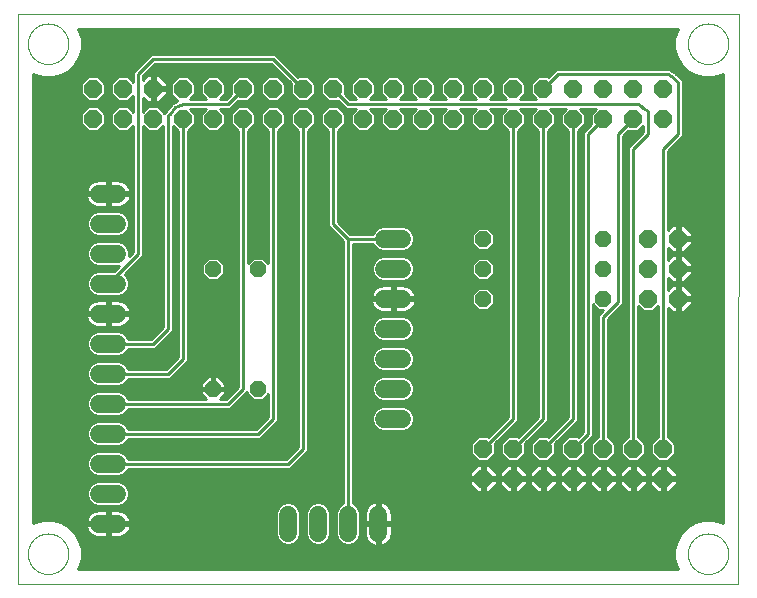
<source format=gbl>
G75*
%MOIN*%
%OFA0B0*%
%FSLAX25Y25*%
%IPPOS*%
%LPD*%
%AMOC8*
5,1,8,0,0,1.08239X$1,22.5*
%
%ADD10C,0.00000*%
%ADD11OC8,0.06000*%
%ADD12C,0.06000*%
%ADD13OC8,0.05200*%
%ADD14C,0.01000*%
D10*
X0001000Y0001000D02*
X0001000Y0190961D01*
X0241472Y0190961D01*
X0241000Y0001000D01*
X0001000Y0001000D01*
X0004250Y0011000D02*
X0004252Y0011166D01*
X0004258Y0011331D01*
X0004268Y0011497D01*
X0004283Y0011662D01*
X0004301Y0011826D01*
X0004323Y0011990D01*
X0004349Y0012154D01*
X0004380Y0012317D01*
X0004414Y0012479D01*
X0004452Y0012640D01*
X0004495Y0012800D01*
X0004541Y0012959D01*
X0004591Y0013117D01*
X0004645Y0013274D01*
X0004702Y0013429D01*
X0004764Y0013583D01*
X0004829Y0013735D01*
X0004898Y0013886D01*
X0004971Y0014035D01*
X0005047Y0014182D01*
X0005127Y0014327D01*
X0005210Y0014470D01*
X0005297Y0014611D01*
X0005388Y0014750D01*
X0005481Y0014887D01*
X0005578Y0015021D01*
X0005679Y0015153D01*
X0005782Y0015282D01*
X0005889Y0015409D01*
X0005999Y0015533D01*
X0006111Y0015654D01*
X0006227Y0015773D01*
X0006346Y0015889D01*
X0006467Y0016001D01*
X0006591Y0016111D01*
X0006718Y0016218D01*
X0006847Y0016321D01*
X0006979Y0016422D01*
X0007113Y0016519D01*
X0007250Y0016612D01*
X0007389Y0016703D01*
X0007530Y0016790D01*
X0007673Y0016873D01*
X0007818Y0016953D01*
X0007965Y0017029D01*
X0008114Y0017102D01*
X0008265Y0017171D01*
X0008417Y0017236D01*
X0008571Y0017298D01*
X0008726Y0017355D01*
X0008883Y0017409D01*
X0009041Y0017459D01*
X0009200Y0017505D01*
X0009360Y0017548D01*
X0009521Y0017586D01*
X0009683Y0017620D01*
X0009846Y0017651D01*
X0010010Y0017677D01*
X0010174Y0017699D01*
X0010338Y0017717D01*
X0010503Y0017732D01*
X0010669Y0017742D01*
X0010834Y0017748D01*
X0011000Y0017750D01*
X0011166Y0017748D01*
X0011331Y0017742D01*
X0011497Y0017732D01*
X0011662Y0017717D01*
X0011826Y0017699D01*
X0011990Y0017677D01*
X0012154Y0017651D01*
X0012317Y0017620D01*
X0012479Y0017586D01*
X0012640Y0017548D01*
X0012800Y0017505D01*
X0012959Y0017459D01*
X0013117Y0017409D01*
X0013274Y0017355D01*
X0013429Y0017298D01*
X0013583Y0017236D01*
X0013735Y0017171D01*
X0013886Y0017102D01*
X0014035Y0017029D01*
X0014182Y0016953D01*
X0014327Y0016873D01*
X0014470Y0016790D01*
X0014611Y0016703D01*
X0014750Y0016612D01*
X0014887Y0016519D01*
X0015021Y0016422D01*
X0015153Y0016321D01*
X0015282Y0016218D01*
X0015409Y0016111D01*
X0015533Y0016001D01*
X0015654Y0015889D01*
X0015773Y0015773D01*
X0015889Y0015654D01*
X0016001Y0015533D01*
X0016111Y0015409D01*
X0016218Y0015282D01*
X0016321Y0015153D01*
X0016422Y0015021D01*
X0016519Y0014887D01*
X0016612Y0014750D01*
X0016703Y0014611D01*
X0016790Y0014470D01*
X0016873Y0014327D01*
X0016953Y0014182D01*
X0017029Y0014035D01*
X0017102Y0013886D01*
X0017171Y0013735D01*
X0017236Y0013583D01*
X0017298Y0013429D01*
X0017355Y0013274D01*
X0017409Y0013117D01*
X0017459Y0012959D01*
X0017505Y0012800D01*
X0017548Y0012640D01*
X0017586Y0012479D01*
X0017620Y0012317D01*
X0017651Y0012154D01*
X0017677Y0011990D01*
X0017699Y0011826D01*
X0017717Y0011662D01*
X0017732Y0011497D01*
X0017742Y0011331D01*
X0017748Y0011166D01*
X0017750Y0011000D01*
X0017748Y0010834D01*
X0017742Y0010669D01*
X0017732Y0010503D01*
X0017717Y0010338D01*
X0017699Y0010174D01*
X0017677Y0010010D01*
X0017651Y0009846D01*
X0017620Y0009683D01*
X0017586Y0009521D01*
X0017548Y0009360D01*
X0017505Y0009200D01*
X0017459Y0009041D01*
X0017409Y0008883D01*
X0017355Y0008726D01*
X0017298Y0008571D01*
X0017236Y0008417D01*
X0017171Y0008265D01*
X0017102Y0008114D01*
X0017029Y0007965D01*
X0016953Y0007818D01*
X0016873Y0007673D01*
X0016790Y0007530D01*
X0016703Y0007389D01*
X0016612Y0007250D01*
X0016519Y0007113D01*
X0016422Y0006979D01*
X0016321Y0006847D01*
X0016218Y0006718D01*
X0016111Y0006591D01*
X0016001Y0006467D01*
X0015889Y0006346D01*
X0015773Y0006227D01*
X0015654Y0006111D01*
X0015533Y0005999D01*
X0015409Y0005889D01*
X0015282Y0005782D01*
X0015153Y0005679D01*
X0015021Y0005578D01*
X0014887Y0005481D01*
X0014750Y0005388D01*
X0014611Y0005297D01*
X0014470Y0005210D01*
X0014327Y0005127D01*
X0014182Y0005047D01*
X0014035Y0004971D01*
X0013886Y0004898D01*
X0013735Y0004829D01*
X0013583Y0004764D01*
X0013429Y0004702D01*
X0013274Y0004645D01*
X0013117Y0004591D01*
X0012959Y0004541D01*
X0012800Y0004495D01*
X0012640Y0004452D01*
X0012479Y0004414D01*
X0012317Y0004380D01*
X0012154Y0004349D01*
X0011990Y0004323D01*
X0011826Y0004301D01*
X0011662Y0004283D01*
X0011497Y0004268D01*
X0011331Y0004258D01*
X0011166Y0004252D01*
X0011000Y0004250D01*
X0010834Y0004252D01*
X0010669Y0004258D01*
X0010503Y0004268D01*
X0010338Y0004283D01*
X0010174Y0004301D01*
X0010010Y0004323D01*
X0009846Y0004349D01*
X0009683Y0004380D01*
X0009521Y0004414D01*
X0009360Y0004452D01*
X0009200Y0004495D01*
X0009041Y0004541D01*
X0008883Y0004591D01*
X0008726Y0004645D01*
X0008571Y0004702D01*
X0008417Y0004764D01*
X0008265Y0004829D01*
X0008114Y0004898D01*
X0007965Y0004971D01*
X0007818Y0005047D01*
X0007673Y0005127D01*
X0007530Y0005210D01*
X0007389Y0005297D01*
X0007250Y0005388D01*
X0007113Y0005481D01*
X0006979Y0005578D01*
X0006847Y0005679D01*
X0006718Y0005782D01*
X0006591Y0005889D01*
X0006467Y0005999D01*
X0006346Y0006111D01*
X0006227Y0006227D01*
X0006111Y0006346D01*
X0005999Y0006467D01*
X0005889Y0006591D01*
X0005782Y0006718D01*
X0005679Y0006847D01*
X0005578Y0006979D01*
X0005481Y0007113D01*
X0005388Y0007250D01*
X0005297Y0007389D01*
X0005210Y0007530D01*
X0005127Y0007673D01*
X0005047Y0007818D01*
X0004971Y0007965D01*
X0004898Y0008114D01*
X0004829Y0008265D01*
X0004764Y0008417D01*
X0004702Y0008571D01*
X0004645Y0008726D01*
X0004591Y0008883D01*
X0004541Y0009041D01*
X0004495Y0009200D01*
X0004452Y0009360D01*
X0004414Y0009521D01*
X0004380Y0009683D01*
X0004349Y0009846D01*
X0004323Y0010010D01*
X0004301Y0010174D01*
X0004283Y0010338D01*
X0004268Y0010503D01*
X0004258Y0010669D01*
X0004252Y0010834D01*
X0004250Y0011000D01*
X0004250Y0181000D02*
X0004252Y0181166D01*
X0004258Y0181331D01*
X0004268Y0181497D01*
X0004283Y0181662D01*
X0004301Y0181826D01*
X0004323Y0181990D01*
X0004349Y0182154D01*
X0004380Y0182317D01*
X0004414Y0182479D01*
X0004452Y0182640D01*
X0004495Y0182800D01*
X0004541Y0182959D01*
X0004591Y0183117D01*
X0004645Y0183274D01*
X0004702Y0183429D01*
X0004764Y0183583D01*
X0004829Y0183735D01*
X0004898Y0183886D01*
X0004971Y0184035D01*
X0005047Y0184182D01*
X0005127Y0184327D01*
X0005210Y0184470D01*
X0005297Y0184611D01*
X0005388Y0184750D01*
X0005481Y0184887D01*
X0005578Y0185021D01*
X0005679Y0185153D01*
X0005782Y0185282D01*
X0005889Y0185409D01*
X0005999Y0185533D01*
X0006111Y0185654D01*
X0006227Y0185773D01*
X0006346Y0185889D01*
X0006467Y0186001D01*
X0006591Y0186111D01*
X0006718Y0186218D01*
X0006847Y0186321D01*
X0006979Y0186422D01*
X0007113Y0186519D01*
X0007250Y0186612D01*
X0007389Y0186703D01*
X0007530Y0186790D01*
X0007673Y0186873D01*
X0007818Y0186953D01*
X0007965Y0187029D01*
X0008114Y0187102D01*
X0008265Y0187171D01*
X0008417Y0187236D01*
X0008571Y0187298D01*
X0008726Y0187355D01*
X0008883Y0187409D01*
X0009041Y0187459D01*
X0009200Y0187505D01*
X0009360Y0187548D01*
X0009521Y0187586D01*
X0009683Y0187620D01*
X0009846Y0187651D01*
X0010010Y0187677D01*
X0010174Y0187699D01*
X0010338Y0187717D01*
X0010503Y0187732D01*
X0010669Y0187742D01*
X0010834Y0187748D01*
X0011000Y0187750D01*
X0011166Y0187748D01*
X0011331Y0187742D01*
X0011497Y0187732D01*
X0011662Y0187717D01*
X0011826Y0187699D01*
X0011990Y0187677D01*
X0012154Y0187651D01*
X0012317Y0187620D01*
X0012479Y0187586D01*
X0012640Y0187548D01*
X0012800Y0187505D01*
X0012959Y0187459D01*
X0013117Y0187409D01*
X0013274Y0187355D01*
X0013429Y0187298D01*
X0013583Y0187236D01*
X0013735Y0187171D01*
X0013886Y0187102D01*
X0014035Y0187029D01*
X0014182Y0186953D01*
X0014327Y0186873D01*
X0014470Y0186790D01*
X0014611Y0186703D01*
X0014750Y0186612D01*
X0014887Y0186519D01*
X0015021Y0186422D01*
X0015153Y0186321D01*
X0015282Y0186218D01*
X0015409Y0186111D01*
X0015533Y0186001D01*
X0015654Y0185889D01*
X0015773Y0185773D01*
X0015889Y0185654D01*
X0016001Y0185533D01*
X0016111Y0185409D01*
X0016218Y0185282D01*
X0016321Y0185153D01*
X0016422Y0185021D01*
X0016519Y0184887D01*
X0016612Y0184750D01*
X0016703Y0184611D01*
X0016790Y0184470D01*
X0016873Y0184327D01*
X0016953Y0184182D01*
X0017029Y0184035D01*
X0017102Y0183886D01*
X0017171Y0183735D01*
X0017236Y0183583D01*
X0017298Y0183429D01*
X0017355Y0183274D01*
X0017409Y0183117D01*
X0017459Y0182959D01*
X0017505Y0182800D01*
X0017548Y0182640D01*
X0017586Y0182479D01*
X0017620Y0182317D01*
X0017651Y0182154D01*
X0017677Y0181990D01*
X0017699Y0181826D01*
X0017717Y0181662D01*
X0017732Y0181497D01*
X0017742Y0181331D01*
X0017748Y0181166D01*
X0017750Y0181000D01*
X0017748Y0180834D01*
X0017742Y0180669D01*
X0017732Y0180503D01*
X0017717Y0180338D01*
X0017699Y0180174D01*
X0017677Y0180010D01*
X0017651Y0179846D01*
X0017620Y0179683D01*
X0017586Y0179521D01*
X0017548Y0179360D01*
X0017505Y0179200D01*
X0017459Y0179041D01*
X0017409Y0178883D01*
X0017355Y0178726D01*
X0017298Y0178571D01*
X0017236Y0178417D01*
X0017171Y0178265D01*
X0017102Y0178114D01*
X0017029Y0177965D01*
X0016953Y0177818D01*
X0016873Y0177673D01*
X0016790Y0177530D01*
X0016703Y0177389D01*
X0016612Y0177250D01*
X0016519Y0177113D01*
X0016422Y0176979D01*
X0016321Y0176847D01*
X0016218Y0176718D01*
X0016111Y0176591D01*
X0016001Y0176467D01*
X0015889Y0176346D01*
X0015773Y0176227D01*
X0015654Y0176111D01*
X0015533Y0175999D01*
X0015409Y0175889D01*
X0015282Y0175782D01*
X0015153Y0175679D01*
X0015021Y0175578D01*
X0014887Y0175481D01*
X0014750Y0175388D01*
X0014611Y0175297D01*
X0014470Y0175210D01*
X0014327Y0175127D01*
X0014182Y0175047D01*
X0014035Y0174971D01*
X0013886Y0174898D01*
X0013735Y0174829D01*
X0013583Y0174764D01*
X0013429Y0174702D01*
X0013274Y0174645D01*
X0013117Y0174591D01*
X0012959Y0174541D01*
X0012800Y0174495D01*
X0012640Y0174452D01*
X0012479Y0174414D01*
X0012317Y0174380D01*
X0012154Y0174349D01*
X0011990Y0174323D01*
X0011826Y0174301D01*
X0011662Y0174283D01*
X0011497Y0174268D01*
X0011331Y0174258D01*
X0011166Y0174252D01*
X0011000Y0174250D01*
X0010834Y0174252D01*
X0010669Y0174258D01*
X0010503Y0174268D01*
X0010338Y0174283D01*
X0010174Y0174301D01*
X0010010Y0174323D01*
X0009846Y0174349D01*
X0009683Y0174380D01*
X0009521Y0174414D01*
X0009360Y0174452D01*
X0009200Y0174495D01*
X0009041Y0174541D01*
X0008883Y0174591D01*
X0008726Y0174645D01*
X0008571Y0174702D01*
X0008417Y0174764D01*
X0008265Y0174829D01*
X0008114Y0174898D01*
X0007965Y0174971D01*
X0007818Y0175047D01*
X0007673Y0175127D01*
X0007530Y0175210D01*
X0007389Y0175297D01*
X0007250Y0175388D01*
X0007113Y0175481D01*
X0006979Y0175578D01*
X0006847Y0175679D01*
X0006718Y0175782D01*
X0006591Y0175889D01*
X0006467Y0175999D01*
X0006346Y0176111D01*
X0006227Y0176227D01*
X0006111Y0176346D01*
X0005999Y0176467D01*
X0005889Y0176591D01*
X0005782Y0176718D01*
X0005679Y0176847D01*
X0005578Y0176979D01*
X0005481Y0177113D01*
X0005388Y0177250D01*
X0005297Y0177389D01*
X0005210Y0177530D01*
X0005127Y0177673D01*
X0005047Y0177818D01*
X0004971Y0177965D01*
X0004898Y0178114D01*
X0004829Y0178265D01*
X0004764Y0178417D01*
X0004702Y0178571D01*
X0004645Y0178726D01*
X0004591Y0178883D01*
X0004541Y0179041D01*
X0004495Y0179200D01*
X0004452Y0179360D01*
X0004414Y0179521D01*
X0004380Y0179683D01*
X0004349Y0179846D01*
X0004323Y0180010D01*
X0004301Y0180174D01*
X0004283Y0180338D01*
X0004268Y0180503D01*
X0004258Y0180669D01*
X0004252Y0180834D01*
X0004250Y0181000D01*
X0224250Y0181000D02*
X0224252Y0181166D01*
X0224258Y0181331D01*
X0224268Y0181497D01*
X0224283Y0181662D01*
X0224301Y0181826D01*
X0224323Y0181990D01*
X0224349Y0182154D01*
X0224380Y0182317D01*
X0224414Y0182479D01*
X0224452Y0182640D01*
X0224495Y0182800D01*
X0224541Y0182959D01*
X0224591Y0183117D01*
X0224645Y0183274D01*
X0224702Y0183429D01*
X0224764Y0183583D01*
X0224829Y0183735D01*
X0224898Y0183886D01*
X0224971Y0184035D01*
X0225047Y0184182D01*
X0225127Y0184327D01*
X0225210Y0184470D01*
X0225297Y0184611D01*
X0225388Y0184750D01*
X0225481Y0184887D01*
X0225578Y0185021D01*
X0225679Y0185153D01*
X0225782Y0185282D01*
X0225889Y0185409D01*
X0225999Y0185533D01*
X0226111Y0185654D01*
X0226227Y0185773D01*
X0226346Y0185889D01*
X0226467Y0186001D01*
X0226591Y0186111D01*
X0226718Y0186218D01*
X0226847Y0186321D01*
X0226979Y0186422D01*
X0227113Y0186519D01*
X0227250Y0186612D01*
X0227389Y0186703D01*
X0227530Y0186790D01*
X0227673Y0186873D01*
X0227818Y0186953D01*
X0227965Y0187029D01*
X0228114Y0187102D01*
X0228265Y0187171D01*
X0228417Y0187236D01*
X0228571Y0187298D01*
X0228726Y0187355D01*
X0228883Y0187409D01*
X0229041Y0187459D01*
X0229200Y0187505D01*
X0229360Y0187548D01*
X0229521Y0187586D01*
X0229683Y0187620D01*
X0229846Y0187651D01*
X0230010Y0187677D01*
X0230174Y0187699D01*
X0230338Y0187717D01*
X0230503Y0187732D01*
X0230669Y0187742D01*
X0230834Y0187748D01*
X0231000Y0187750D01*
X0231166Y0187748D01*
X0231331Y0187742D01*
X0231497Y0187732D01*
X0231662Y0187717D01*
X0231826Y0187699D01*
X0231990Y0187677D01*
X0232154Y0187651D01*
X0232317Y0187620D01*
X0232479Y0187586D01*
X0232640Y0187548D01*
X0232800Y0187505D01*
X0232959Y0187459D01*
X0233117Y0187409D01*
X0233274Y0187355D01*
X0233429Y0187298D01*
X0233583Y0187236D01*
X0233735Y0187171D01*
X0233886Y0187102D01*
X0234035Y0187029D01*
X0234182Y0186953D01*
X0234327Y0186873D01*
X0234470Y0186790D01*
X0234611Y0186703D01*
X0234750Y0186612D01*
X0234887Y0186519D01*
X0235021Y0186422D01*
X0235153Y0186321D01*
X0235282Y0186218D01*
X0235409Y0186111D01*
X0235533Y0186001D01*
X0235654Y0185889D01*
X0235773Y0185773D01*
X0235889Y0185654D01*
X0236001Y0185533D01*
X0236111Y0185409D01*
X0236218Y0185282D01*
X0236321Y0185153D01*
X0236422Y0185021D01*
X0236519Y0184887D01*
X0236612Y0184750D01*
X0236703Y0184611D01*
X0236790Y0184470D01*
X0236873Y0184327D01*
X0236953Y0184182D01*
X0237029Y0184035D01*
X0237102Y0183886D01*
X0237171Y0183735D01*
X0237236Y0183583D01*
X0237298Y0183429D01*
X0237355Y0183274D01*
X0237409Y0183117D01*
X0237459Y0182959D01*
X0237505Y0182800D01*
X0237548Y0182640D01*
X0237586Y0182479D01*
X0237620Y0182317D01*
X0237651Y0182154D01*
X0237677Y0181990D01*
X0237699Y0181826D01*
X0237717Y0181662D01*
X0237732Y0181497D01*
X0237742Y0181331D01*
X0237748Y0181166D01*
X0237750Y0181000D01*
X0237748Y0180834D01*
X0237742Y0180669D01*
X0237732Y0180503D01*
X0237717Y0180338D01*
X0237699Y0180174D01*
X0237677Y0180010D01*
X0237651Y0179846D01*
X0237620Y0179683D01*
X0237586Y0179521D01*
X0237548Y0179360D01*
X0237505Y0179200D01*
X0237459Y0179041D01*
X0237409Y0178883D01*
X0237355Y0178726D01*
X0237298Y0178571D01*
X0237236Y0178417D01*
X0237171Y0178265D01*
X0237102Y0178114D01*
X0237029Y0177965D01*
X0236953Y0177818D01*
X0236873Y0177673D01*
X0236790Y0177530D01*
X0236703Y0177389D01*
X0236612Y0177250D01*
X0236519Y0177113D01*
X0236422Y0176979D01*
X0236321Y0176847D01*
X0236218Y0176718D01*
X0236111Y0176591D01*
X0236001Y0176467D01*
X0235889Y0176346D01*
X0235773Y0176227D01*
X0235654Y0176111D01*
X0235533Y0175999D01*
X0235409Y0175889D01*
X0235282Y0175782D01*
X0235153Y0175679D01*
X0235021Y0175578D01*
X0234887Y0175481D01*
X0234750Y0175388D01*
X0234611Y0175297D01*
X0234470Y0175210D01*
X0234327Y0175127D01*
X0234182Y0175047D01*
X0234035Y0174971D01*
X0233886Y0174898D01*
X0233735Y0174829D01*
X0233583Y0174764D01*
X0233429Y0174702D01*
X0233274Y0174645D01*
X0233117Y0174591D01*
X0232959Y0174541D01*
X0232800Y0174495D01*
X0232640Y0174452D01*
X0232479Y0174414D01*
X0232317Y0174380D01*
X0232154Y0174349D01*
X0231990Y0174323D01*
X0231826Y0174301D01*
X0231662Y0174283D01*
X0231497Y0174268D01*
X0231331Y0174258D01*
X0231166Y0174252D01*
X0231000Y0174250D01*
X0230834Y0174252D01*
X0230669Y0174258D01*
X0230503Y0174268D01*
X0230338Y0174283D01*
X0230174Y0174301D01*
X0230010Y0174323D01*
X0229846Y0174349D01*
X0229683Y0174380D01*
X0229521Y0174414D01*
X0229360Y0174452D01*
X0229200Y0174495D01*
X0229041Y0174541D01*
X0228883Y0174591D01*
X0228726Y0174645D01*
X0228571Y0174702D01*
X0228417Y0174764D01*
X0228265Y0174829D01*
X0228114Y0174898D01*
X0227965Y0174971D01*
X0227818Y0175047D01*
X0227673Y0175127D01*
X0227530Y0175210D01*
X0227389Y0175297D01*
X0227250Y0175388D01*
X0227113Y0175481D01*
X0226979Y0175578D01*
X0226847Y0175679D01*
X0226718Y0175782D01*
X0226591Y0175889D01*
X0226467Y0175999D01*
X0226346Y0176111D01*
X0226227Y0176227D01*
X0226111Y0176346D01*
X0225999Y0176467D01*
X0225889Y0176591D01*
X0225782Y0176718D01*
X0225679Y0176847D01*
X0225578Y0176979D01*
X0225481Y0177113D01*
X0225388Y0177250D01*
X0225297Y0177389D01*
X0225210Y0177530D01*
X0225127Y0177673D01*
X0225047Y0177818D01*
X0224971Y0177965D01*
X0224898Y0178114D01*
X0224829Y0178265D01*
X0224764Y0178417D01*
X0224702Y0178571D01*
X0224645Y0178726D01*
X0224591Y0178883D01*
X0224541Y0179041D01*
X0224495Y0179200D01*
X0224452Y0179360D01*
X0224414Y0179521D01*
X0224380Y0179683D01*
X0224349Y0179846D01*
X0224323Y0180010D01*
X0224301Y0180174D01*
X0224283Y0180338D01*
X0224268Y0180503D01*
X0224258Y0180669D01*
X0224252Y0180834D01*
X0224250Y0181000D01*
X0224250Y0011000D02*
X0224252Y0011166D01*
X0224258Y0011331D01*
X0224268Y0011497D01*
X0224283Y0011662D01*
X0224301Y0011826D01*
X0224323Y0011990D01*
X0224349Y0012154D01*
X0224380Y0012317D01*
X0224414Y0012479D01*
X0224452Y0012640D01*
X0224495Y0012800D01*
X0224541Y0012959D01*
X0224591Y0013117D01*
X0224645Y0013274D01*
X0224702Y0013429D01*
X0224764Y0013583D01*
X0224829Y0013735D01*
X0224898Y0013886D01*
X0224971Y0014035D01*
X0225047Y0014182D01*
X0225127Y0014327D01*
X0225210Y0014470D01*
X0225297Y0014611D01*
X0225388Y0014750D01*
X0225481Y0014887D01*
X0225578Y0015021D01*
X0225679Y0015153D01*
X0225782Y0015282D01*
X0225889Y0015409D01*
X0225999Y0015533D01*
X0226111Y0015654D01*
X0226227Y0015773D01*
X0226346Y0015889D01*
X0226467Y0016001D01*
X0226591Y0016111D01*
X0226718Y0016218D01*
X0226847Y0016321D01*
X0226979Y0016422D01*
X0227113Y0016519D01*
X0227250Y0016612D01*
X0227389Y0016703D01*
X0227530Y0016790D01*
X0227673Y0016873D01*
X0227818Y0016953D01*
X0227965Y0017029D01*
X0228114Y0017102D01*
X0228265Y0017171D01*
X0228417Y0017236D01*
X0228571Y0017298D01*
X0228726Y0017355D01*
X0228883Y0017409D01*
X0229041Y0017459D01*
X0229200Y0017505D01*
X0229360Y0017548D01*
X0229521Y0017586D01*
X0229683Y0017620D01*
X0229846Y0017651D01*
X0230010Y0017677D01*
X0230174Y0017699D01*
X0230338Y0017717D01*
X0230503Y0017732D01*
X0230669Y0017742D01*
X0230834Y0017748D01*
X0231000Y0017750D01*
X0231166Y0017748D01*
X0231331Y0017742D01*
X0231497Y0017732D01*
X0231662Y0017717D01*
X0231826Y0017699D01*
X0231990Y0017677D01*
X0232154Y0017651D01*
X0232317Y0017620D01*
X0232479Y0017586D01*
X0232640Y0017548D01*
X0232800Y0017505D01*
X0232959Y0017459D01*
X0233117Y0017409D01*
X0233274Y0017355D01*
X0233429Y0017298D01*
X0233583Y0017236D01*
X0233735Y0017171D01*
X0233886Y0017102D01*
X0234035Y0017029D01*
X0234182Y0016953D01*
X0234327Y0016873D01*
X0234470Y0016790D01*
X0234611Y0016703D01*
X0234750Y0016612D01*
X0234887Y0016519D01*
X0235021Y0016422D01*
X0235153Y0016321D01*
X0235282Y0016218D01*
X0235409Y0016111D01*
X0235533Y0016001D01*
X0235654Y0015889D01*
X0235773Y0015773D01*
X0235889Y0015654D01*
X0236001Y0015533D01*
X0236111Y0015409D01*
X0236218Y0015282D01*
X0236321Y0015153D01*
X0236422Y0015021D01*
X0236519Y0014887D01*
X0236612Y0014750D01*
X0236703Y0014611D01*
X0236790Y0014470D01*
X0236873Y0014327D01*
X0236953Y0014182D01*
X0237029Y0014035D01*
X0237102Y0013886D01*
X0237171Y0013735D01*
X0237236Y0013583D01*
X0237298Y0013429D01*
X0237355Y0013274D01*
X0237409Y0013117D01*
X0237459Y0012959D01*
X0237505Y0012800D01*
X0237548Y0012640D01*
X0237586Y0012479D01*
X0237620Y0012317D01*
X0237651Y0012154D01*
X0237677Y0011990D01*
X0237699Y0011826D01*
X0237717Y0011662D01*
X0237732Y0011497D01*
X0237742Y0011331D01*
X0237748Y0011166D01*
X0237750Y0011000D01*
X0237748Y0010834D01*
X0237742Y0010669D01*
X0237732Y0010503D01*
X0237717Y0010338D01*
X0237699Y0010174D01*
X0237677Y0010010D01*
X0237651Y0009846D01*
X0237620Y0009683D01*
X0237586Y0009521D01*
X0237548Y0009360D01*
X0237505Y0009200D01*
X0237459Y0009041D01*
X0237409Y0008883D01*
X0237355Y0008726D01*
X0237298Y0008571D01*
X0237236Y0008417D01*
X0237171Y0008265D01*
X0237102Y0008114D01*
X0237029Y0007965D01*
X0236953Y0007818D01*
X0236873Y0007673D01*
X0236790Y0007530D01*
X0236703Y0007389D01*
X0236612Y0007250D01*
X0236519Y0007113D01*
X0236422Y0006979D01*
X0236321Y0006847D01*
X0236218Y0006718D01*
X0236111Y0006591D01*
X0236001Y0006467D01*
X0235889Y0006346D01*
X0235773Y0006227D01*
X0235654Y0006111D01*
X0235533Y0005999D01*
X0235409Y0005889D01*
X0235282Y0005782D01*
X0235153Y0005679D01*
X0235021Y0005578D01*
X0234887Y0005481D01*
X0234750Y0005388D01*
X0234611Y0005297D01*
X0234470Y0005210D01*
X0234327Y0005127D01*
X0234182Y0005047D01*
X0234035Y0004971D01*
X0233886Y0004898D01*
X0233735Y0004829D01*
X0233583Y0004764D01*
X0233429Y0004702D01*
X0233274Y0004645D01*
X0233117Y0004591D01*
X0232959Y0004541D01*
X0232800Y0004495D01*
X0232640Y0004452D01*
X0232479Y0004414D01*
X0232317Y0004380D01*
X0232154Y0004349D01*
X0231990Y0004323D01*
X0231826Y0004301D01*
X0231662Y0004283D01*
X0231497Y0004268D01*
X0231331Y0004258D01*
X0231166Y0004252D01*
X0231000Y0004250D01*
X0230834Y0004252D01*
X0230669Y0004258D01*
X0230503Y0004268D01*
X0230338Y0004283D01*
X0230174Y0004301D01*
X0230010Y0004323D01*
X0229846Y0004349D01*
X0229683Y0004380D01*
X0229521Y0004414D01*
X0229360Y0004452D01*
X0229200Y0004495D01*
X0229041Y0004541D01*
X0228883Y0004591D01*
X0228726Y0004645D01*
X0228571Y0004702D01*
X0228417Y0004764D01*
X0228265Y0004829D01*
X0228114Y0004898D01*
X0227965Y0004971D01*
X0227818Y0005047D01*
X0227673Y0005127D01*
X0227530Y0005210D01*
X0227389Y0005297D01*
X0227250Y0005388D01*
X0227113Y0005481D01*
X0226979Y0005578D01*
X0226847Y0005679D01*
X0226718Y0005782D01*
X0226591Y0005889D01*
X0226467Y0005999D01*
X0226346Y0006111D01*
X0226227Y0006227D01*
X0226111Y0006346D01*
X0225999Y0006467D01*
X0225889Y0006591D01*
X0225782Y0006718D01*
X0225679Y0006847D01*
X0225578Y0006979D01*
X0225481Y0007113D01*
X0225388Y0007250D01*
X0225297Y0007389D01*
X0225210Y0007530D01*
X0225127Y0007673D01*
X0225047Y0007818D01*
X0224971Y0007965D01*
X0224898Y0008114D01*
X0224829Y0008265D01*
X0224764Y0008417D01*
X0224702Y0008571D01*
X0224645Y0008726D01*
X0224591Y0008883D01*
X0224541Y0009041D01*
X0224495Y0009200D01*
X0224452Y0009360D01*
X0224414Y0009521D01*
X0224380Y0009683D01*
X0224349Y0009846D01*
X0224323Y0010010D01*
X0224301Y0010174D01*
X0224283Y0010338D01*
X0224268Y0010503D01*
X0224258Y0010669D01*
X0224252Y0010834D01*
X0224250Y0011000D01*
D11*
X0216000Y0036000D03*
X0216000Y0046000D03*
X0206000Y0046000D03*
X0196000Y0046000D03*
X0186000Y0046000D03*
X0176000Y0046000D03*
X0166000Y0046000D03*
X0156000Y0046000D03*
X0156000Y0036000D03*
X0166000Y0036000D03*
X0176000Y0036000D03*
X0186000Y0036000D03*
X0196000Y0036000D03*
X0206000Y0036000D03*
X0211000Y0096000D03*
X0221000Y0096000D03*
X0221000Y0106000D03*
X0211000Y0106000D03*
X0211000Y0116000D03*
X0221000Y0116000D03*
X0216000Y0156000D03*
X0216000Y0166000D03*
X0206000Y0166000D03*
X0196000Y0166000D03*
X0186000Y0166000D03*
X0176000Y0166000D03*
X0166000Y0166000D03*
X0156000Y0166000D03*
X0146000Y0166000D03*
X0136000Y0166000D03*
X0136000Y0156000D03*
X0146000Y0156000D03*
X0156000Y0156000D03*
X0166000Y0156000D03*
X0176000Y0156000D03*
X0186000Y0156000D03*
X0196000Y0156000D03*
X0206000Y0156000D03*
X0126000Y0156000D03*
X0116000Y0156000D03*
X0106000Y0156000D03*
X0096000Y0156000D03*
X0086000Y0156000D03*
X0076000Y0156000D03*
X0066000Y0156000D03*
X0056000Y0156000D03*
X0056000Y0166000D03*
X0066000Y0166000D03*
X0076000Y0166000D03*
X0086000Y0166000D03*
X0096000Y0166000D03*
X0106000Y0166000D03*
X0116000Y0166000D03*
X0126000Y0166000D03*
X0046000Y0166000D03*
X0036000Y0166000D03*
X0026000Y0166000D03*
X0026000Y0156000D03*
X0036000Y0156000D03*
X0046000Y0156000D03*
D12*
X0034000Y0131000D02*
X0028000Y0131000D01*
X0028000Y0121000D02*
X0034000Y0121000D01*
X0034000Y0111000D02*
X0028000Y0111000D01*
X0028000Y0101000D02*
X0034000Y0101000D01*
X0034000Y0091000D02*
X0028000Y0091000D01*
X0028000Y0081000D02*
X0034000Y0081000D01*
X0034000Y0071000D02*
X0028000Y0071000D01*
X0028000Y0061000D02*
X0034000Y0061000D01*
X0034000Y0051000D02*
X0028000Y0051000D01*
X0028000Y0041000D02*
X0034000Y0041000D01*
X0034000Y0031000D02*
X0028000Y0031000D01*
X0028000Y0021000D02*
X0034000Y0021000D01*
X0091000Y0018000D02*
X0091000Y0024000D01*
X0101000Y0024000D02*
X0101000Y0018000D01*
X0111000Y0018000D02*
X0111000Y0024000D01*
X0121000Y0024000D02*
X0121000Y0018000D01*
X0123000Y0056000D02*
X0129000Y0056000D01*
X0129000Y0066000D02*
X0123000Y0066000D01*
X0123000Y0076000D02*
X0129000Y0076000D01*
X0129000Y0086000D02*
X0123000Y0086000D01*
X0123000Y0096000D02*
X0129000Y0096000D01*
X0129000Y0106000D02*
X0123000Y0106000D01*
X0123000Y0116000D02*
X0129000Y0116000D01*
D13*
X0156000Y0116000D03*
X0156000Y0106000D03*
X0156000Y0096000D03*
X0196000Y0096000D03*
X0196000Y0106000D03*
X0196000Y0116000D03*
X0081000Y0106000D03*
X0066000Y0106000D03*
X0066000Y0066000D03*
X0081000Y0066000D03*
D14*
X0083938Y0063705D02*
X0084400Y0063705D01*
X0084400Y0064167D02*
X0084400Y0056663D01*
X0080337Y0052600D01*
X0037775Y0052600D01*
X0037476Y0053322D01*
X0036322Y0054476D01*
X0034816Y0055100D01*
X0027184Y0055100D01*
X0025678Y0054476D01*
X0024524Y0053322D01*
X0023900Y0051816D01*
X0023900Y0050184D01*
X0024524Y0048678D01*
X0025678Y0047524D01*
X0027184Y0046900D01*
X0034816Y0046900D01*
X0036322Y0047524D01*
X0037476Y0048678D01*
X0037775Y0049400D01*
X0081663Y0049400D01*
X0082600Y0050337D01*
X0082600Y0050337D01*
X0086663Y0054400D01*
X0087600Y0055337D01*
X0087600Y0151900D01*
X0087698Y0151900D01*
X0090100Y0154302D01*
X0090100Y0157698D01*
X0087698Y0160100D01*
X0084302Y0160100D01*
X0081900Y0157698D01*
X0081900Y0154302D01*
X0084302Y0151900D01*
X0084400Y0151900D01*
X0084400Y0107833D01*
X0082533Y0109700D01*
X0079467Y0109700D01*
X0077600Y0107833D01*
X0077600Y0151900D01*
X0077698Y0151900D01*
X0080100Y0154302D01*
X0080100Y0157698D01*
X0077698Y0160100D01*
X0074302Y0160100D01*
X0071900Y0157698D01*
X0071900Y0154302D01*
X0074302Y0151900D01*
X0074400Y0151900D01*
X0074400Y0066663D01*
X0070337Y0062600D01*
X0068398Y0062600D01*
X0070100Y0064302D01*
X0070100Y0065700D01*
X0066300Y0065700D01*
X0066300Y0066300D01*
X0065700Y0066300D01*
X0065700Y0070100D01*
X0064302Y0070100D01*
X0061900Y0067698D01*
X0061900Y0066300D01*
X0065700Y0066300D01*
X0065700Y0065700D01*
X0061900Y0065700D01*
X0061900Y0064302D01*
X0063602Y0062600D01*
X0037775Y0062600D01*
X0037476Y0063322D01*
X0036322Y0064476D01*
X0034816Y0065100D01*
X0027184Y0065100D01*
X0025678Y0064476D01*
X0024524Y0063322D01*
X0023900Y0061816D01*
X0023900Y0060184D01*
X0024524Y0058678D01*
X0025678Y0057524D01*
X0027184Y0056900D01*
X0034816Y0056900D01*
X0036322Y0057524D01*
X0037476Y0058678D01*
X0037775Y0059400D01*
X0071663Y0059400D01*
X0076663Y0064400D01*
X0077300Y0065037D01*
X0077300Y0064467D01*
X0079467Y0062300D01*
X0082533Y0062300D01*
X0084400Y0064167D01*
X0084400Y0062707D02*
X0082939Y0062707D01*
X0084400Y0061708D02*
X0073971Y0061708D01*
X0072972Y0060710D02*
X0084400Y0060710D01*
X0084400Y0059711D02*
X0071974Y0059711D01*
X0071000Y0061000D02*
X0076000Y0066000D01*
X0076000Y0156000D01*
X0072766Y0158564D02*
X0069234Y0158564D01*
X0068398Y0159400D02*
X0070100Y0157698D01*
X0070100Y0154302D01*
X0067698Y0151900D01*
X0064302Y0151900D01*
X0061900Y0154302D01*
X0061900Y0157698D01*
X0063602Y0159400D01*
X0058398Y0159400D01*
X0060100Y0157698D01*
X0060100Y0154302D01*
X0057698Y0151900D01*
X0057600Y0151900D01*
X0057600Y0075337D01*
X0056663Y0074400D01*
X0051663Y0069400D01*
X0037775Y0069400D01*
X0037476Y0068678D01*
X0036322Y0067524D01*
X0034816Y0066900D01*
X0027184Y0066900D01*
X0025678Y0067524D01*
X0024524Y0068678D01*
X0023900Y0070184D01*
X0023900Y0071816D01*
X0024524Y0073322D01*
X0025678Y0074476D01*
X0027184Y0075100D01*
X0034816Y0075100D01*
X0036322Y0074476D01*
X0037476Y0073322D01*
X0037775Y0072600D01*
X0050337Y0072600D01*
X0054400Y0076663D01*
X0054400Y0151900D01*
X0054302Y0151900D01*
X0052600Y0153602D01*
X0052600Y0085337D01*
X0051663Y0084400D01*
X0047600Y0080337D01*
X0047600Y0080337D01*
X0046663Y0079400D01*
X0037775Y0079400D01*
X0037476Y0078678D01*
X0036322Y0077524D01*
X0034816Y0076900D01*
X0027184Y0076900D01*
X0025678Y0077524D01*
X0024524Y0078678D01*
X0023900Y0080184D01*
X0023900Y0081816D01*
X0024524Y0083322D01*
X0025678Y0084476D01*
X0027184Y0085100D01*
X0034816Y0085100D01*
X0036322Y0084476D01*
X0037476Y0083322D01*
X0037775Y0082600D01*
X0045337Y0082600D01*
X0049400Y0086663D01*
X0049400Y0153602D01*
X0047698Y0151900D01*
X0044302Y0151900D01*
X0042600Y0153602D01*
X0042600Y0110337D01*
X0041663Y0109400D01*
X0036530Y0104268D01*
X0037476Y0103322D01*
X0038100Y0101816D01*
X0038100Y0100184D01*
X0037476Y0098678D01*
X0036322Y0097524D01*
X0034816Y0096900D01*
X0027184Y0096900D01*
X0025678Y0097524D01*
X0024524Y0098678D01*
X0023900Y0100184D01*
X0023900Y0101816D01*
X0024524Y0103322D01*
X0025678Y0104476D01*
X0027184Y0105100D01*
X0032837Y0105100D01*
X0034637Y0106900D01*
X0027184Y0106900D01*
X0025678Y0107524D01*
X0024524Y0108678D01*
X0023900Y0110184D01*
X0023900Y0111816D01*
X0024524Y0113322D01*
X0025678Y0114476D01*
X0027184Y0115100D01*
X0034816Y0115100D01*
X0036322Y0114476D01*
X0037476Y0113322D01*
X0038100Y0111816D01*
X0038100Y0110363D01*
X0039400Y0111663D01*
X0039400Y0153602D01*
X0037698Y0151900D01*
X0034302Y0151900D01*
X0031900Y0154302D01*
X0031900Y0157698D01*
X0034302Y0160100D01*
X0037698Y0160100D01*
X0039400Y0158398D01*
X0039400Y0163602D01*
X0037698Y0161900D01*
X0034302Y0161900D01*
X0031900Y0164302D01*
X0031900Y0167698D01*
X0034302Y0170100D01*
X0037698Y0170100D01*
X0039400Y0168398D01*
X0039400Y0171663D01*
X0044400Y0176663D01*
X0045337Y0177600D01*
X0086663Y0177600D01*
X0094232Y0170030D01*
X0094302Y0170100D01*
X0097698Y0170100D01*
X0100100Y0167698D01*
X0100100Y0164302D01*
X0097698Y0161900D01*
X0094302Y0161900D01*
X0091900Y0164302D01*
X0091900Y0167698D01*
X0091970Y0167768D01*
X0085337Y0174400D01*
X0046663Y0174400D01*
X0042600Y0170337D01*
X0042600Y0168964D01*
X0044136Y0170500D01*
X0045500Y0170500D01*
X0045500Y0166500D01*
X0046500Y0166500D01*
X0046500Y0170500D01*
X0047864Y0170500D01*
X0050500Y0167864D01*
X0050500Y0166500D01*
X0046500Y0166500D01*
X0046500Y0165500D01*
X0050500Y0165500D01*
X0050500Y0164136D01*
X0047864Y0161500D01*
X0046500Y0161500D01*
X0046500Y0165500D01*
X0045500Y0165500D01*
X0045500Y0161500D01*
X0044136Y0161500D01*
X0042600Y0163036D01*
X0042600Y0158398D01*
X0044302Y0160100D01*
X0047698Y0160100D01*
X0049745Y0158053D01*
X0050011Y0158275D01*
X0050392Y0158668D01*
X0051957Y0160672D01*
X0052083Y0161043D01*
X0052349Y0161174D01*
X0052532Y0161407D01*
X0052921Y0161455D01*
X0053180Y0161583D01*
X0053218Y0161665D01*
X0053764Y0161870D01*
X0054144Y0162057D01*
X0051900Y0164302D01*
X0051900Y0167698D01*
X0054302Y0170100D01*
X0057698Y0170100D01*
X0060100Y0167698D01*
X0060100Y0164302D01*
X0058398Y0162600D01*
X0063602Y0162600D01*
X0061900Y0164302D01*
X0061900Y0167698D01*
X0064302Y0170100D01*
X0067698Y0170100D01*
X0070100Y0167698D01*
X0070100Y0164302D01*
X0068398Y0162600D01*
X0070337Y0162600D01*
X0071970Y0164232D01*
X0071900Y0164302D01*
X0071900Y0167698D01*
X0074302Y0170100D01*
X0077698Y0170100D01*
X0080100Y0167698D01*
X0080100Y0164302D01*
X0077698Y0161900D01*
X0074302Y0161900D01*
X0074232Y0161970D01*
X0071663Y0159400D01*
X0068398Y0159400D01*
X0070100Y0157565D02*
X0071900Y0157565D01*
X0071900Y0156567D02*
X0070100Y0156567D01*
X0070100Y0155568D02*
X0071900Y0155568D01*
X0071900Y0154570D02*
X0070100Y0154570D01*
X0069370Y0153571D02*
X0072630Y0153571D01*
X0073629Y0152573D02*
X0068371Y0152573D01*
X0063629Y0152573D02*
X0058371Y0152573D01*
X0057600Y0151574D02*
X0074400Y0151574D01*
X0074400Y0150576D02*
X0057600Y0150576D01*
X0057600Y0149577D02*
X0074400Y0149577D01*
X0074400Y0148579D02*
X0057600Y0148579D01*
X0057600Y0147580D02*
X0074400Y0147580D01*
X0074400Y0146582D02*
X0057600Y0146582D01*
X0057600Y0145583D02*
X0074400Y0145583D01*
X0074400Y0144585D02*
X0057600Y0144585D01*
X0057600Y0143586D02*
X0074400Y0143586D01*
X0074400Y0142588D02*
X0057600Y0142588D01*
X0057600Y0141589D02*
X0074400Y0141589D01*
X0074400Y0140591D02*
X0057600Y0140591D01*
X0057600Y0139592D02*
X0074400Y0139592D01*
X0074400Y0138594D02*
X0057600Y0138594D01*
X0057600Y0137595D02*
X0074400Y0137595D01*
X0074400Y0136597D02*
X0057600Y0136597D01*
X0057600Y0135598D02*
X0074400Y0135598D01*
X0074400Y0134600D02*
X0057600Y0134600D01*
X0057600Y0133601D02*
X0074400Y0133601D01*
X0074400Y0132603D02*
X0057600Y0132603D01*
X0057600Y0131604D02*
X0074400Y0131604D01*
X0074400Y0130605D02*
X0057600Y0130605D01*
X0057600Y0129607D02*
X0074400Y0129607D01*
X0074400Y0128608D02*
X0057600Y0128608D01*
X0057600Y0127610D02*
X0074400Y0127610D01*
X0074400Y0126611D02*
X0057600Y0126611D01*
X0057600Y0125613D02*
X0074400Y0125613D01*
X0074400Y0124614D02*
X0057600Y0124614D01*
X0057600Y0123616D02*
X0074400Y0123616D01*
X0074400Y0122617D02*
X0057600Y0122617D01*
X0057600Y0121619D02*
X0074400Y0121619D01*
X0074400Y0120620D02*
X0057600Y0120620D01*
X0057600Y0119622D02*
X0074400Y0119622D01*
X0074400Y0118623D02*
X0057600Y0118623D01*
X0057600Y0117625D02*
X0074400Y0117625D01*
X0074400Y0116626D02*
X0057600Y0116626D01*
X0057600Y0115628D02*
X0074400Y0115628D01*
X0074400Y0114629D02*
X0057600Y0114629D01*
X0057600Y0113631D02*
X0074400Y0113631D01*
X0074400Y0112632D02*
X0057600Y0112632D01*
X0057600Y0111634D02*
X0074400Y0111634D01*
X0074400Y0110635D02*
X0057600Y0110635D01*
X0057600Y0109637D02*
X0064404Y0109637D01*
X0064467Y0109700D02*
X0062300Y0107533D01*
X0062300Y0104467D01*
X0064467Y0102300D01*
X0067533Y0102300D01*
X0069700Y0104467D01*
X0069700Y0107533D01*
X0067533Y0109700D01*
X0064467Y0109700D01*
X0063406Y0108638D02*
X0057600Y0108638D01*
X0057600Y0107640D02*
X0062407Y0107640D01*
X0062300Y0106641D02*
X0057600Y0106641D01*
X0057600Y0105643D02*
X0062300Y0105643D01*
X0062300Y0104644D02*
X0057600Y0104644D01*
X0057600Y0103646D02*
X0063122Y0103646D01*
X0064120Y0102647D02*
X0057600Y0102647D01*
X0057600Y0101649D02*
X0074400Y0101649D01*
X0074400Y0102647D02*
X0067880Y0102647D01*
X0068878Y0103646D02*
X0074400Y0103646D01*
X0074400Y0104644D02*
X0069700Y0104644D01*
X0069700Y0105643D02*
X0074400Y0105643D01*
X0074400Y0106641D02*
X0069700Y0106641D01*
X0069593Y0107640D02*
X0074400Y0107640D01*
X0074400Y0108638D02*
X0068594Y0108638D01*
X0067596Y0109637D02*
X0074400Y0109637D01*
X0077600Y0109637D02*
X0079404Y0109637D01*
X0078406Y0108638D02*
X0077600Y0108638D01*
X0077600Y0110635D02*
X0084400Y0110635D01*
X0084400Y0109637D02*
X0082596Y0109637D01*
X0083594Y0108638D02*
X0084400Y0108638D01*
X0084400Y0111634D02*
X0077600Y0111634D01*
X0077600Y0112632D02*
X0084400Y0112632D01*
X0084400Y0113631D02*
X0077600Y0113631D01*
X0077600Y0114629D02*
X0084400Y0114629D01*
X0084400Y0115628D02*
X0077600Y0115628D01*
X0077600Y0116626D02*
X0084400Y0116626D01*
X0084400Y0117625D02*
X0077600Y0117625D01*
X0077600Y0118623D02*
X0084400Y0118623D01*
X0084400Y0119622D02*
X0077600Y0119622D01*
X0077600Y0120620D02*
X0084400Y0120620D01*
X0084400Y0121619D02*
X0077600Y0121619D01*
X0077600Y0122617D02*
X0084400Y0122617D01*
X0084400Y0123616D02*
X0077600Y0123616D01*
X0077600Y0124614D02*
X0084400Y0124614D01*
X0084400Y0125613D02*
X0077600Y0125613D01*
X0077600Y0126611D02*
X0084400Y0126611D01*
X0084400Y0127610D02*
X0077600Y0127610D01*
X0077600Y0128608D02*
X0084400Y0128608D01*
X0084400Y0129607D02*
X0077600Y0129607D01*
X0077600Y0130605D02*
X0084400Y0130605D01*
X0084400Y0131604D02*
X0077600Y0131604D01*
X0077600Y0132603D02*
X0084400Y0132603D01*
X0084400Y0133601D02*
X0077600Y0133601D01*
X0077600Y0134600D02*
X0084400Y0134600D01*
X0084400Y0135598D02*
X0077600Y0135598D01*
X0077600Y0136597D02*
X0084400Y0136597D01*
X0084400Y0137595D02*
X0077600Y0137595D01*
X0077600Y0138594D02*
X0084400Y0138594D01*
X0084400Y0139592D02*
X0077600Y0139592D01*
X0077600Y0140591D02*
X0084400Y0140591D01*
X0084400Y0141589D02*
X0077600Y0141589D01*
X0077600Y0142588D02*
X0084400Y0142588D01*
X0084400Y0143586D02*
X0077600Y0143586D01*
X0077600Y0144585D02*
X0084400Y0144585D01*
X0084400Y0145583D02*
X0077600Y0145583D01*
X0077600Y0146582D02*
X0084400Y0146582D01*
X0084400Y0147580D02*
X0077600Y0147580D01*
X0077600Y0148579D02*
X0084400Y0148579D01*
X0084400Y0149577D02*
X0077600Y0149577D01*
X0077600Y0150576D02*
X0084400Y0150576D01*
X0084400Y0151574D02*
X0077600Y0151574D01*
X0078371Y0152573D02*
X0083629Y0152573D01*
X0082630Y0153571D02*
X0079370Y0153571D01*
X0080100Y0154570D02*
X0081900Y0154570D01*
X0081900Y0155568D02*
X0080100Y0155568D01*
X0080100Y0156567D02*
X0081900Y0156567D01*
X0081900Y0157565D02*
X0080100Y0157565D01*
X0079234Y0158564D02*
X0082766Y0158564D01*
X0083764Y0159562D02*
X0078236Y0159562D01*
X0078356Y0162558D02*
X0083644Y0162558D01*
X0084302Y0161900D02*
X0087698Y0161900D01*
X0090100Y0164302D01*
X0090100Y0167698D01*
X0087698Y0170100D01*
X0084302Y0170100D01*
X0081900Y0167698D01*
X0081900Y0164302D01*
X0084302Y0161900D01*
X0082645Y0163556D02*
X0079355Y0163556D01*
X0080100Y0164555D02*
X0081900Y0164555D01*
X0081900Y0165553D02*
X0080100Y0165553D01*
X0080100Y0166552D02*
X0081900Y0166552D01*
X0081900Y0167550D02*
X0080100Y0167550D01*
X0079249Y0168549D02*
X0082751Y0168549D01*
X0083749Y0169547D02*
X0078251Y0169547D01*
X0076000Y0166000D02*
X0071000Y0161000D01*
X0056000Y0161000D01*
X0054400Y0160400D01*
X0053385Y0159900D01*
X0051600Y0157615D01*
X0051100Y0157100D01*
X0051000Y0156000D01*
X0051000Y0086000D01*
X0046000Y0081000D01*
X0031000Y0081000D01*
X0026156Y0084674D02*
X0006000Y0084674D01*
X0006000Y0085672D02*
X0048410Y0085672D01*
X0049400Y0086671D02*
X0035239Y0086671D01*
X0035054Y0086611D02*
X0035727Y0086830D01*
X0036359Y0087151D01*
X0036932Y0087568D01*
X0037432Y0088068D01*
X0037849Y0088641D01*
X0038170Y0089273D01*
X0038389Y0089946D01*
X0038477Y0090500D01*
X0031500Y0090500D01*
X0031500Y0091500D01*
X0030500Y0091500D01*
X0030500Y0095500D01*
X0027646Y0095500D01*
X0026946Y0095389D01*
X0026273Y0095170D01*
X0025641Y0094849D01*
X0025068Y0094432D01*
X0024568Y0093932D01*
X0024151Y0093359D01*
X0023830Y0092727D01*
X0023611Y0092054D01*
X0023523Y0091500D01*
X0030500Y0091500D01*
X0030500Y0090500D01*
X0031500Y0090500D01*
X0031500Y0086500D01*
X0034354Y0086500D01*
X0035054Y0086611D01*
X0035844Y0084674D02*
X0047411Y0084674D01*
X0046413Y0083675D02*
X0037123Y0083675D01*
X0037743Y0082677D02*
X0045414Y0082677D01*
X0047943Y0080680D02*
X0054400Y0080680D01*
X0054400Y0081678D02*
X0048941Y0081678D01*
X0049940Y0082677D02*
X0054400Y0082677D01*
X0054400Y0083675D02*
X0050938Y0083675D01*
X0051937Y0084674D02*
X0054400Y0084674D01*
X0054400Y0085672D02*
X0052600Y0085672D01*
X0052600Y0086671D02*
X0054400Y0086671D01*
X0054400Y0087670D02*
X0052600Y0087670D01*
X0052600Y0088668D02*
X0054400Y0088668D01*
X0054400Y0089667D02*
X0052600Y0089667D01*
X0052600Y0090665D02*
X0054400Y0090665D01*
X0054400Y0091664D02*
X0052600Y0091664D01*
X0052600Y0092662D02*
X0054400Y0092662D01*
X0054400Y0093661D02*
X0052600Y0093661D01*
X0052600Y0094659D02*
X0054400Y0094659D01*
X0054400Y0095658D02*
X0052600Y0095658D01*
X0052600Y0096656D02*
X0054400Y0096656D01*
X0054400Y0097655D02*
X0052600Y0097655D01*
X0052600Y0098653D02*
X0054400Y0098653D01*
X0054400Y0099652D02*
X0052600Y0099652D01*
X0052600Y0100650D02*
X0054400Y0100650D01*
X0054400Y0101649D02*
X0052600Y0101649D01*
X0052600Y0102647D02*
X0054400Y0102647D01*
X0054400Y0103646D02*
X0052600Y0103646D01*
X0052600Y0104644D02*
X0054400Y0104644D01*
X0054400Y0105643D02*
X0052600Y0105643D01*
X0052600Y0106641D02*
X0054400Y0106641D01*
X0054400Y0107640D02*
X0052600Y0107640D01*
X0052600Y0108638D02*
X0054400Y0108638D01*
X0054400Y0109637D02*
X0052600Y0109637D01*
X0052600Y0110635D02*
X0054400Y0110635D01*
X0054400Y0111634D02*
X0052600Y0111634D01*
X0052600Y0112632D02*
X0054400Y0112632D01*
X0054400Y0113631D02*
X0052600Y0113631D01*
X0052600Y0114629D02*
X0054400Y0114629D01*
X0054400Y0115628D02*
X0052600Y0115628D01*
X0052600Y0116626D02*
X0054400Y0116626D01*
X0054400Y0117625D02*
X0052600Y0117625D01*
X0052600Y0118623D02*
X0054400Y0118623D01*
X0054400Y0119622D02*
X0052600Y0119622D01*
X0052600Y0120620D02*
X0054400Y0120620D01*
X0054400Y0121619D02*
X0052600Y0121619D01*
X0052600Y0122617D02*
X0054400Y0122617D01*
X0054400Y0123616D02*
X0052600Y0123616D01*
X0052600Y0124614D02*
X0054400Y0124614D01*
X0054400Y0125613D02*
X0052600Y0125613D01*
X0052600Y0126611D02*
X0054400Y0126611D01*
X0054400Y0127610D02*
X0052600Y0127610D01*
X0052600Y0128608D02*
X0054400Y0128608D01*
X0054400Y0129607D02*
X0052600Y0129607D01*
X0052600Y0130605D02*
X0054400Y0130605D01*
X0054400Y0131604D02*
X0052600Y0131604D01*
X0052600Y0132603D02*
X0054400Y0132603D01*
X0054400Y0133601D02*
X0052600Y0133601D01*
X0052600Y0134600D02*
X0054400Y0134600D01*
X0054400Y0135598D02*
X0052600Y0135598D01*
X0052600Y0136597D02*
X0054400Y0136597D01*
X0054400Y0137595D02*
X0052600Y0137595D01*
X0052600Y0138594D02*
X0054400Y0138594D01*
X0054400Y0139592D02*
X0052600Y0139592D01*
X0052600Y0140591D02*
X0054400Y0140591D01*
X0054400Y0141589D02*
X0052600Y0141589D01*
X0052600Y0142588D02*
X0054400Y0142588D01*
X0054400Y0143586D02*
X0052600Y0143586D01*
X0052600Y0144585D02*
X0054400Y0144585D01*
X0054400Y0145583D02*
X0052600Y0145583D01*
X0052600Y0146582D02*
X0054400Y0146582D01*
X0054400Y0147580D02*
X0052600Y0147580D01*
X0052600Y0148579D02*
X0054400Y0148579D01*
X0054400Y0149577D02*
X0052600Y0149577D01*
X0052600Y0150576D02*
X0054400Y0150576D01*
X0054400Y0151574D02*
X0052600Y0151574D01*
X0052600Y0152573D02*
X0053629Y0152573D01*
X0052630Y0153571D02*
X0052600Y0153571D01*
X0049400Y0153571D02*
X0049370Y0153571D01*
X0049400Y0152573D02*
X0048371Y0152573D01*
X0049400Y0151574D02*
X0042600Y0151574D01*
X0042600Y0150576D02*
X0049400Y0150576D01*
X0049400Y0149577D02*
X0042600Y0149577D01*
X0042600Y0148579D02*
X0049400Y0148579D01*
X0049400Y0147580D02*
X0042600Y0147580D01*
X0042600Y0146582D02*
X0049400Y0146582D01*
X0049400Y0145583D02*
X0042600Y0145583D01*
X0042600Y0144585D02*
X0049400Y0144585D01*
X0049400Y0143586D02*
X0042600Y0143586D01*
X0042600Y0142588D02*
X0049400Y0142588D01*
X0049400Y0141589D02*
X0042600Y0141589D01*
X0042600Y0140591D02*
X0049400Y0140591D01*
X0049400Y0139592D02*
X0042600Y0139592D01*
X0042600Y0138594D02*
X0049400Y0138594D01*
X0049400Y0137595D02*
X0042600Y0137595D01*
X0042600Y0136597D02*
X0049400Y0136597D01*
X0049400Y0135598D02*
X0042600Y0135598D01*
X0042600Y0134600D02*
X0049400Y0134600D01*
X0049400Y0133601D02*
X0042600Y0133601D01*
X0042600Y0132603D02*
X0049400Y0132603D01*
X0049400Y0131604D02*
X0042600Y0131604D01*
X0042600Y0130605D02*
X0049400Y0130605D01*
X0049400Y0129607D02*
X0042600Y0129607D01*
X0042600Y0128608D02*
X0049400Y0128608D01*
X0049400Y0127610D02*
X0042600Y0127610D01*
X0042600Y0126611D02*
X0049400Y0126611D01*
X0049400Y0125613D02*
X0042600Y0125613D01*
X0042600Y0124614D02*
X0049400Y0124614D01*
X0049400Y0123616D02*
X0042600Y0123616D01*
X0042600Y0122617D02*
X0049400Y0122617D01*
X0049400Y0121619D02*
X0042600Y0121619D01*
X0042600Y0120620D02*
X0049400Y0120620D01*
X0049400Y0119622D02*
X0042600Y0119622D01*
X0042600Y0118623D02*
X0049400Y0118623D01*
X0049400Y0117625D02*
X0042600Y0117625D01*
X0042600Y0116626D02*
X0049400Y0116626D01*
X0049400Y0115628D02*
X0042600Y0115628D01*
X0042600Y0114629D02*
X0049400Y0114629D01*
X0049400Y0113631D02*
X0042600Y0113631D01*
X0042600Y0112632D02*
X0049400Y0112632D01*
X0049400Y0111634D02*
X0042600Y0111634D01*
X0042600Y0110635D02*
X0049400Y0110635D01*
X0049400Y0109637D02*
X0041899Y0109637D01*
X0040901Y0108638D02*
X0049400Y0108638D01*
X0049400Y0107640D02*
X0039902Y0107640D01*
X0038904Y0106641D02*
X0049400Y0106641D01*
X0049400Y0105643D02*
X0037905Y0105643D01*
X0036907Y0104644D02*
X0049400Y0104644D01*
X0049400Y0103646D02*
X0037153Y0103646D01*
X0037756Y0102647D02*
X0049400Y0102647D01*
X0049400Y0101649D02*
X0038100Y0101649D01*
X0038100Y0100650D02*
X0049400Y0100650D01*
X0049400Y0099652D02*
X0037879Y0099652D01*
X0037451Y0098653D02*
X0049400Y0098653D01*
X0049400Y0097655D02*
X0036453Y0097655D01*
X0035727Y0095170D02*
X0035054Y0095389D01*
X0034354Y0095500D01*
X0031500Y0095500D01*
X0031500Y0091500D01*
X0038477Y0091500D01*
X0038389Y0092054D01*
X0038170Y0092727D01*
X0037849Y0093359D01*
X0037432Y0093932D01*
X0036932Y0094432D01*
X0036359Y0094849D01*
X0035727Y0095170D01*
X0036620Y0094659D02*
X0049400Y0094659D01*
X0049400Y0093661D02*
X0037629Y0093661D01*
X0038192Y0092662D02*
X0049400Y0092662D01*
X0049400Y0091664D02*
X0038451Y0091664D01*
X0038298Y0089667D02*
X0049400Y0089667D01*
X0049400Y0090665D02*
X0031500Y0090665D01*
X0031500Y0089667D02*
X0030500Y0089667D01*
X0030500Y0090500D02*
X0030500Y0086500D01*
X0027646Y0086500D01*
X0026946Y0086611D01*
X0026273Y0086830D01*
X0025641Y0087151D01*
X0025068Y0087568D01*
X0024568Y0088068D01*
X0024151Y0088641D01*
X0023830Y0089273D01*
X0023611Y0089946D01*
X0023523Y0090500D01*
X0030500Y0090500D01*
X0030500Y0090665D02*
X0006000Y0090665D01*
X0006000Y0089667D02*
X0023702Y0089667D01*
X0024138Y0088668D02*
X0006000Y0088668D01*
X0006000Y0087670D02*
X0024967Y0087670D01*
X0026761Y0086671D02*
X0006000Y0086671D01*
X0006000Y0083675D02*
X0024877Y0083675D01*
X0024257Y0082677D02*
X0006000Y0082677D01*
X0006000Y0081678D02*
X0023900Y0081678D01*
X0023900Y0080680D02*
X0006000Y0080680D01*
X0006000Y0079681D02*
X0024108Y0079681D01*
X0024522Y0078683D02*
X0006000Y0078683D01*
X0006000Y0077684D02*
X0025517Y0077684D01*
X0026192Y0074689D02*
X0006000Y0074689D01*
X0006000Y0075687D02*
X0053425Y0075687D01*
X0054400Y0076686D02*
X0006000Y0076686D01*
X0006000Y0073690D02*
X0024892Y0073690D01*
X0024263Y0072692D02*
X0006000Y0072692D01*
X0006000Y0071693D02*
X0023900Y0071693D01*
X0023900Y0070695D02*
X0006000Y0070695D01*
X0006000Y0069696D02*
X0024102Y0069696D01*
X0024516Y0068698D02*
X0006000Y0068698D01*
X0006000Y0067699D02*
X0025502Y0067699D01*
X0026228Y0064704D02*
X0006000Y0064704D01*
X0006000Y0065702D02*
X0065700Y0065702D01*
X0066300Y0065702D02*
X0073440Y0065702D01*
X0074400Y0066701D02*
X0070100Y0066701D01*
X0070100Y0066300D02*
X0070100Y0067698D01*
X0067698Y0070100D01*
X0066300Y0070100D01*
X0066300Y0066300D01*
X0070100Y0066300D01*
X0070099Y0067699D02*
X0074400Y0067699D01*
X0074400Y0068698D02*
X0069100Y0068698D01*
X0068102Y0069696D02*
X0074400Y0069696D01*
X0074400Y0070695D02*
X0052958Y0070695D01*
X0053956Y0071693D02*
X0074400Y0071693D01*
X0074400Y0072692D02*
X0054955Y0072692D01*
X0055953Y0073690D02*
X0074400Y0073690D01*
X0074400Y0074689D02*
X0056952Y0074689D01*
X0057600Y0075687D02*
X0074400Y0075687D01*
X0074400Y0076686D02*
X0057600Y0076686D01*
X0057600Y0077684D02*
X0074400Y0077684D01*
X0074400Y0078683D02*
X0057600Y0078683D01*
X0057600Y0079681D02*
X0074400Y0079681D01*
X0074400Y0080680D02*
X0057600Y0080680D01*
X0057600Y0081678D02*
X0074400Y0081678D01*
X0074400Y0082677D02*
X0057600Y0082677D01*
X0057600Y0083675D02*
X0074400Y0083675D01*
X0074400Y0084674D02*
X0057600Y0084674D01*
X0057600Y0085672D02*
X0074400Y0085672D01*
X0074400Y0086671D02*
X0057600Y0086671D01*
X0057600Y0087670D02*
X0074400Y0087670D01*
X0074400Y0088668D02*
X0057600Y0088668D01*
X0057600Y0089667D02*
X0074400Y0089667D01*
X0074400Y0090665D02*
X0057600Y0090665D01*
X0057600Y0091664D02*
X0074400Y0091664D01*
X0074400Y0092662D02*
X0057600Y0092662D01*
X0057600Y0093661D02*
X0074400Y0093661D01*
X0074400Y0094659D02*
X0057600Y0094659D01*
X0057600Y0095658D02*
X0074400Y0095658D01*
X0074400Y0096656D02*
X0057600Y0096656D01*
X0057600Y0097655D02*
X0074400Y0097655D01*
X0074400Y0098653D02*
X0057600Y0098653D01*
X0057600Y0099652D02*
X0074400Y0099652D01*
X0074400Y0100650D02*
X0057600Y0100650D01*
X0049400Y0096656D02*
X0006000Y0096656D01*
X0006000Y0095658D02*
X0049400Y0095658D01*
X0049400Y0088668D02*
X0037862Y0088668D01*
X0037033Y0087670D02*
X0049400Y0087670D01*
X0046944Y0079681D02*
X0054400Y0079681D01*
X0054400Y0078683D02*
X0037478Y0078683D01*
X0036483Y0077684D02*
X0054400Y0077684D01*
X0056000Y0076000D02*
X0056000Y0156000D01*
X0060100Y0155568D02*
X0061900Y0155568D01*
X0061900Y0154570D02*
X0060100Y0154570D01*
X0059370Y0153571D02*
X0062630Y0153571D01*
X0061900Y0156567D02*
X0060100Y0156567D01*
X0060100Y0157565D02*
X0061900Y0157565D01*
X0062766Y0158564D02*
X0059234Y0158564D01*
X0053644Y0162558D02*
X0048922Y0162558D01*
X0049920Y0163556D02*
X0052645Y0163556D01*
X0051900Y0164555D02*
X0050500Y0164555D01*
X0051900Y0165553D02*
X0046500Y0165553D01*
X0046500Y0164555D02*
X0045500Y0164555D01*
X0045500Y0163556D02*
X0046500Y0163556D01*
X0046500Y0162558D02*
X0045500Y0162558D01*
X0045500Y0161559D02*
X0046500Y0161559D01*
X0047923Y0161559D02*
X0053133Y0161559D01*
X0051870Y0160561D02*
X0042600Y0160561D01*
X0042600Y0161559D02*
X0044077Y0161559D01*
X0043078Y0162558D02*
X0042600Y0162558D01*
X0042600Y0159562D02*
X0043764Y0159562D01*
X0042766Y0158564D02*
X0042600Y0158564D01*
X0039400Y0158564D02*
X0039234Y0158564D01*
X0039400Y0159562D02*
X0038236Y0159562D01*
X0039400Y0160561D02*
X0006000Y0160561D01*
X0006000Y0161559D02*
X0039400Y0161559D01*
X0039400Y0162558D02*
X0038356Y0162558D01*
X0039355Y0163556D02*
X0039400Y0163556D01*
X0039400Y0168549D02*
X0039249Y0168549D01*
X0039400Y0169547D02*
X0038251Y0169547D01*
X0039400Y0170546D02*
X0015393Y0170546D01*
X0015342Y0170517D02*
X0017908Y0171998D01*
X0020002Y0174092D01*
X0021483Y0176658D01*
X0022250Y0179519D01*
X0022250Y0182481D01*
X0021483Y0185342D01*
X0021104Y0186000D01*
X0220896Y0186000D01*
X0220517Y0185342D01*
X0219750Y0182481D01*
X0219750Y0179519D01*
X0220517Y0176658D01*
X0221998Y0174092D01*
X0224092Y0171998D01*
X0226658Y0170517D01*
X0229519Y0169750D01*
X0232481Y0169750D01*
X0235342Y0170517D01*
X0236000Y0170896D01*
X0236000Y0021104D01*
X0235342Y0021483D01*
X0232481Y0022250D01*
X0229519Y0022250D01*
X0226658Y0021483D01*
X0224092Y0020002D01*
X0221998Y0017908D01*
X0220517Y0015342D01*
X0219750Y0012481D01*
X0219750Y0009519D01*
X0220517Y0006658D01*
X0220896Y0006000D01*
X0021104Y0006000D01*
X0021483Y0006658D01*
X0022250Y0009519D01*
X0022250Y0012481D01*
X0021483Y0015342D01*
X0020002Y0017908D01*
X0017908Y0020002D01*
X0015342Y0021483D01*
X0012481Y0022250D01*
X0009519Y0022250D01*
X0006658Y0021483D01*
X0006000Y0021104D01*
X0006000Y0170896D01*
X0006658Y0170517D01*
X0009519Y0169750D01*
X0012481Y0169750D01*
X0015342Y0170517D01*
X0017123Y0171544D02*
X0039400Y0171544D01*
X0040280Y0172543D02*
X0018453Y0172543D01*
X0019451Y0173541D02*
X0041279Y0173541D01*
X0042277Y0174540D02*
X0020261Y0174540D01*
X0020837Y0175539D02*
X0043276Y0175539D01*
X0044274Y0176537D02*
X0021414Y0176537D01*
X0021719Y0177536D02*
X0045273Y0177536D01*
X0046000Y0176000D02*
X0086000Y0176000D01*
X0096000Y0166000D01*
X0099249Y0168549D02*
X0102751Y0168549D01*
X0101900Y0167698D02*
X0101900Y0164302D01*
X0104302Y0161900D01*
X0107698Y0161900D01*
X0107768Y0161970D01*
X0110337Y0159400D01*
X0113602Y0159400D01*
X0111900Y0157698D01*
X0111900Y0154302D01*
X0114302Y0151900D01*
X0117698Y0151900D01*
X0120100Y0154302D01*
X0120100Y0157698D01*
X0118398Y0159400D01*
X0123602Y0159400D01*
X0121900Y0157698D01*
X0121900Y0154302D01*
X0124302Y0151900D01*
X0127698Y0151900D01*
X0130100Y0154302D01*
X0130100Y0157698D01*
X0128398Y0159400D01*
X0133602Y0159400D01*
X0131900Y0157698D01*
X0131900Y0154302D01*
X0134302Y0151900D01*
X0137698Y0151900D01*
X0140100Y0154302D01*
X0140100Y0157698D01*
X0138398Y0159400D01*
X0143602Y0159400D01*
X0141900Y0157698D01*
X0141900Y0154302D01*
X0144302Y0151900D01*
X0147698Y0151900D01*
X0150100Y0154302D01*
X0150100Y0157698D01*
X0148398Y0159400D01*
X0153602Y0159400D01*
X0151900Y0157698D01*
X0151900Y0154302D01*
X0154302Y0151900D01*
X0157698Y0151900D01*
X0160100Y0154302D01*
X0160100Y0157698D01*
X0158398Y0159400D01*
X0163602Y0159400D01*
X0161900Y0157698D01*
X0161900Y0154302D01*
X0164302Y0151900D01*
X0164400Y0151900D01*
X0164400Y0056663D01*
X0157768Y0050030D01*
X0157698Y0050100D01*
X0154302Y0050100D01*
X0151900Y0047698D01*
X0151900Y0044302D01*
X0154302Y0041900D01*
X0157698Y0041900D01*
X0160100Y0044302D01*
X0160100Y0047698D01*
X0160030Y0047768D01*
X0166663Y0054400D01*
X0167600Y0055337D01*
X0167600Y0151900D01*
X0167698Y0151900D01*
X0170100Y0154302D01*
X0170100Y0157698D01*
X0168398Y0159400D01*
X0173602Y0159400D01*
X0171900Y0157698D01*
X0171900Y0154302D01*
X0174302Y0151900D01*
X0174400Y0151900D01*
X0174400Y0056663D01*
X0167768Y0050030D01*
X0167698Y0050100D01*
X0164302Y0050100D01*
X0161900Y0047698D01*
X0161900Y0044302D01*
X0164302Y0041900D01*
X0167698Y0041900D01*
X0170100Y0044302D01*
X0170100Y0047698D01*
X0170030Y0047768D01*
X0176663Y0054400D01*
X0177600Y0055337D01*
X0177600Y0151900D01*
X0177698Y0151900D01*
X0180100Y0154302D01*
X0180100Y0157698D01*
X0178398Y0159400D01*
X0183602Y0159400D01*
X0181900Y0157698D01*
X0181900Y0154302D01*
X0184302Y0151900D01*
X0184400Y0151900D01*
X0184400Y0056663D01*
X0177768Y0050030D01*
X0177698Y0050100D01*
X0174302Y0050100D01*
X0171900Y0047698D01*
X0171900Y0044302D01*
X0174302Y0041900D01*
X0177698Y0041900D01*
X0180100Y0044302D01*
X0180100Y0047698D01*
X0180030Y0047768D01*
X0187600Y0055337D01*
X0187600Y0151900D01*
X0187698Y0151900D01*
X0190100Y0154302D01*
X0190100Y0157698D01*
X0188398Y0159400D01*
X0193602Y0159400D01*
X0191900Y0157698D01*
X0191900Y0154302D01*
X0191970Y0154232D01*
X0190337Y0152600D01*
X0189400Y0151663D01*
X0189400Y0051663D01*
X0187768Y0050030D01*
X0187698Y0050100D01*
X0184302Y0050100D01*
X0181900Y0047698D01*
X0181900Y0044302D01*
X0184302Y0041900D01*
X0187698Y0041900D01*
X0190100Y0044302D01*
X0190100Y0047698D01*
X0190030Y0047768D01*
X0191663Y0049400D01*
X0192600Y0050337D01*
X0192600Y0094167D01*
X0194467Y0092300D01*
X0196037Y0092300D01*
X0194400Y0090663D01*
X0194400Y0050100D01*
X0194302Y0050100D01*
X0191900Y0047698D01*
X0191900Y0044302D01*
X0194302Y0041900D01*
X0197698Y0041900D01*
X0200100Y0044302D01*
X0200100Y0047698D01*
X0197698Y0050100D01*
X0197600Y0050100D01*
X0197600Y0089337D01*
X0201663Y0093400D01*
X0202600Y0094337D01*
X0202600Y0150337D01*
X0204232Y0151970D01*
X0204302Y0151900D01*
X0207698Y0151900D01*
X0209400Y0153602D01*
X0209400Y0151663D01*
X0204400Y0146663D01*
X0204400Y0050100D01*
X0204302Y0050100D01*
X0201900Y0047698D01*
X0201900Y0044302D01*
X0204302Y0041900D01*
X0207698Y0041900D01*
X0210100Y0044302D01*
X0210100Y0047698D01*
X0207698Y0050100D01*
X0207600Y0050100D01*
X0207600Y0093602D01*
X0209302Y0091900D01*
X0212698Y0091900D01*
X0214400Y0093602D01*
X0214400Y0050100D01*
X0214302Y0050100D01*
X0211900Y0047698D01*
X0211900Y0044302D01*
X0214302Y0041900D01*
X0217698Y0041900D01*
X0220100Y0044302D01*
X0220100Y0047698D01*
X0217698Y0050100D01*
X0217600Y0050100D01*
X0217600Y0093036D01*
X0219136Y0091500D01*
X0220500Y0091500D01*
X0220500Y0095500D01*
X0221500Y0095500D01*
X0221500Y0096500D01*
X0220500Y0096500D01*
X0220500Y0100500D01*
X0219136Y0100500D01*
X0217600Y0098964D01*
X0217600Y0103036D01*
X0219136Y0101500D01*
X0220500Y0101500D01*
X0220500Y0105500D01*
X0221500Y0105500D01*
X0221500Y0106500D01*
X0220500Y0106500D01*
X0220500Y0110500D01*
X0219136Y0110500D01*
X0217600Y0108964D01*
X0217600Y0113036D01*
X0219136Y0111500D01*
X0220500Y0111500D01*
X0220500Y0115500D01*
X0221500Y0115500D01*
X0221500Y0116500D01*
X0220500Y0116500D01*
X0220500Y0120500D01*
X0219136Y0120500D01*
X0217600Y0118964D01*
X0217600Y0145337D01*
X0222600Y0150337D01*
X0222600Y0165421D01*
X0222653Y0165485D01*
X0222600Y0166073D01*
X0222600Y0166663D01*
X0222541Y0166722D01*
X0222500Y0167173D01*
X0222500Y0168778D01*
X0220010Y0171268D01*
X0219917Y0171543D01*
X0219560Y0171719D01*
X0219278Y0172000D01*
X0218988Y0172000D01*
X0218590Y0172196D01*
X0218361Y0172456D01*
X0218019Y0172477D01*
X0217712Y0172628D01*
X0217384Y0172517D01*
X0216704Y0172559D01*
X0216663Y0172600D01*
X0216050Y0172600D01*
X0215438Y0172638D01*
X0215395Y0172600D01*
X0180337Y0172600D01*
X0179400Y0171663D01*
X0179400Y0171663D01*
X0177768Y0170030D01*
X0177698Y0170100D01*
X0174302Y0170100D01*
X0171900Y0167698D01*
X0171900Y0164302D01*
X0173602Y0162600D01*
X0168398Y0162600D01*
X0170100Y0164302D01*
X0170100Y0167698D01*
X0167698Y0170100D01*
X0164302Y0170100D01*
X0161900Y0167698D01*
X0161900Y0164302D01*
X0163602Y0162600D01*
X0158398Y0162600D01*
X0160100Y0164302D01*
X0160100Y0167698D01*
X0157698Y0170100D01*
X0154302Y0170100D01*
X0151900Y0167698D01*
X0151900Y0164302D01*
X0153602Y0162600D01*
X0148398Y0162600D01*
X0150100Y0164302D01*
X0150100Y0167698D01*
X0147698Y0170100D01*
X0144302Y0170100D01*
X0141900Y0167698D01*
X0141900Y0164302D01*
X0143602Y0162600D01*
X0138398Y0162600D01*
X0140100Y0164302D01*
X0140100Y0167698D01*
X0137698Y0170100D01*
X0134302Y0170100D01*
X0131900Y0167698D01*
X0131900Y0164302D01*
X0133602Y0162600D01*
X0128398Y0162600D01*
X0130100Y0164302D01*
X0130100Y0167698D01*
X0127698Y0170100D01*
X0124302Y0170100D01*
X0121900Y0167698D01*
X0121900Y0164302D01*
X0123602Y0162600D01*
X0118398Y0162600D01*
X0120100Y0164302D01*
X0120100Y0167698D01*
X0117698Y0170100D01*
X0114302Y0170100D01*
X0111900Y0167698D01*
X0111900Y0164302D01*
X0113602Y0162600D01*
X0111663Y0162600D01*
X0110030Y0164232D01*
X0110100Y0164302D01*
X0110100Y0167698D01*
X0107698Y0170100D01*
X0104302Y0170100D01*
X0101900Y0167698D01*
X0101900Y0167550D02*
X0100100Y0167550D01*
X0100100Y0166552D02*
X0101900Y0166552D01*
X0101900Y0165553D02*
X0100100Y0165553D01*
X0100100Y0164555D02*
X0101900Y0164555D01*
X0102645Y0163556D02*
X0099355Y0163556D01*
X0098356Y0162558D02*
X0103644Y0162558D01*
X0104302Y0160100D02*
X0101900Y0157698D01*
X0101900Y0154302D01*
X0104302Y0151900D01*
X0104400Y0151900D01*
X0104400Y0120337D01*
X0105337Y0119400D01*
X0109400Y0115337D01*
X0109400Y0027775D01*
X0108678Y0027476D01*
X0107524Y0026322D01*
X0106900Y0024816D01*
X0106900Y0017184D01*
X0107524Y0015678D01*
X0108678Y0014524D01*
X0110184Y0013900D01*
X0111816Y0013900D01*
X0113322Y0014524D01*
X0114476Y0015678D01*
X0115100Y0017184D01*
X0115100Y0024816D01*
X0114476Y0026322D01*
X0113322Y0027476D01*
X0112600Y0027775D01*
X0112600Y0114400D01*
X0119225Y0114400D01*
X0119524Y0113678D01*
X0120678Y0112524D01*
X0122184Y0111900D01*
X0129816Y0111900D01*
X0131322Y0112524D01*
X0132476Y0113678D01*
X0133100Y0115184D01*
X0133100Y0116816D01*
X0132476Y0118322D01*
X0131322Y0119476D01*
X0129816Y0120100D01*
X0122184Y0120100D01*
X0120678Y0119476D01*
X0119524Y0118322D01*
X0119225Y0117600D01*
X0111663Y0117600D01*
X0107600Y0121663D01*
X0107600Y0151900D01*
X0107698Y0151900D01*
X0110100Y0154302D01*
X0110100Y0157698D01*
X0107698Y0160100D01*
X0104302Y0160100D01*
X0103764Y0159562D02*
X0098236Y0159562D01*
X0097698Y0160100D02*
X0094302Y0160100D01*
X0091900Y0157698D01*
X0091900Y0154302D01*
X0094302Y0151900D01*
X0094400Y0151900D01*
X0094400Y0046663D01*
X0090337Y0042600D01*
X0037775Y0042600D01*
X0037476Y0043322D01*
X0036322Y0044476D01*
X0034816Y0045100D01*
X0027184Y0045100D01*
X0025678Y0044476D01*
X0024524Y0043322D01*
X0023900Y0041816D01*
X0023900Y0040184D01*
X0024524Y0038678D01*
X0025678Y0037524D01*
X0027184Y0036900D01*
X0034816Y0036900D01*
X0036322Y0037524D01*
X0037476Y0038678D01*
X0037775Y0039400D01*
X0091663Y0039400D01*
X0096663Y0044400D01*
X0097600Y0045337D01*
X0097600Y0151900D01*
X0097698Y0151900D01*
X0100100Y0154302D01*
X0100100Y0157698D01*
X0097698Y0160100D01*
X0099234Y0158564D02*
X0102766Y0158564D01*
X0101900Y0157565D02*
X0100100Y0157565D01*
X0100100Y0156567D02*
X0101900Y0156567D01*
X0101900Y0155568D02*
X0100100Y0155568D01*
X0100100Y0154570D02*
X0101900Y0154570D01*
X0102630Y0153571D02*
X0099370Y0153571D01*
X0098371Y0152573D02*
X0103629Y0152573D01*
X0104400Y0151574D02*
X0097600Y0151574D01*
X0097600Y0150576D02*
X0104400Y0150576D01*
X0104400Y0149577D02*
X0097600Y0149577D01*
X0097600Y0148579D02*
X0104400Y0148579D01*
X0104400Y0147580D02*
X0097600Y0147580D01*
X0097600Y0146582D02*
X0104400Y0146582D01*
X0104400Y0145583D02*
X0097600Y0145583D01*
X0097600Y0144585D02*
X0104400Y0144585D01*
X0104400Y0143586D02*
X0097600Y0143586D01*
X0097600Y0142588D02*
X0104400Y0142588D01*
X0104400Y0141589D02*
X0097600Y0141589D01*
X0097600Y0140591D02*
X0104400Y0140591D01*
X0104400Y0139592D02*
X0097600Y0139592D01*
X0097600Y0138594D02*
X0104400Y0138594D01*
X0104400Y0137595D02*
X0097600Y0137595D01*
X0097600Y0136597D02*
X0104400Y0136597D01*
X0104400Y0135598D02*
X0097600Y0135598D01*
X0097600Y0134600D02*
X0104400Y0134600D01*
X0104400Y0133601D02*
X0097600Y0133601D01*
X0097600Y0132603D02*
X0104400Y0132603D01*
X0104400Y0131604D02*
X0097600Y0131604D01*
X0097600Y0130605D02*
X0104400Y0130605D01*
X0104400Y0129607D02*
X0097600Y0129607D01*
X0097600Y0128608D02*
X0104400Y0128608D01*
X0104400Y0127610D02*
X0097600Y0127610D01*
X0097600Y0126611D02*
X0104400Y0126611D01*
X0104400Y0125613D02*
X0097600Y0125613D01*
X0097600Y0124614D02*
X0104400Y0124614D01*
X0104400Y0123616D02*
X0097600Y0123616D01*
X0097600Y0122617D02*
X0104400Y0122617D01*
X0104400Y0121619D02*
X0097600Y0121619D01*
X0097600Y0120620D02*
X0104400Y0120620D01*
X0105115Y0119622D02*
X0097600Y0119622D01*
X0097600Y0118623D02*
X0106114Y0118623D01*
X0107112Y0117625D02*
X0097600Y0117625D01*
X0097600Y0116626D02*
X0108111Y0116626D01*
X0109109Y0115628D02*
X0097600Y0115628D01*
X0097600Y0114629D02*
X0109400Y0114629D01*
X0109400Y0113631D02*
X0097600Y0113631D01*
X0097600Y0112632D02*
X0109400Y0112632D01*
X0109400Y0111634D02*
X0097600Y0111634D01*
X0097600Y0110635D02*
X0109400Y0110635D01*
X0109400Y0109637D02*
X0097600Y0109637D01*
X0097600Y0108638D02*
X0109400Y0108638D01*
X0109400Y0107640D02*
X0097600Y0107640D01*
X0097600Y0106641D02*
X0109400Y0106641D01*
X0109400Y0105643D02*
X0097600Y0105643D01*
X0097600Y0104644D02*
X0109400Y0104644D01*
X0109400Y0103646D02*
X0097600Y0103646D01*
X0097600Y0102647D02*
X0109400Y0102647D01*
X0109400Y0101649D02*
X0097600Y0101649D01*
X0097600Y0100650D02*
X0109400Y0100650D01*
X0109400Y0099652D02*
X0097600Y0099652D01*
X0097600Y0098653D02*
X0109400Y0098653D01*
X0109400Y0097655D02*
X0097600Y0097655D01*
X0097600Y0096656D02*
X0109400Y0096656D01*
X0109400Y0095658D02*
X0097600Y0095658D01*
X0097600Y0094659D02*
X0109400Y0094659D01*
X0109400Y0093661D02*
X0097600Y0093661D01*
X0097600Y0092662D02*
X0109400Y0092662D01*
X0109400Y0091664D02*
X0097600Y0091664D01*
X0097600Y0090665D02*
X0109400Y0090665D01*
X0109400Y0089667D02*
X0097600Y0089667D01*
X0097600Y0088668D02*
X0109400Y0088668D01*
X0109400Y0087670D02*
X0097600Y0087670D01*
X0097600Y0086671D02*
X0109400Y0086671D01*
X0109400Y0085672D02*
X0097600Y0085672D01*
X0097600Y0084674D02*
X0109400Y0084674D01*
X0109400Y0083675D02*
X0097600Y0083675D01*
X0097600Y0082677D02*
X0109400Y0082677D01*
X0109400Y0081678D02*
X0097600Y0081678D01*
X0097600Y0080680D02*
X0109400Y0080680D01*
X0109400Y0079681D02*
X0097600Y0079681D01*
X0097600Y0078683D02*
X0109400Y0078683D01*
X0109400Y0077684D02*
X0097600Y0077684D01*
X0097600Y0076686D02*
X0109400Y0076686D01*
X0109400Y0075687D02*
X0097600Y0075687D01*
X0097600Y0074689D02*
X0109400Y0074689D01*
X0109400Y0073690D02*
X0097600Y0073690D01*
X0097600Y0072692D02*
X0109400Y0072692D01*
X0109400Y0071693D02*
X0097600Y0071693D01*
X0097600Y0070695D02*
X0109400Y0070695D01*
X0109400Y0069696D02*
X0097600Y0069696D01*
X0097600Y0068698D02*
X0109400Y0068698D01*
X0109400Y0067699D02*
X0097600Y0067699D01*
X0097600Y0066701D02*
X0109400Y0066701D01*
X0109400Y0065702D02*
X0097600Y0065702D01*
X0097600Y0064704D02*
X0109400Y0064704D01*
X0109400Y0063705D02*
X0097600Y0063705D01*
X0097600Y0062707D02*
X0109400Y0062707D01*
X0109400Y0061708D02*
X0097600Y0061708D01*
X0097600Y0060710D02*
X0109400Y0060710D01*
X0109400Y0059711D02*
X0097600Y0059711D01*
X0097600Y0058713D02*
X0109400Y0058713D01*
X0109400Y0057714D02*
X0097600Y0057714D01*
X0097600Y0056716D02*
X0109400Y0056716D01*
X0109400Y0055717D02*
X0097600Y0055717D01*
X0097600Y0054719D02*
X0109400Y0054719D01*
X0109400Y0053720D02*
X0097600Y0053720D01*
X0097600Y0052722D02*
X0109400Y0052722D01*
X0109400Y0051723D02*
X0097600Y0051723D01*
X0097600Y0050725D02*
X0109400Y0050725D01*
X0109400Y0049726D02*
X0097600Y0049726D01*
X0097600Y0048728D02*
X0109400Y0048728D01*
X0109400Y0047729D02*
X0097600Y0047729D01*
X0097600Y0046731D02*
X0109400Y0046731D01*
X0109400Y0045732D02*
X0097600Y0045732D01*
X0096996Y0044734D02*
X0109400Y0044734D01*
X0109400Y0043735D02*
X0095998Y0043735D01*
X0094999Y0042737D02*
X0109400Y0042737D01*
X0109400Y0041738D02*
X0094001Y0041738D01*
X0093002Y0040739D02*
X0109400Y0040739D01*
X0109400Y0039741D02*
X0092004Y0039741D01*
X0091000Y0041000D02*
X0096000Y0046000D01*
X0096000Y0156000D01*
X0092766Y0158564D02*
X0089234Y0158564D01*
X0090100Y0157565D02*
X0091900Y0157565D01*
X0091900Y0156567D02*
X0090100Y0156567D01*
X0090100Y0155568D02*
X0091900Y0155568D01*
X0091900Y0154570D02*
X0090100Y0154570D01*
X0089370Y0153571D02*
X0092630Y0153571D01*
X0093629Y0152573D02*
X0088371Y0152573D01*
X0087600Y0151574D02*
X0094400Y0151574D01*
X0094400Y0150576D02*
X0087600Y0150576D01*
X0087600Y0149577D02*
X0094400Y0149577D01*
X0094400Y0148579D02*
X0087600Y0148579D01*
X0087600Y0147580D02*
X0094400Y0147580D01*
X0094400Y0146582D02*
X0087600Y0146582D01*
X0087600Y0145583D02*
X0094400Y0145583D01*
X0094400Y0144585D02*
X0087600Y0144585D01*
X0087600Y0143586D02*
X0094400Y0143586D01*
X0094400Y0142588D02*
X0087600Y0142588D01*
X0087600Y0141589D02*
X0094400Y0141589D01*
X0094400Y0140591D02*
X0087600Y0140591D01*
X0087600Y0139592D02*
X0094400Y0139592D01*
X0094400Y0138594D02*
X0087600Y0138594D01*
X0087600Y0137595D02*
X0094400Y0137595D01*
X0094400Y0136597D02*
X0087600Y0136597D01*
X0087600Y0135598D02*
X0094400Y0135598D01*
X0094400Y0134600D02*
X0087600Y0134600D01*
X0087600Y0133601D02*
X0094400Y0133601D01*
X0094400Y0132603D02*
X0087600Y0132603D01*
X0087600Y0131604D02*
X0094400Y0131604D01*
X0094400Y0130605D02*
X0087600Y0130605D01*
X0087600Y0129607D02*
X0094400Y0129607D01*
X0094400Y0128608D02*
X0087600Y0128608D01*
X0087600Y0127610D02*
X0094400Y0127610D01*
X0094400Y0126611D02*
X0087600Y0126611D01*
X0087600Y0125613D02*
X0094400Y0125613D01*
X0094400Y0124614D02*
X0087600Y0124614D01*
X0087600Y0123616D02*
X0094400Y0123616D01*
X0094400Y0122617D02*
X0087600Y0122617D01*
X0087600Y0121619D02*
X0094400Y0121619D01*
X0094400Y0120620D02*
X0087600Y0120620D01*
X0087600Y0119622D02*
X0094400Y0119622D01*
X0094400Y0118623D02*
X0087600Y0118623D01*
X0087600Y0117625D02*
X0094400Y0117625D01*
X0094400Y0116626D02*
X0087600Y0116626D01*
X0087600Y0115628D02*
X0094400Y0115628D01*
X0094400Y0114629D02*
X0087600Y0114629D01*
X0087600Y0113631D02*
X0094400Y0113631D01*
X0094400Y0112632D02*
X0087600Y0112632D01*
X0087600Y0111634D02*
X0094400Y0111634D01*
X0094400Y0110635D02*
X0087600Y0110635D01*
X0087600Y0109637D02*
X0094400Y0109637D01*
X0094400Y0108638D02*
X0087600Y0108638D01*
X0087600Y0107640D02*
X0094400Y0107640D01*
X0094400Y0106641D02*
X0087600Y0106641D01*
X0087600Y0105643D02*
X0094400Y0105643D01*
X0094400Y0104644D02*
X0087600Y0104644D01*
X0087600Y0103646D02*
X0094400Y0103646D01*
X0094400Y0102647D02*
X0087600Y0102647D01*
X0087600Y0101649D02*
X0094400Y0101649D01*
X0094400Y0100650D02*
X0087600Y0100650D01*
X0087600Y0099652D02*
X0094400Y0099652D01*
X0094400Y0098653D02*
X0087600Y0098653D01*
X0087600Y0097655D02*
X0094400Y0097655D01*
X0094400Y0096656D02*
X0087600Y0096656D01*
X0087600Y0095658D02*
X0094400Y0095658D01*
X0094400Y0094659D02*
X0087600Y0094659D01*
X0087600Y0093661D02*
X0094400Y0093661D01*
X0094400Y0092662D02*
X0087600Y0092662D01*
X0087600Y0091664D02*
X0094400Y0091664D01*
X0094400Y0090665D02*
X0087600Y0090665D01*
X0087600Y0089667D02*
X0094400Y0089667D01*
X0094400Y0088668D02*
X0087600Y0088668D01*
X0087600Y0087670D02*
X0094400Y0087670D01*
X0094400Y0086671D02*
X0087600Y0086671D01*
X0087600Y0085672D02*
X0094400Y0085672D01*
X0094400Y0084674D02*
X0087600Y0084674D01*
X0087600Y0083675D02*
X0094400Y0083675D01*
X0094400Y0082677D02*
X0087600Y0082677D01*
X0087600Y0081678D02*
X0094400Y0081678D01*
X0094400Y0080680D02*
X0087600Y0080680D01*
X0087600Y0079681D02*
X0094400Y0079681D01*
X0094400Y0078683D02*
X0087600Y0078683D01*
X0087600Y0077684D02*
X0094400Y0077684D01*
X0094400Y0076686D02*
X0087600Y0076686D01*
X0087600Y0075687D02*
X0094400Y0075687D01*
X0094400Y0074689D02*
X0087600Y0074689D01*
X0087600Y0073690D02*
X0094400Y0073690D01*
X0094400Y0072692D02*
X0087600Y0072692D01*
X0087600Y0071693D02*
X0094400Y0071693D01*
X0094400Y0070695D02*
X0087600Y0070695D01*
X0087600Y0069696D02*
X0094400Y0069696D01*
X0094400Y0068698D02*
X0087600Y0068698D01*
X0087600Y0067699D02*
X0094400Y0067699D01*
X0094400Y0066701D02*
X0087600Y0066701D01*
X0087600Y0065702D02*
X0094400Y0065702D01*
X0094400Y0064704D02*
X0087600Y0064704D01*
X0087600Y0063705D02*
X0094400Y0063705D01*
X0094400Y0062707D02*
X0087600Y0062707D01*
X0087600Y0061708D02*
X0094400Y0061708D01*
X0094400Y0060710D02*
X0087600Y0060710D01*
X0087600Y0059711D02*
X0094400Y0059711D01*
X0094400Y0058713D02*
X0087600Y0058713D01*
X0087600Y0057714D02*
X0094400Y0057714D01*
X0094400Y0056716D02*
X0087600Y0056716D01*
X0087600Y0055717D02*
X0094400Y0055717D01*
X0094400Y0054719D02*
X0086981Y0054719D01*
X0086663Y0054400D02*
X0086663Y0054400D01*
X0085983Y0053720D02*
X0094400Y0053720D01*
X0094400Y0052722D02*
X0084984Y0052722D01*
X0083986Y0051723D02*
X0094400Y0051723D01*
X0094400Y0050725D02*
X0082987Y0050725D01*
X0081989Y0049726D02*
X0094400Y0049726D01*
X0094400Y0048728D02*
X0037497Y0048728D01*
X0036527Y0047729D02*
X0094400Y0047729D01*
X0094400Y0046731D02*
X0006000Y0046731D01*
X0006000Y0047729D02*
X0025473Y0047729D01*
X0024503Y0048728D02*
X0006000Y0048728D01*
X0006000Y0049726D02*
X0024090Y0049726D01*
X0023900Y0050725D02*
X0006000Y0050725D01*
X0006000Y0051723D02*
X0023900Y0051723D01*
X0024275Y0052722D02*
X0006000Y0052722D01*
X0006000Y0053720D02*
X0024922Y0053720D01*
X0026264Y0054719D02*
X0006000Y0054719D01*
X0006000Y0055717D02*
X0083454Y0055717D01*
X0084400Y0056716D02*
X0006000Y0056716D01*
X0006000Y0057714D02*
X0025488Y0057714D01*
X0024510Y0058713D02*
X0006000Y0058713D01*
X0006000Y0059711D02*
X0024096Y0059711D01*
X0023900Y0060710D02*
X0006000Y0060710D01*
X0006000Y0061708D02*
X0023900Y0061708D01*
X0024269Y0062707D02*
X0006000Y0062707D01*
X0006000Y0063705D02*
X0024907Y0063705D01*
X0031000Y0061000D02*
X0071000Y0061000D01*
X0070444Y0062707D02*
X0068505Y0062707D01*
X0069503Y0063705D02*
X0071443Y0063705D01*
X0072441Y0064704D02*
X0070100Y0064704D01*
X0066300Y0066701D02*
X0065700Y0066701D01*
X0065700Y0067699D02*
X0066300Y0067699D01*
X0066300Y0068698D02*
X0065700Y0068698D01*
X0065700Y0069696D02*
X0066300Y0069696D01*
X0063898Y0069696D02*
X0051959Y0069696D01*
X0051000Y0071000D02*
X0056000Y0076000D01*
X0052426Y0074689D02*
X0035808Y0074689D01*
X0037108Y0073690D02*
X0051428Y0073690D01*
X0050429Y0072692D02*
X0037737Y0072692D01*
X0037484Y0068698D02*
X0062900Y0068698D01*
X0061901Y0067699D02*
X0036498Y0067699D01*
X0035772Y0064704D02*
X0061900Y0064704D01*
X0062496Y0063705D02*
X0037093Y0063705D01*
X0037731Y0062707D02*
X0063495Y0062707D01*
X0061900Y0066701D02*
X0006000Y0066701D01*
X0031000Y0071000D02*
X0051000Y0071000D01*
X0037490Y0058713D02*
X0084400Y0058713D01*
X0084400Y0057714D02*
X0036512Y0057714D01*
X0035736Y0054719D02*
X0082456Y0054719D01*
X0081457Y0053720D02*
X0037078Y0053720D01*
X0037725Y0052722D02*
X0080459Y0052722D01*
X0081000Y0051000D02*
X0086000Y0056000D01*
X0086000Y0156000D01*
X0088236Y0159562D02*
X0093764Y0159562D01*
X0093644Y0162558D02*
X0088356Y0162558D01*
X0089355Y0163556D02*
X0092645Y0163556D01*
X0091900Y0164555D02*
X0090100Y0164555D01*
X0090100Y0165553D02*
X0091900Y0165553D01*
X0091900Y0166552D02*
X0090100Y0166552D01*
X0090100Y0167550D02*
X0091900Y0167550D01*
X0091188Y0168549D02*
X0089249Y0168549D01*
X0090190Y0169547D02*
X0088251Y0169547D01*
X0089191Y0170546D02*
X0042809Y0170546D01*
X0042600Y0169547D02*
X0043184Y0169547D01*
X0043807Y0171544D02*
X0088193Y0171544D01*
X0087194Y0172543D02*
X0044806Y0172543D01*
X0045804Y0173541D02*
X0086196Y0173541D01*
X0088724Y0175539D02*
X0221163Y0175539D01*
X0220586Y0176537D02*
X0087726Y0176537D01*
X0086727Y0177536D02*
X0220281Y0177536D01*
X0220014Y0178534D02*
X0021986Y0178534D01*
X0022250Y0179533D02*
X0219750Y0179533D01*
X0219750Y0180531D02*
X0022250Y0180531D01*
X0022250Y0181530D02*
X0219750Y0181530D01*
X0219763Y0182528D02*
X0022237Y0182528D01*
X0021970Y0183527D02*
X0220030Y0183527D01*
X0220298Y0184525D02*
X0021702Y0184525D01*
X0021379Y0185524D02*
X0220621Y0185524D01*
X0221739Y0174540D02*
X0089723Y0174540D01*
X0090721Y0173541D02*
X0222549Y0173541D01*
X0223547Y0172543D02*
X0217885Y0172543D01*
X0217462Y0172543D02*
X0216962Y0172543D01*
X0217600Y0170900D02*
X0216000Y0171000D01*
X0181000Y0171000D01*
X0176000Y0166000D01*
X0172751Y0168549D02*
X0169249Y0168549D01*
X0170100Y0167550D02*
X0171900Y0167550D01*
X0171900Y0166552D02*
X0170100Y0166552D01*
X0170100Y0165553D02*
X0171900Y0165553D01*
X0171900Y0164555D02*
X0170100Y0164555D01*
X0169355Y0163556D02*
X0172645Y0163556D01*
X0172766Y0158564D02*
X0169234Y0158564D01*
X0170100Y0157565D02*
X0171900Y0157565D01*
X0171900Y0156567D02*
X0170100Y0156567D01*
X0170100Y0155568D02*
X0171900Y0155568D01*
X0171900Y0154570D02*
X0170100Y0154570D01*
X0169370Y0153571D02*
X0172630Y0153571D01*
X0173629Y0152573D02*
X0168371Y0152573D01*
X0167600Y0151574D02*
X0174400Y0151574D01*
X0174400Y0150576D02*
X0167600Y0150576D01*
X0167600Y0149577D02*
X0174400Y0149577D01*
X0174400Y0148579D02*
X0167600Y0148579D01*
X0167600Y0147580D02*
X0174400Y0147580D01*
X0174400Y0146582D02*
X0167600Y0146582D01*
X0167600Y0145583D02*
X0174400Y0145583D01*
X0174400Y0144585D02*
X0167600Y0144585D01*
X0167600Y0143586D02*
X0174400Y0143586D01*
X0174400Y0142588D02*
X0167600Y0142588D01*
X0167600Y0141589D02*
X0174400Y0141589D01*
X0174400Y0140591D02*
X0167600Y0140591D01*
X0167600Y0139592D02*
X0174400Y0139592D01*
X0174400Y0138594D02*
X0167600Y0138594D01*
X0167600Y0137595D02*
X0174400Y0137595D01*
X0174400Y0136597D02*
X0167600Y0136597D01*
X0167600Y0135598D02*
X0174400Y0135598D01*
X0174400Y0134600D02*
X0167600Y0134600D01*
X0167600Y0133601D02*
X0174400Y0133601D01*
X0174400Y0132603D02*
X0167600Y0132603D01*
X0167600Y0131604D02*
X0174400Y0131604D01*
X0174400Y0130605D02*
X0167600Y0130605D01*
X0167600Y0129607D02*
X0174400Y0129607D01*
X0174400Y0128608D02*
X0167600Y0128608D01*
X0167600Y0127610D02*
X0174400Y0127610D01*
X0174400Y0126611D02*
X0167600Y0126611D01*
X0167600Y0125613D02*
X0174400Y0125613D01*
X0174400Y0124614D02*
X0167600Y0124614D01*
X0167600Y0123616D02*
X0174400Y0123616D01*
X0174400Y0122617D02*
X0167600Y0122617D01*
X0167600Y0121619D02*
X0174400Y0121619D01*
X0174400Y0120620D02*
X0167600Y0120620D01*
X0167600Y0119622D02*
X0174400Y0119622D01*
X0174400Y0118623D02*
X0167600Y0118623D01*
X0167600Y0117625D02*
X0174400Y0117625D01*
X0174400Y0116626D02*
X0167600Y0116626D01*
X0167600Y0115628D02*
X0174400Y0115628D01*
X0174400Y0114629D02*
X0167600Y0114629D01*
X0167600Y0113631D02*
X0174400Y0113631D01*
X0174400Y0112632D02*
X0167600Y0112632D01*
X0167600Y0111634D02*
X0174400Y0111634D01*
X0174400Y0110635D02*
X0167600Y0110635D01*
X0167600Y0109637D02*
X0174400Y0109637D01*
X0174400Y0108638D02*
X0167600Y0108638D01*
X0167600Y0107640D02*
X0174400Y0107640D01*
X0174400Y0106641D02*
X0167600Y0106641D01*
X0167600Y0105643D02*
X0174400Y0105643D01*
X0174400Y0104644D02*
X0167600Y0104644D01*
X0167600Y0103646D02*
X0174400Y0103646D01*
X0174400Y0102647D02*
X0167600Y0102647D01*
X0167600Y0101649D02*
X0174400Y0101649D01*
X0174400Y0100650D02*
X0167600Y0100650D01*
X0167600Y0099652D02*
X0174400Y0099652D01*
X0174400Y0098653D02*
X0167600Y0098653D01*
X0167600Y0097655D02*
X0174400Y0097655D01*
X0174400Y0096656D02*
X0167600Y0096656D01*
X0167600Y0095658D02*
X0174400Y0095658D01*
X0174400Y0094659D02*
X0167600Y0094659D01*
X0167600Y0093661D02*
X0174400Y0093661D01*
X0174400Y0092662D02*
X0167600Y0092662D01*
X0167600Y0091664D02*
X0174400Y0091664D01*
X0174400Y0090665D02*
X0167600Y0090665D01*
X0167600Y0089667D02*
X0174400Y0089667D01*
X0174400Y0088668D02*
X0167600Y0088668D01*
X0167600Y0087670D02*
X0174400Y0087670D01*
X0174400Y0086671D02*
X0167600Y0086671D01*
X0167600Y0085672D02*
X0174400Y0085672D01*
X0174400Y0084674D02*
X0167600Y0084674D01*
X0167600Y0083675D02*
X0174400Y0083675D01*
X0174400Y0082677D02*
X0167600Y0082677D01*
X0167600Y0081678D02*
X0174400Y0081678D01*
X0174400Y0080680D02*
X0167600Y0080680D01*
X0167600Y0079681D02*
X0174400Y0079681D01*
X0174400Y0078683D02*
X0167600Y0078683D01*
X0167600Y0077684D02*
X0174400Y0077684D01*
X0174400Y0076686D02*
X0167600Y0076686D01*
X0167600Y0075687D02*
X0174400Y0075687D01*
X0174400Y0074689D02*
X0167600Y0074689D01*
X0167600Y0073690D02*
X0174400Y0073690D01*
X0174400Y0072692D02*
X0167600Y0072692D01*
X0167600Y0071693D02*
X0174400Y0071693D01*
X0174400Y0070695D02*
X0167600Y0070695D01*
X0167600Y0069696D02*
X0174400Y0069696D01*
X0174400Y0068698D02*
X0167600Y0068698D01*
X0167600Y0067699D02*
X0174400Y0067699D01*
X0174400Y0066701D02*
X0167600Y0066701D01*
X0167600Y0065702D02*
X0174400Y0065702D01*
X0174400Y0064704D02*
X0167600Y0064704D01*
X0167600Y0063705D02*
X0174400Y0063705D01*
X0174400Y0062707D02*
X0167600Y0062707D01*
X0167600Y0061708D02*
X0174400Y0061708D01*
X0174400Y0060710D02*
X0167600Y0060710D01*
X0167600Y0059711D02*
X0174400Y0059711D01*
X0174400Y0058713D02*
X0167600Y0058713D01*
X0167600Y0057714D02*
X0174400Y0057714D01*
X0174400Y0056716D02*
X0167600Y0056716D01*
X0167600Y0055717D02*
X0173454Y0055717D01*
X0172456Y0054719D02*
X0166981Y0054719D01*
X0165983Y0053720D02*
X0171457Y0053720D01*
X0170459Y0052722D02*
X0164984Y0052722D01*
X0163986Y0051723D02*
X0169460Y0051723D01*
X0168462Y0050725D02*
X0162987Y0050725D01*
X0163928Y0049726D02*
X0161989Y0049726D01*
X0162929Y0048728D02*
X0160990Y0048728D01*
X0160069Y0047729D02*
X0161931Y0047729D01*
X0161900Y0046731D02*
X0160100Y0046731D01*
X0160100Y0045732D02*
X0161900Y0045732D01*
X0161900Y0044734D02*
X0160100Y0044734D01*
X0159533Y0043735D02*
X0162467Y0043735D01*
X0163465Y0042737D02*
X0158535Y0042737D01*
X0157864Y0040500D02*
X0156500Y0040500D01*
X0156500Y0036500D01*
X0160500Y0036500D01*
X0160500Y0037864D01*
X0157864Y0040500D01*
X0158623Y0039741D02*
X0163377Y0039741D01*
X0164136Y0040500D02*
X0161500Y0037864D01*
X0161500Y0036500D01*
X0165500Y0036500D01*
X0165500Y0040500D01*
X0164136Y0040500D01*
X0165500Y0039741D02*
X0166500Y0039741D01*
X0166500Y0040500D02*
X0166500Y0036500D01*
X0170500Y0036500D01*
X0170500Y0037864D01*
X0167864Y0040500D01*
X0166500Y0040500D01*
X0166500Y0038742D02*
X0165500Y0038742D01*
X0165500Y0037744D02*
X0166500Y0037744D01*
X0166500Y0036745D02*
X0165500Y0036745D01*
X0165500Y0036500D02*
X0166500Y0036500D01*
X0166500Y0035500D01*
X0170500Y0035500D01*
X0170500Y0034136D01*
X0167864Y0031500D01*
X0166500Y0031500D01*
X0166500Y0035500D01*
X0165500Y0035500D01*
X0165500Y0031500D01*
X0164136Y0031500D01*
X0161500Y0034136D01*
X0161500Y0035500D01*
X0165500Y0035500D01*
X0165500Y0036500D01*
X0165500Y0035747D02*
X0156500Y0035747D01*
X0156500Y0035500D02*
X0156500Y0036500D01*
X0155500Y0036500D01*
X0155500Y0040500D01*
X0154136Y0040500D01*
X0151500Y0037864D01*
X0151500Y0036500D01*
X0155500Y0036500D01*
X0155500Y0035500D01*
X0156500Y0035500D01*
X0160500Y0035500D01*
X0160500Y0034136D01*
X0157864Y0031500D01*
X0156500Y0031500D01*
X0156500Y0035500D01*
X0156500Y0034748D02*
X0155500Y0034748D01*
X0155500Y0035500D02*
X0155500Y0031500D01*
X0154136Y0031500D01*
X0151500Y0034136D01*
X0151500Y0035500D01*
X0155500Y0035500D01*
X0155500Y0035747D02*
X0112600Y0035747D01*
X0112600Y0036745D02*
X0151500Y0036745D01*
X0151500Y0037744D02*
X0112600Y0037744D01*
X0112600Y0038742D02*
X0152379Y0038742D01*
X0153377Y0039741D02*
X0112600Y0039741D01*
X0112600Y0040739D02*
X0236000Y0040739D01*
X0236000Y0039741D02*
X0218623Y0039741D01*
X0217864Y0040500D02*
X0216500Y0040500D01*
X0216500Y0036500D01*
X0220500Y0036500D01*
X0220500Y0037864D01*
X0217864Y0040500D01*
X0216500Y0039741D02*
X0215500Y0039741D01*
X0215500Y0040500D02*
X0215500Y0036500D01*
X0216500Y0036500D01*
X0216500Y0035500D01*
X0220500Y0035500D01*
X0220500Y0034136D01*
X0217864Y0031500D01*
X0216500Y0031500D01*
X0216500Y0035500D01*
X0215500Y0035500D01*
X0215500Y0031500D01*
X0214136Y0031500D01*
X0211500Y0034136D01*
X0211500Y0035500D01*
X0215500Y0035500D01*
X0215500Y0036500D01*
X0211500Y0036500D01*
X0211500Y0037864D01*
X0214136Y0040500D01*
X0215500Y0040500D01*
X0215500Y0038742D02*
X0216500Y0038742D01*
X0216500Y0037744D02*
X0215500Y0037744D01*
X0215500Y0036745D02*
X0216500Y0036745D01*
X0216500Y0035747D02*
X0236000Y0035747D01*
X0236000Y0036745D02*
X0220500Y0036745D01*
X0220500Y0037744D02*
X0236000Y0037744D01*
X0236000Y0038742D02*
X0219621Y0038742D01*
X0220500Y0034748D02*
X0236000Y0034748D01*
X0236000Y0033750D02*
X0220114Y0033750D01*
X0219115Y0032751D02*
X0236000Y0032751D01*
X0236000Y0031753D02*
X0218117Y0031753D01*
X0216500Y0031753D02*
X0215500Y0031753D01*
X0215500Y0032751D02*
X0216500Y0032751D01*
X0216500Y0033750D02*
X0215500Y0033750D01*
X0215500Y0034748D02*
X0216500Y0034748D01*
X0215500Y0035747D02*
X0206500Y0035747D01*
X0206500Y0035500D02*
X0206500Y0036500D01*
X0210500Y0036500D01*
X0210500Y0037864D01*
X0207864Y0040500D01*
X0206500Y0040500D01*
X0206500Y0036500D01*
X0205500Y0036500D01*
X0205500Y0040500D01*
X0204136Y0040500D01*
X0201500Y0037864D01*
X0201500Y0036500D01*
X0205500Y0036500D01*
X0205500Y0035500D01*
X0206500Y0035500D01*
X0210500Y0035500D01*
X0210500Y0034136D01*
X0207864Y0031500D01*
X0206500Y0031500D01*
X0206500Y0035500D01*
X0206500Y0034748D02*
X0205500Y0034748D01*
X0205500Y0035500D02*
X0205500Y0031500D01*
X0204136Y0031500D01*
X0201500Y0034136D01*
X0201500Y0035500D01*
X0205500Y0035500D01*
X0205500Y0035747D02*
X0196500Y0035747D01*
X0196500Y0035500D02*
X0196500Y0036500D01*
X0200500Y0036500D01*
X0200500Y0037864D01*
X0197864Y0040500D01*
X0196500Y0040500D01*
X0196500Y0036500D01*
X0195500Y0036500D01*
X0195500Y0040500D01*
X0194136Y0040500D01*
X0191500Y0037864D01*
X0191500Y0036500D01*
X0195500Y0036500D01*
X0195500Y0035500D01*
X0196500Y0035500D01*
X0200500Y0035500D01*
X0200500Y0034136D01*
X0197864Y0031500D01*
X0196500Y0031500D01*
X0196500Y0035500D01*
X0196500Y0034748D02*
X0195500Y0034748D01*
X0195500Y0035500D02*
X0195500Y0031500D01*
X0194136Y0031500D01*
X0191500Y0034136D01*
X0191500Y0035500D01*
X0195500Y0035500D01*
X0195500Y0035747D02*
X0186500Y0035747D01*
X0186500Y0035500D02*
X0186500Y0036500D01*
X0190500Y0036500D01*
X0190500Y0037864D01*
X0187864Y0040500D01*
X0186500Y0040500D01*
X0186500Y0036500D01*
X0185500Y0036500D01*
X0185500Y0040500D01*
X0184136Y0040500D01*
X0181500Y0037864D01*
X0181500Y0036500D01*
X0185500Y0036500D01*
X0185500Y0035500D01*
X0186500Y0035500D01*
X0190500Y0035500D01*
X0190500Y0034136D01*
X0187864Y0031500D01*
X0186500Y0031500D01*
X0186500Y0035500D01*
X0186500Y0034748D02*
X0185500Y0034748D01*
X0185500Y0035500D02*
X0185500Y0031500D01*
X0184136Y0031500D01*
X0181500Y0034136D01*
X0181500Y0035500D01*
X0185500Y0035500D01*
X0185500Y0035747D02*
X0176500Y0035747D01*
X0176500Y0035500D02*
X0176500Y0036500D01*
X0180500Y0036500D01*
X0180500Y0037864D01*
X0177864Y0040500D01*
X0176500Y0040500D01*
X0176500Y0036500D01*
X0175500Y0036500D01*
X0175500Y0040500D01*
X0174136Y0040500D01*
X0171500Y0037864D01*
X0171500Y0036500D01*
X0175500Y0036500D01*
X0175500Y0035500D01*
X0176500Y0035500D01*
X0180500Y0035500D01*
X0180500Y0034136D01*
X0177864Y0031500D01*
X0176500Y0031500D01*
X0176500Y0035500D01*
X0176500Y0034748D02*
X0175500Y0034748D01*
X0175500Y0035500D02*
X0175500Y0031500D01*
X0174136Y0031500D01*
X0171500Y0034136D01*
X0171500Y0035500D01*
X0175500Y0035500D01*
X0175500Y0035747D02*
X0166500Y0035747D01*
X0166500Y0034748D02*
X0165500Y0034748D01*
X0165500Y0033750D02*
X0166500Y0033750D01*
X0166500Y0032751D02*
X0165500Y0032751D01*
X0165500Y0031753D02*
X0166500Y0031753D01*
X0168117Y0031753D02*
X0173883Y0031753D01*
X0172885Y0032751D02*
X0169115Y0032751D01*
X0170114Y0033750D02*
X0171886Y0033750D01*
X0171500Y0034748D02*
X0170500Y0034748D01*
X0170500Y0036745D02*
X0171500Y0036745D01*
X0171500Y0037744D02*
X0170500Y0037744D01*
X0169621Y0038742D02*
X0172379Y0038742D01*
X0173377Y0039741D02*
X0168623Y0039741D01*
X0168535Y0042737D02*
X0173465Y0042737D01*
X0172467Y0043735D02*
X0169533Y0043735D01*
X0170100Y0044734D02*
X0171900Y0044734D01*
X0171900Y0045732D02*
X0170100Y0045732D01*
X0170100Y0046731D02*
X0171900Y0046731D01*
X0171931Y0047729D02*
X0170069Y0047729D01*
X0170990Y0048728D02*
X0172929Y0048728D01*
X0171989Y0049726D02*
X0173928Y0049726D01*
X0172987Y0050725D02*
X0178462Y0050725D01*
X0179460Y0051723D02*
X0173986Y0051723D01*
X0174984Y0052722D02*
X0180459Y0052722D01*
X0181457Y0053720D02*
X0175983Y0053720D01*
X0176981Y0054719D02*
X0182456Y0054719D01*
X0183454Y0055717D02*
X0177600Y0055717D01*
X0177600Y0056716D02*
X0184400Y0056716D01*
X0184400Y0057714D02*
X0177600Y0057714D01*
X0177600Y0058713D02*
X0184400Y0058713D01*
X0184400Y0059711D02*
X0177600Y0059711D01*
X0177600Y0060710D02*
X0184400Y0060710D01*
X0184400Y0061708D02*
X0177600Y0061708D01*
X0177600Y0062707D02*
X0184400Y0062707D01*
X0184400Y0063705D02*
X0177600Y0063705D01*
X0177600Y0064704D02*
X0184400Y0064704D01*
X0184400Y0065702D02*
X0177600Y0065702D01*
X0177600Y0066701D02*
X0184400Y0066701D01*
X0184400Y0067699D02*
X0177600Y0067699D01*
X0177600Y0068698D02*
X0184400Y0068698D01*
X0184400Y0069696D02*
X0177600Y0069696D01*
X0177600Y0070695D02*
X0184400Y0070695D01*
X0184400Y0071693D02*
X0177600Y0071693D01*
X0177600Y0072692D02*
X0184400Y0072692D01*
X0184400Y0073690D02*
X0177600Y0073690D01*
X0177600Y0074689D02*
X0184400Y0074689D01*
X0184400Y0075687D02*
X0177600Y0075687D01*
X0177600Y0076686D02*
X0184400Y0076686D01*
X0184400Y0077684D02*
X0177600Y0077684D01*
X0177600Y0078683D02*
X0184400Y0078683D01*
X0184400Y0079681D02*
X0177600Y0079681D01*
X0177600Y0080680D02*
X0184400Y0080680D01*
X0184400Y0081678D02*
X0177600Y0081678D01*
X0177600Y0082677D02*
X0184400Y0082677D01*
X0184400Y0083675D02*
X0177600Y0083675D01*
X0177600Y0084674D02*
X0184400Y0084674D01*
X0184400Y0085672D02*
X0177600Y0085672D01*
X0177600Y0086671D02*
X0184400Y0086671D01*
X0184400Y0087670D02*
X0177600Y0087670D01*
X0177600Y0088668D02*
X0184400Y0088668D01*
X0184400Y0089667D02*
X0177600Y0089667D01*
X0177600Y0090665D02*
X0184400Y0090665D01*
X0184400Y0091664D02*
X0177600Y0091664D01*
X0177600Y0092662D02*
X0184400Y0092662D01*
X0184400Y0093661D02*
X0177600Y0093661D01*
X0177600Y0094659D02*
X0184400Y0094659D01*
X0184400Y0095658D02*
X0177600Y0095658D01*
X0177600Y0096656D02*
X0184400Y0096656D01*
X0184400Y0097655D02*
X0177600Y0097655D01*
X0177600Y0098653D02*
X0184400Y0098653D01*
X0184400Y0099652D02*
X0177600Y0099652D01*
X0177600Y0100650D02*
X0184400Y0100650D01*
X0184400Y0101649D02*
X0177600Y0101649D01*
X0177600Y0102647D02*
X0184400Y0102647D01*
X0184400Y0103646D02*
X0177600Y0103646D01*
X0177600Y0104644D02*
X0184400Y0104644D01*
X0184400Y0105643D02*
X0177600Y0105643D01*
X0177600Y0106641D02*
X0184400Y0106641D01*
X0184400Y0107640D02*
X0177600Y0107640D01*
X0177600Y0108638D02*
X0184400Y0108638D01*
X0184400Y0109637D02*
X0177600Y0109637D01*
X0177600Y0110635D02*
X0184400Y0110635D01*
X0184400Y0111634D02*
X0177600Y0111634D01*
X0177600Y0112632D02*
X0184400Y0112632D01*
X0184400Y0113631D02*
X0177600Y0113631D01*
X0177600Y0114629D02*
X0184400Y0114629D01*
X0184400Y0115628D02*
X0177600Y0115628D01*
X0177600Y0116626D02*
X0184400Y0116626D01*
X0184400Y0117625D02*
X0177600Y0117625D01*
X0177600Y0118623D02*
X0184400Y0118623D01*
X0184400Y0119622D02*
X0177600Y0119622D01*
X0177600Y0120620D02*
X0184400Y0120620D01*
X0184400Y0121619D02*
X0177600Y0121619D01*
X0177600Y0122617D02*
X0184400Y0122617D01*
X0184400Y0123616D02*
X0177600Y0123616D01*
X0177600Y0124614D02*
X0184400Y0124614D01*
X0184400Y0125613D02*
X0177600Y0125613D01*
X0177600Y0126611D02*
X0184400Y0126611D01*
X0184400Y0127610D02*
X0177600Y0127610D01*
X0177600Y0128608D02*
X0184400Y0128608D01*
X0184400Y0129607D02*
X0177600Y0129607D01*
X0177600Y0130605D02*
X0184400Y0130605D01*
X0184400Y0131604D02*
X0177600Y0131604D01*
X0177600Y0132603D02*
X0184400Y0132603D01*
X0184400Y0133601D02*
X0177600Y0133601D01*
X0177600Y0134600D02*
X0184400Y0134600D01*
X0184400Y0135598D02*
X0177600Y0135598D01*
X0177600Y0136597D02*
X0184400Y0136597D01*
X0184400Y0137595D02*
X0177600Y0137595D01*
X0177600Y0138594D02*
X0184400Y0138594D01*
X0184400Y0139592D02*
X0177600Y0139592D01*
X0177600Y0140591D02*
X0184400Y0140591D01*
X0184400Y0141589D02*
X0177600Y0141589D01*
X0177600Y0142588D02*
X0184400Y0142588D01*
X0184400Y0143586D02*
X0177600Y0143586D01*
X0177600Y0144585D02*
X0184400Y0144585D01*
X0184400Y0145583D02*
X0177600Y0145583D01*
X0177600Y0146582D02*
X0184400Y0146582D01*
X0184400Y0147580D02*
X0177600Y0147580D01*
X0177600Y0148579D02*
X0184400Y0148579D01*
X0184400Y0149577D02*
X0177600Y0149577D01*
X0177600Y0150576D02*
X0184400Y0150576D01*
X0184400Y0151574D02*
X0177600Y0151574D01*
X0178371Y0152573D02*
X0183629Y0152573D01*
X0182630Y0153571D02*
X0179370Y0153571D01*
X0180100Y0154570D02*
X0181900Y0154570D01*
X0181900Y0155568D02*
X0180100Y0155568D01*
X0180100Y0156567D02*
X0181900Y0156567D01*
X0181900Y0157565D02*
X0180100Y0157565D01*
X0179234Y0158564D02*
X0182766Y0158564D01*
X0186000Y0156000D02*
X0186000Y0056000D01*
X0176000Y0046000D01*
X0178535Y0042737D02*
X0183465Y0042737D01*
X0182467Y0043735D02*
X0179533Y0043735D01*
X0180100Y0044734D02*
X0181900Y0044734D01*
X0181900Y0045732D02*
X0180100Y0045732D01*
X0180100Y0046731D02*
X0181900Y0046731D01*
X0181931Y0047729D02*
X0180069Y0047729D01*
X0180990Y0048728D02*
X0182929Y0048728D01*
X0181989Y0049726D02*
X0183928Y0049726D01*
X0182987Y0050725D02*
X0188462Y0050725D01*
X0189400Y0051723D02*
X0183986Y0051723D01*
X0184984Y0052722D02*
X0189400Y0052722D01*
X0189400Y0053720D02*
X0185983Y0053720D01*
X0186981Y0054719D02*
X0189400Y0054719D01*
X0189400Y0055717D02*
X0187600Y0055717D01*
X0187600Y0056716D02*
X0189400Y0056716D01*
X0189400Y0057714D02*
X0187600Y0057714D01*
X0187600Y0058713D02*
X0189400Y0058713D01*
X0189400Y0059711D02*
X0187600Y0059711D01*
X0187600Y0060710D02*
X0189400Y0060710D01*
X0189400Y0061708D02*
X0187600Y0061708D01*
X0187600Y0062707D02*
X0189400Y0062707D01*
X0189400Y0063705D02*
X0187600Y0063705D01*
X0187600Y0064704D02*
X0189400Y0064704D01*
X0189400Y0065702D02*
X0187600Y0065702D01*
X0187600Y0066701D02*
X0189400Y0066701D01*
X0189400Y0067699D02*
X0187600Y0067699D01*
X0187600Y0068698D02*
X0189400Y0068698D01*
X0189400Y0069696D02*
X0187600Y0069696D01*
X0187600Y0070695D02*
X0189400Y0070695D01*
X0189400Y0071693D02*
X0187600Y0071693D01*
X0187600Y0072692D02*
X0189400Y0072692D01*
X0189400Y0073690D02*
X0187600Y0073690D01*
X0187600Y0074689D02*
X0189400Y0074689D01*
X0189400Y0075687D02*
X0187600Y0075687D01*
X0187600Y0076686D02*
X0189400Y0076686D01*
X0189400Y0077684D02*
X0187600Y0077684D01*
X0187600Y0078683D02*
X0189400Y0078683D01*
X0189400Y0079681D02*
X0187600Y0079681D01*
X0187600Y0080680D02*
X0189400Y0080680D01*
X0189400Y0081678D02*
X0187600Y0081678D01*
X0187600Y0082677D02*
X0189400Y0082677D01*
X0189400Y0083675D02*
X0187600Y0083675D01*
X0187600Y0084674D02*
X0189400Y0084674D01*
X0189400Y0085672D02*
X0187600Y0085672D01*
X0187600Y0086671D02*
X0189400Y0086671D01*
X0189400Y0087670D02*
X0187600Y0087670D01*
X0187600Y0088668D02*
X0189400Y0088668D01*
X0189400Y0089667D02*
X0187600Y0089667D01*
X0187600Y0090665D02*
X0189400Y0090665D01*
X0189400Y0091664D02*
X0187600Y0091664D01*
X0187600Y0092662D02*
X0189400Y0092662D01*
X0189400Y0093661D02*
X0187600Y0093661D01*
X0187600Y0094659D02*
X0189400Y0094659D01*
X0189400Y0095658D02*
X0187600Y0095658D01*
X0187600Y0096656D02*
X0189400Y0096656D01*
X0189400Y0097655D02*
X0187600Y0097655D01*
X0187600Y0098653D02*
X0189400Y0098653D01*
X0189400Y0099652D02*
X0187600Y0099652D01*
X0187600Y0100650D02*
X0189400Y0100650D01*
X0189400Y0101649D02*
X0187600Y0101649D01*
X0187600Y0102647D02*
X0189400Y0102647D01*
X0189400Y0103646D02*
X0187600Y0103646D01*
X0187600Y0104644D02*
X0189400Y0104644D01*
X0189400Y0105643D02*
X0187600Y0105643D01*
X0187600Y0106641D02*
X0189400Y0106641D01*
X0189400Y0107640D02*
X0187600Y0107640D01*
X0187600Y0108638D02*
X0189400Y0108638D01*
X0189400Y0109637D02*
X0187600Y0109637D01*
X0187600Y0110635D02*
X0189400Y0110635D01*
X0189400Y0111634D02*
X0187600Y0111634D01*
X0187600Y0112632D02*
X0189400Y0112632D01*
X0189400Y0113631D02*
X0187600Y0113631D01*
X0187600Y0114629D02*
X0189400Y0114629D01*
X0189400Y0115628D02*
X0187600Y0115628D01*
X0187600Y0116626D02*
X0189400Y0116626D01*
X0189400Y0117625D02*
X0187600Y0117625D01*
X0187600Y0118623D02*
X0189400Y0118623D01*
X0189400Y0119622D02*
X0187600Y0119622D01*
X0187600Y0120620D02*
X0189400Y0120620D01*
X0189400Y0121619D02*
X0187600Y0121619D01*
X0187600Y0122617D02*
X0189400Y0122617D01*
X0189400Y0123616D02*
X0187600Y0123616D01*
X0187600Y0124614D02*
X0189400Y0124614D01*
X0189400Y0125613D02*
X0187600Y0125613D01*
X0187600Y0126611D02*
X0189400Y0126611D01*
X0189400Y0127610D02*
X0187600Y0127610D01*
X0187600Y0128608D02*
X0189400Y0128608D01*
X0189400Y0129607D02*
X0187600Y0129607D01*
X0187600Y0130605D02*
X0189400Y0130605D01*
X0189400Y0131604D02*
X0187600Y0131604D01*
X0187600Y0132603D02*
X0189400Y0132603D01*
X0189400Y0133601D02*
X0187600Y0133601D01*
X0187600Y0134600D02*
X0189400Y0134600D01*
X0189400Y0135598D02*
X0187600Y0135598D01*
X0187600Y0136597D02*
X0189400Y0136597D01*
X0189400Y0137595D02*
X0187600Y0137595D01*
X0187600Y0138594D02*
X0189400Y0138594D01*
X0189400Y0139592D02*
X0187600Y0139592D01*
X0187600Y0140591D02*
X0189400Y0140591D01*
X0189400Y0141589D02*
X0187600Y0141589D01*
X0187600Y0142588D02*
X0189400Y0142588D01*
X0189400Y0143586D02*
X0187600Y0143586D01*
X0187600Y0144585D02*
X0189400Y0144585D01*
X0189400Y0145583D02*
X0187600Y0145583D01*
X0187600Y0146582D02*
X0189400Y0146582D01*
X0189400Y0147580D02*
X0187600Y0147580D01*
X0187600Y0148579D02*
X0189400Y0148579D01*
X0189400Y0149577D02*
X0187600Y0149577D01*
X0187600Y0150576D02*
X0189400Y0150576D01*
X0189400Y0151574D02*
X0187600Y0151574D01*
X0188371Y0152573D02*
X0190310Y0152573D01*
X0189370Y0153571D02*
X0191309Y0153571D01*
X0191900Y0154570D02*
X0190100Y0154570D01*
X0190100Y0155568D02*
X0191900Y0155568D01*
X0191900Y0156567D02*
X0190100Y0156567D01*
X0190100Y0157565D02*
X0191900Y0157565D01*
X0192766Y0158564D02*
X0189234Y0158564D01*
X0196000Y0156000D02*
X0191000Y0151000D01*
X0191000Y0051000D01*
X0186000Y0046000D01*
X0188535Y0042737D02*
X0193465Y0042737D01*
X0192467Y0043735D02*
X0189533Y0043735D01*
X0190100Y0044734D02*
X0191900Y0044734D01*
X0191900Y0045732D02*
X0190100Y0045732D01*
X0190100Y0046731D02*
X0191900Y0046731D01*
X0191931Y0047729D02*
X0190069Y0047729D01*
X0190990Y0048728D02*
X0192929Y0048728D01*
X0191989Y0049726D02*
X0193928Y0049726D01*
X0194400Y0050725D02*
X0192600Y0050725D01*
X0192600Y0051723D02*
X0194400Y0051723D01*
X0194400Y0052722D02*
X0192600Y0052722D01*
X0192600Y0053720D02*
X0194400Y0053720D01*
X0194400Y0054719D02*
X0192600Y0054719D01*
X0192600Y0055717D02*
X0194400Y0055717D01*
X0194400Y0056716D02*
X0192600Y0056716D01*
X0192600Y0057714D02*
X0194400Y0057714D01*
X0194400Y0058713D02*
X0192600Y0058713D01*
X0192600Y0059711D02*
X0194400Y0059711D01*
X0194400Y0060710D02*
X0192600Y0060710D01*
X0192600Y0061708D02*
X0194400Y0061708D01*
X0194400Y0062707D02*
X0192600Y0062707D01*
X0192600Y0063705D02*
X0194400Y0063705D01*
X0194400Y0064704D02*
X0192600Y0064704D01*
X0192600Y0065702D02*
X0194400Y0065702D01*
X0194400Y0066701D02*
X0192600Y0066701D01*
X0192600Y0067699D02*
X0194400Y0067699D01*
X0194400Y0068698D02*
X0192600Y0068698D01*
X0192600Y0069696D02*
X0194400Y0069696D01*
X0194400Y0070695D02*
X0192600Y0070695D01*
X0192600Y0071693D02*
X0194400Y0071693D01*
X0194400Y0072692D02*
X0192600Y0072692D01*
X0192600Y0073690D02*
X0194400Y0073690D01*
X0194400Y0074689D02*
X0192600Y0074689D01*
X0192600Y0075687D02*
X0194400Y0075687D01*
X0194400Y0076686D02*
X0192600Y0076686D01*
X0192600Y0077684D02*
X0194400Y0077684D01*
X0194400Y0078683D02*
X0192600Y0078683D01*
X0192600Y0079681D02*
X0194400Y0079681D01*
X0194400Y0080680D02*
X0192600Y0080680D01*
X0192600Y0081678D02*
X0194400Y0081678D01*
X0194400Y0082677D02*
X0192600Y0082677D01*
X0192600Y0083675D02*
X0194400Y0083675D01*
X0194400Y0084674D02*
X0192600Y0084674D01*
X0192600Y0085672D02*
X0194400Y0085672D01*
X0194400Y0086671D02*
X0192600Y0086671D01*
X0192600Y0087670D02*
X0194400Y0087670D01*
X0194400Y0088668D02*
X0192600Y0088668D01*
X0192600Y0089667D02*
X0194400Y0089667D01*
X0194402Y0090665D02*
X0192600Y0090665D01*
X0192600Y0091664D02*
X0195401Y0091664D01*
X0194105Y0092662D02*
X0192600Y0092662D01*
X0192600Y0093661D02*
X0193107Y0093661D01*
X0196000Y0090000D02*
X0201000Y0095000D01*
X0201000Y0151000D01*
X0206000Y0156000D01*
X0209370Y0153571D02*
X0209400Y0153571D01*
X0209400Y0152573D02*
X0208371Y0152573D01*
X0209312Y0151574D02*
X0203837Y0151574D01*
X0202838Y0150576D02*
X0208313Y0150576D01*
X0207314Y0149577D02*
X0202600Y0149577D01*
X0202600Y0148579D02*
X0206316Y0148579D01*
X0205317Y0147580D02*
X0202600Y0147580D01*
X0202600Y0146582D02*
X0204400Y0146582D01*
X0204400Y0145583D02*
X0202600Y0145583D01*
X0202600Y0144585D02*
X0204400Y0144585D01*
X0204400Y0143586D02*
X0202600Y0143586D01*
X0202600Y0142588D02*
X0204400Y0142588D01*
X0204400Y0141589D02*
X0202600Y0141589D01*
X0202600Y0140591D02*
X0204400Y0140591D01*
X0204400Y0139592D02*
X0202600Y0139592D01*
X0202600Y0138594D02*
X0204400Y0138594D01*
X0204400Y0137595D02*
X0202600Y0137595D01*
X0202600Y0136597D02*
X0204400Y0136597D01*
X0204400Y0135598D02*
X0202600Y0135598D01*
X0202600Y0134600D02*
X0204400Y0134600D01*
X0204400Y0133601D02*
X0202600Y0133601D01*
X0202600Y0132603D02*
X0204400Y0132603D01*
X0204400Y0131604D02*
X0202600Y0131604D01*
X0202600Y0130605D02*
X0204400Y0130605D01*
X0204400Y0129607D02*
X0202600Y0129607D01*
X0202600Y0128608D02*
X0204400Y0128608D01*
X0204400Y0127610D02*
X0202600Y0127610D01*
X0202600Y0126611D02*
X0204400Y0126611D01*
X0204400Y0125613D02*
X0202600Y0125613D01*
X0202600Y0124614D02*
X0204400Y0124614D01*
X0204400Y0123616D02*
X0202600Y0123616D01*
X0202600Y0122617D02*
X0204400Y0122617D01*
X0204400Y0121619D02*
X0202600Y0121619D01*
X0202600Y0120620D02*
X0204400Y0120620D01*
X0204400Y0119622D02*
X0202600Y0119622D01*
X0202600Y0118623D02*
X0204400Y0118623D01*
X0204400Y0117625D02*
X0202600Y0117625D01*
X0202600Y0116626D02*
X0204400Y0116626D01*
X0204400Y0115628D02*
X0202600Y0115628D01*
X0202600Y0114629D02*
X0204400Y0114629D01*
X0204400Y0113631D02*
X0202600Y0113631D01*
X0202600Y0112632D02*
X0204400Y0112632D01*
X0204400Y0111634D02*
X0202600Y0111634D01*
X0202600Y0110635D02*
X0204400Y0110635D01*
X0204400Y0109637D02*
X0202600Y0109637D01*
X0202600Y0108638D02*
X0204400Y0108638D01*
X0204400Y0107640D02*
X0202600Y0107640D01*
X0202600Y0106641D02*
X0204400Y0106641D01*
X0204400Y0105643D02*
X0202600Y0105643D01*
X0202600Y0104644D02*
X0204400Y0104644D01*
X0204400Y0103646D02*
X0202600Y0103646D01*
X0202600Y0102647D02*
X0204400Y0102647D01*
X0204400Y0101649D02*
X0202600Y0101649D01*
X0202600Y0100650D02*
X0204400Y0100650D01*
X0204400Y0099652D02*
X0202600Y0099652D01*
X0202600Y0098653D02*
X0204400Y0098653D01*
X0204400Y0097655D02*
X0202600Y0097655D01*
X0202600Y0096656D02*
X0204400Y0096656D01*
X0204400Y0095658D02*
X0202600Y0095658D01*
X0202600Y0094659D02*
X0204400Y0094659D01*
X0204400Y0093661D02*
X0201923Y0093661D01*
X0200925Y0092662D02*
X0204400Y0092662D01*
X0204400Y0091664D02*
X0199926Y0091664D01*
X0198928Y0090665D02*
X0204400Y0090665D01*
X0204400Y0089667D02*
X0197929Y0089667D01*
X0197600Y0088668D02*
X0204400Y0088668D01*
X0204400Y0087670D02*
X0197600Y0087670D01*
X0197600Y0086671D02*
X0204400Y0086671D01*
X0204400Y0085672D02*
X0197600Y0085672D01*
X0197600Y0084674D02*
X0204400Y0084674D01*
X0204400Y0083675D02*
X0197600Y0083675D01*
X0197600Y0082677D02*
X0204400Y0082677D01*
X0204400Y0081678D02*
X0197600Y0081678D01*
X0197600Y0080680D02*
X0204400Y0080680D01*
X0204400Y0079681D02*
X0197600Y0079681D01*
X0197600Y0078683D02*
X0204400Y0078683D01*
X0204400Y0077684D02*
X0197600Y0077684D01*
X0197600Y0076686D02*
X0204400Y0076686D01*
X0204400Y0075687D02*
X0197600Y0075687D01*
X0197600Y0074689D02*
X0204400Y0074689D01*
X0204400Y0073690D02*
X0197600Y0073690D01*
X0197600Y0072692D02*
X0204400Y0072692D01*
X0204400Y0071693D02*
X0197600Y0071693D01*
X0197600Y0070695D02*
X0204400Y0070695D01*
X0204400Y0069696D02*
X0197600Y0069696D01*
X0197600Y0068698D02*
X0204400Y0068698D01*
X0204400Y0067699D02*
X0197600Y0067699D01*
X0197600Y0066701D02*
X0204400Y0066701D01*
X0204400Y0065702D02*
X0197600Y0065702D01*
X0197600Y0064704D02*
X0204400Y0064704D01*
X0204400Y0063705D02*
X0197600Y0063705D01*
X0197600Y0062707D02*
X0204400Y0062707D01*
X0204400Y0061708D02*
X0197600Y0061708D01*
X0197600Y0060710D02*
X0204400Y0060710D01*
X0204400Y0059711D02*
X0197600Y0059711D01*
X0197600Y0058713D02*
X0204400Y0058713D01*
X0204400Y0057714D02*
X0197600Y0057714D01*
X0197600Y0056716D02*
X0204400Y0056716D01*
X0204400Y0055717D02*
X0197600Y0055717D01*
X0197600Y0054719D02*
X0204400Y0054719D01*
X0204400Y0053720D02*
X0197600Y0053720D01*
X0197600Y0052722D02*
X0204400Y0052722D01*
X0204400Y0051723D02*
X0197600Y0051723D01*
X0197600Y0050725D02*
X0204400Y0050725D01*
X0203928Y0049726D02*
X0198072Y0049726D01*
X0199071Y0048728D02*
X0202929Y0048728D01*
X0201931Y0047729D02*
X0200069Y0047729D01*
X0200100Y0046731D02*
X0201900Y0046731D01*
X0201900Y0045732D02*
X0200100Y0045732D01*
X0200100Y0044734D02*
X0201900Y0044734D01*
X0202467Y0043735D02*
X0199533Y0043735D01*
X0198535Y0042737D02*
X0203465Y0042737D01*
X0206000Y0046000D02*
X0206000Y0146000D01*
X0211000Y0151000D01*
X0211000Y0156000D01*
X0210900Y0158600D01*
X0209400Y0159615D01*
X0208615Y0160400D01*
X0207600Y0160900D01*
X0206000Y0161000D01*
X0111000Y0161000D01*
X0106000Y0166000D01*
X0110100Y0165553D02*
X0111900Y0165553D01*
X0111900Y0164555D02*
X0110100Y0164555D01*
X0110706Y0163556D02*
X0112645Y0163556D01*
X0111900Y0166552D02*
X0110100Y0166552D01*
X0110100Y0167550D02*
X0111900Y0167550D01*
X0112751Y0168549D02*
X0109249Y0168549D01*
X0108251Y0169547D02*
X0113749Y0169547D01*
X0118251Y0169547D02*
X0123749Y0169547D01*
X0122751Y0168549D02*
X0119249Y0168549D01*
X0120100Y0167550D02*
X0121900Y0167550D01*
X0121900Y0166552D02*
X0120100Y0166552D01*
X0120100Y0165553D02*
X0121900Y0165553D01*
X0121900Y0164555D02*
X0120100Y0164555D01*
X0119355Y0163556D02*
X0122645Y0163556D01*
X0122766Y0158564D02*
X0119234Y0158564D01*
X0120100Y0157565D02*
X0121900Y0157565D01*
X0121900Y0156567D02*
X0120100Y0156567D01*
X0120100Y0155568D02*
X0121900Y0155568D01*
X0121900Y0154570D02*
X0120100Y0154570D01*
X0119370Y0153571D02*
X0122630Y0153571D01*
X0123629Y0152573D02*
X0118371Y0152573D01*
X0113629Y0152573D02*
X0108371Y0152573D01*
X0107600Y0151574D02*
X0164400Y0151574D01*
X0164400Y0150576D02*
X0107600Y0150576D01*
X0107600Y0149577D02*
X0164400Y0149577D01*
X0164400Y0148579D02*
X0107600Y0148579D01*
X0107600Y0147580D02*
X0164400Y0147580D01*
X0164400Y0146582D02*
X0107600Y0146582D01*
X0107600Y0145583D02*
X0164400Y0145583D01*
X0164400Y0144585D02*
X0107600Y0144585D01*
X0107600Y0143586D02*
X0164400Y0143586D01*
X0164400Y0142588D02*
X0107600Y0142588D01*
X0107600Y0141589D02*
X0164400Y0141589D01*
X0164400Y0140591D02*
X0107600Y0140591D01*
X0107600Y0139592D02*
X0164400Y0139592D01*
X0164400Y0138594D02*
X0107600Y0138594D01*
X0107600Y0137595D02*
X0164400Y0137595D01*
X0164400Y0136597D02*
X0107600Y0136597D01*
X0107600Y0135598D02*
X0164400Y0135598D01*
X0164400Y0134600D02*
X0107600Y0134600D01*
X0107600Y0133601D02*
X0164400Y0133601D01*
X0164400Y0132603D02*
X0107600Y0132603D01*
X0107600Y0131604D02*
X0164400Y0131604D01*
X0164400Y0130605D02*
X0107600Y0130605D01*
X0107600Y0129607D02*
X0164400Y0129607D01*
X0164400Y0128608D02*
X0107600Y0128608D01*
X0107600Y0127610D02*
X0164400Y0127610D01*
X0164400Y0126611D02*
X0107600Y0126611D01*
X0107600Y0125613D02*
X0164400Y0125613D01*
X0164400Y0124614D02*
X0107600Y0124614D01*
X0107600Y0123616D02*
X0164400Y0123616D01*
X0164400Y0122617D02*
X0107600Y0122617D01*
X0107644Y0121619D02*
X0164400Y0121619D01*
X0164400Y0120620D02*
X0108642Y0120620D01*
X0109641Y0119622D02*
X0121030Y0119622D01*
X0119825Y0118623D02*
X0110639Y0118623D01*
X0111638Y0117625D02*
X0119235Y0117625D01*
X0119571Y0113631D02*
X0112600Y0113631D01*
X0112600Y0112632D02*
X0120569Y0112632D01*
X0122184Y0110100D02*
X0120678Y0109476D01*
X0119524Y0108322D01*
X0118900Y0106816D01*
X0118900Y0105184D01*
X0119524Y0103678D01*
X0120678Y0102524D01*
X0122184Y0101900D01*
X0129816Y0101900D01*
X0131322Y0102524D01*
X0132476Y0103678D01*
X0133100Y0105184D01*
X0133100Y0106816D01*
X0132476Y0108322D01*
X0131322Y0109476D01*
X0129816Y0110100D01*
X0122184Y0110100D01*
X0121066Y0109637D02*
X0112600Y0109637D01*
X0112600Y0110635D02*
X0164400Y0110635D01*
X0164400Y0109637D02*
X0157596Y0109637D01*
X0157533Y0109700D02*
X0154467Y0109700D01*
X0152300Y0107533D01*
X0152300Y0104467D01*
X0154467Y0102300D01*
X0157533Y0102300D01*
X0159700Y0104467D01*
X0159700Y0107533D01*
X0157533Y0109700D01*
X0158594Y0108638D02*
X0164400Y0108638D01*
X0164400Y0107640D02*
X0159593Y0107640D01*
X0159700Y0106641D02*
X0164400Y0106641D01*
X0164400Y0105643D02*
X0159700Y0105643D01*
X0159700Y0104644D02*
X0164400Y0104644D01*
X0164400Y0103646D02*
X0158878Y0103646D01*
X0157880Y0102647D02*
X0164400Y0102647D01*
X0164400Y0101649D02*
X0112600Y0101649D01*
X0112600Y0102647D02*
X0120555Y0102647D01*
X0119556Y0103646D02*
X0112600Y0103646D01*
X0112600Y0104644D02*
X0119124Y0104644D01*
X0118900Y0105643D02*
X0112600Y0105643D01*
X0112600Y0106641D02*
X0118900Y0106641D01*
X0119241Y0107640D02*
X0112600Y0107640D01*
X0112600Y0108638D02*
X0119840Y0108638D01*
X0112600Y0111634D02*
X0164400Y0111634D01*
X0164400Y0112632D02*
X0157865Y0112632D01*
X0157533Y0112300D02*
X0159700Y0114467D01*
X0159700Y0117533D01*
X0157533Y0119700D01*
X0154467Y0119700D01*
X0152300Y0117533D01*
X0152300Y0114467D01*
X0154467Y0112300D01*
X0157533Y0112300D01*
X0158863Y0113631D02*
X0164400Y0113631D01*
X0164400Y0114629D02*
X0159700Y0114629D01*
X0159700Y0115628D02*
X0164400Y0115628D01*
X0164400Y0116626D02*
X0159700Y0116626D01*
X0159608Y0117625D02*
X0164400Y0117625D01*
X0164400Y0118623D02*
X0158609Y0118623D01*
X0157611Y0119622D02*
X0164400Y0119622D01*
X0154389Y0119622D02*
X0130970Y0119622D01*
X0132175Y0118623D02*
X0153391Y0118623D01*
X0152392Y0117625D02*
X0132765Y0117625D01*
X0133100Y0116626D02*
X0152300Y0116626D01*
X0152300Y0115628D02*
X0133100Y0115628D01*
X0132870Y0114629D02*
X0152300Y0114629D01*
X0153137Y0113631D02*
X0132429Y0113631D01*
X0131431Y0112632D02*
X0154135Y0112632D01*
X0154404Y0109637D02*
X0130934Y0109637D01*
X0132160Y0108638D02*
X0153406Y0108638D01*
X0152407Y0107640D02*
X0132759Y0107640D01*
X0133100Y0106641D02*
X0152300Y0106641D01*
X0152300Y0105643D02*
X0133100Y0105643D01*
X0132876Y0104644D02*
X0152300Y0104644D01*
X0153122Y0103646D02*
X0132444Y0103646D01*
X0131445Y0102647D02*
X0154120Y0102647D01*
X0154467Y0099700D02*
X0152300Y0097533D01*
X0152300Y0094467D01*
X0154467Y0092300D01*
X0157533Y0092300D01*
X0159700Y0094467D01*
X0159700Y0097533D01*
X0157533Y0099700D01*
X0154467Y0099700D01*
X0154419Y0099652D02*
X0131630Y0099652D01*
X0131359Y0099849D02*
X0131932Y0099432D01*
X0132432Y0098932D01*
X0132849Y0098359D01*
X0133170Y0097727D01*
X0133389Y0097054D01*
X0133477Y0096500D01*
X0126500Y0096500D01*
X0125500Y0096500D01*
X0125500Y0100500D01*
X0122646Y0100500D01*
X0121946Y0100389D01*
X0121273Y0100170D01*
X0120641Y0099849D01*
X0120068Y0099432D01*
X0119568Y0098932D01*
X0119151Y0098359D01*
X0118830Y0097727D01*
X0118611Y0097054D01*
X0118523Y0096500D01*
X0125500Y0096500D01*
X0125500Y0095500D01*
X0126500Y0095500D01*
X0126500Y0096500D01*
X0126500Y0100500D01*
X0129354Y0100500D01*
X0130054Y0100389D01*
X0130727Y0100170D01*
X0131359Y0099849D01*
X0132635Y0098653D02*
X0153421Y0098653D01*
X0152422Y0097655D02*
X0133194Y0097655D01*
X0133452Y0096656D02*
X0152300Y0096656D01*
X0152300Y0095658D02*
X0126500Y0095658D01*
X0126500Y0095500D02*
X0133477Y0095500D01*
X0133389Y0094946D01*
X0133170Y0094273D01*
X0132849Y0093641D01*
X0132432Y0093068D01*
X0131932Y0092568D01*
X0131359Y0092151D01*
X0130727Y0091830D01*
X0130054Y0091611D01*
X0129354Y0091500D01*
X0126500Y0091500D01*
X0126500Y0095500D01*
X0126500Y0094659D02*
X0125500Y0094659D01*
X0125500Y0095500D02*
X0125500Y0091500D01*
X0122646Y0091500D01*
X0121946Y0091611D01*
X0121273Y0091830D01*
X0120641Y0092151D01*
X0120068Y0092568D01*
X0119568Y0093068D01*
X0119151Y0093641D01*
X0118830Y0094273D01*
X0118611Y0094946D01*
X0118523Y0095500D01*
X0125500Y0095500D01*
X0125500Y0095658D02*
X0112600Y0095658D01*
X0112600Y0096656D02*
X0118548Y0096656D01*
X0118806Y0097655D02*
X0112600Y0097655D01*
X0112600Y0098653D02*
X0119365Y0098653D01*
X0120370Y0099652D02*
X0112600Y0099652D01*
X0112600Y0100650D02*
X0164400Y0100650D01*
X0164400Y0099652D02*
X0157581Y0099652D01*
X0158579Y0098653D02*
X0164400Y0098653D01*
X0164400Y0097655D02*
X0159578Y0097655D01*
X0159700Y0096656D02*
X0164400Y0096656D01*
X0164400Y0095658D02*
X0159700Y0095658D01*
X0159700Y0094659D02*
X0164400Y0094659D01*
X0164400Y0093661D02*
X0158893Y0093661D01*
X0157895Y0092662D02*
X0164400Y0092662D01*
X0164400Y0091664D02*
X0130216Y0091664D01*
X0129816Y0090100D02*
X0122184Y0090100D01*
X0120678Y0089476D01*
X0119524Y0088322D01*
X0118900Y0086816D01*
X0118900Y0085184D01*
X0119524Y0083678D01*
X0120678Y0082524D01*
X0122184Y0081900D01*
X0129816Y0081900D01*
X0131322Y0082524D01*
X0132476Y0083678D01*
X0133100Y0085184D01*
X0133100Y0086816D01*
X0132476Y0088322D01*
X0131322Y0089476D01*
X0129816Y0090100D01*
X0130862Y0089667D02*
X0164400Y0089667D01*
X0164400Y0090665D02*
X0112600Y0090665D01*
X0112600Y0089667D02*
X0121138Y0089667D01*
X0119870Y0088668D02*
X0112600Y0088668D01*
X0112600Y0087670D02*
X0119254Y0087670D01*
X0118900Y0086671D02*
X0112600Y0086671D01*
X0112600Y0085672D02*
X0118900Y0085672D01*
X0119111Y0084674D02*
X0112600Y0084674D01*
X0112600Y0083675D02*
X0119526Y0083675D01*
X0120525Y0082677D02*
X0112600Y0082677D01*
X0112600Y0081678D02*
X0164400Y0081678D01*
X0164400Y0080680D02*
X0112600Y0080680D01*
X0112600Y0079681D02*
X0121174Y0079681D01*
X0120678Y0079476D02*
X0119524Y0078322D01*
X0118900Y0076816D01*
X0118900Y0075184D01*
X0119524Y0073678D01*
X0120678Y0072524D01*
X0122184Y0071900D01*
X0129816Y0071900D01*
X0131322Y0072524D01*
X0132476Y0073678D01*
X0133100Y0075184D01*
X0133100Y0076816D01*
X0132476Y0078322D01*
X0131322Y0079476D01*
X0129816Y0080100D01*
X0122184Y0080100D01*
X0120678Y0079476D01*
X0119885Y0078683D02*
X0112600Y0078683D01*
X0112600Y0077684D02*
X0119260Y0077684D01*
X0118900Y0076686D02*
X0112600Y0076686D01*
X0112600Y0075687D02*
X0118900Y0075687D01*
X0119105Y0074689D02*
X0112600Y0074689D01*
X0112600Y0073690D02*
X0119519Y0073690D01*
X0120510Y0072692D02*
X0112600Y0072692D01*
X0112600Y0071693D02*
X0164400Y0071693D01*
X0164400Y0070695D02*
X0112600Y0070695D01*
X0112600Y0069696D02*
X0121210Y0069696D01*
X0120678Y0069476D02*
X0119524Y0068322D01*
X0118900Y0066816D01*
X0118900Y0065184D01*
X0119524Y0063678D01*
X0120678Y0062524D01*
X0122184Y0061900D01*
X0129816Y0061900D01*
X0131322Y0062524D01*
X0132476Y0063678D01*
X0133100Y0065184D01*
X0133100Y0066816D01*
X0132476Y0068322D01*
X0131322Y0069476D01*
X0129816Y0070100D01*
X0122184Y0070100D01*
X0120678Y0069476D01*
X0119900Y0068698D02*
X0112600Y0068698D01*
X0112600Y0067699D02*
X0119266Y0067699D01*
X0118900Y0066701D02*
X0112600Y0066701D01*
X0112600Y0065702D02*
X0118900Y0065702D01*
X0119099Y0064704D02*
X0112600Y0064704D01*
X0112600Y0063705D02*
X0119513Y0063705D01*
X0120495Y0062707D02*
X0112600Y0062707D01*
X0112600Y0061708D02*
X0164400Y0061708D01*
X0164400Y0060710D02*
X0112600Y0060710D01*
X0112600Y0059711D02*
X0121246Y0059711D01*
X0120678Y0059476D02*
X0122184Y0060100D01*
X0129816Y0060100D01*
X0131322Y0059476D01*
X0132476Y0058322D01*
X0133100Y0056816D01*
X0133100Y0055184D01*
X0132476Y0053678D01*
X0131322Y0052524D01*
X0129816Y0051900D01*
X0122184Y0051900D01*
X0120678Y0052524D01*
X0119524Y0053678D01*
X0118900Y0055184D01*
X0118900Y0056816D01*
X0119524Y0058322D01*
X0120678Y0059476D01*
X0119914Y0058713D02*
X0112600Y0058713D01*
X0112600Y0057714D02*
X0119272Y0057714D01*
X0118900Y0056716D02*
X0112600Y0056716D01*
X0112600Y0055717D02*
X0118900Y0055717D01*
X0119093Y0054719D02*
X0112600Y0054719D01*
X0112600Y0053720D02*
X0119507Y0053720D01*
X0120480Y0052722D02*
X0112600Y0052722D01*
X0112600Y0051723D02*
X0159460Y0051723D01*
X0158462Y0050725D02*
X0112600Y0050725D01*
X0112600Y0049726D02*
X0153928Y0049726D01*
X0152929Y0048728D02*
X0112600Y0048728D01*
X0112600Y0047729D02*
X0151931Y0047729D01*
X0151900Y0046731D02*
X0112600Y0046731D01*
X0112600Y0045732D02*
X0151900Y0045732D01*
X0151900Y0044734D02*
X0112600Y0044734D01*
X0112600Y0043735D02*
X0152467Y0043735D01*
X0153465Y0042737D02*
X0112600Y0042737D01*
X0112600Y0041738D02*
X0236000Y0041738D01*
X0236000Y0042737D02*
X0218535Y0042737D01*
X0219533Y0043735D02*
X0236000Y0043735D01*
X0236000Y0044734D02*
X0220100Y0044734D01*
X0220100Y0045732D02*
X0236000Y0045732D01*
X0236000Y0046731D02*
X0220100Y0046731D01*
X0220069Y0047729D02*
X0236000Y0047729D01*
X0236000Y0048728D02*
X0219071Y0048728D01*
X0218072Y0049726D02*
X0236000Y0049726D01*
X0236000Y0050725D02*
X0217600Y0050725D01*
X0217600Y0051723D02*
X0236000Y0051723D01*
X0236000Y0052722D02*
X0217600Y0052722D01*
X0217600Y0053720D02*
X0236000Y0053720D01*
X0236000Y0054719D02*
X0217600Y0054719D01*
X0217600Y0055717D02*
X0236000Y0055717D01*
X0236000Y0056716D02*
X0217600Y0056716D01*
X0217600Y0057714D02*
X0236000Y0057714D01*
X0236000Y0058713D02*
X0217600Y0058713D01*
X0217600Y0059711D02*
X0236000Y0059711D01*
X0236000Y0060710D02*
X0217600Y0060710D01*
X0217600Y0061708D02*
X0236000Y0061708D01*
X0236000Y0062707D02*
X0217600Y0062707D01*
X0217600Y0063705D02*
X0236000Y0063705D01*
X0236000Y0064704D02*
X0217600Y0064704D01*
X0217600Y0065702D02*
X0236000Y0065702D01*
X0236000Y0066701D02*
X0217600Y0066701D01*
X0217600Y0067699D02*
X0236000Y0067699D01*
X0236000Y0068698D02*
X0217600Y0068698D01*
X0217600Y0069696D02*
X0236000Y0069696D01*
X0236000Y0070695D02*
X0217600Y0070695D01*
X0217600Y0071693D02*
X0236000Y0071693D01*
X0236000Y0072692D02*
X0217600Y0072692D01*
X0217600Y0073690D02*
X0236000Y0073690D01*
X0236000Y0074689D02*
X0217600Y0074689D01*
X0217600Y0075687D02*
X0236000Y0075687D01*
X0236000Y0076686D02*
X0217600Y0076686D01*
X0217600Y0077684D02*
X0236000Y0077684D01*
X0236000Y0078683D02*
X0217600Y0078683D01*
X0217600Y0079681D02*
X0236000Y0079681D01*
X0236000Y0080680D02*
X0217600Y0080680D01*
X0217600Y0081678D02*
X0236000Y0081678D01*
X0236000Y0082677D02*
X0217600Y0082677D01*
X0217600Y0083675D02*
X0236000Y0083675D01*
X0236000Y0084674D02*
X0217600Y0084674D01*
X0217600Y0085672D02*
X0236000Y0085672D01*
X0236000Y0086671D02*
X0217600Y0086671D01*
X0217600Y0087670D02*
X0236000Y0087670D01*
X0236000Y0088668D02*
X0217600Y0088668D01*
X0217600Y0089667D02*
X0236000Y0089667D01*
X0236000Y0090665D02*
X0217600Y0090665D01*
X0217600Y0091664D02*
X0218972Y0091664D01*
X0217974Y0092662D02*
X0217600Y0092662D01*
X0220500Y0092662D02*
X0221500Y0092662D01*
X0221500Y0091664D02*
X0220500Y0091664D01*
X0221500Y0091500D02*
X0222864Y0091500D01*
X0225500Y0094136D01*
X0225500Y0095500D01*
X0221500Y0095500D01*
X0221500Y0091500D01*
X0223028Y0091664D02*
X0236000Y0091664D01*
X0236000Y0092662D02*
X0224026Y0092662D01*
X0225025Y0093661D02*
X0236000Y0093661D01*
X0236000Y0094659D02*
X0225500Y0094659D01*
X0225500Y0096500D02*
X0225500Y0097864D01*
X0222864Y0100500D01*
X0221500Y0100500D01*
X0221500Y0096500D01*
X0225500Y0096500D01*
X0225500Y0096656D02*
X0236000Y0096656D01*
X0236000Y0095658D02*
X0221500Y0095658D01*
X0221500Y0096656D02*
X0220500Y0096656D01*
X0220500Y0097655D02*
X0221500Y0097655D01*
X0221500Y0098653D02*
X0220500Y0098653D01*
X0220500Y0099652D02*
X0221500Y0099652D01*
X0221500Y0101500D02*
X0222864Y0101500D01*
X0225500Y0104136D01*
X0225500Y0105500D01*
X0221500Y0105500D01*
X0221500Y0101500D01*
X0221500Y0101649D02*
X0220500Y0101649D01*
X0220500Y0102647D02*
X0221500Y0102647D01*
X0221500Y0103646D02*
X0220500Y0103646D01*
X0220500Y0104644D02*
X0221500Y0104644D01*
X0221500Y0105643D02*
X0236000Y0105643D01*
X0236000Y0106641D02*
X0225500Y0106641D01*
X0225500Y0106500D02*
X0225500Y0107864D01*
X0222864Y0110500D01*
X0221500Y0110500D01*
X0221500Y0106500D01*
X0225500Y0106500D01*
X0225500Y0107640D02*
X0236000Y0107640D01*
X0236000Y0108638D02*
X0224726Y0108638D01*
X0223727Y0109637D02*
X0236000Y0109637D01*
X0236000Y0110635D02*
X0217600Y0110635D01*
X0217600Y0109637D02*
X0218273Y0109637D01*
X0217600Y0111634D02*
X0219002Y0111634D01*
X0218004Y0112632D02*
X0217600Y0112632D01*
X0220500Y0112632D02*
X0221500Y0112632D01*
X0221500Y0111634D02*
X0220500Y0111634D01*
X0221500Y0111500D02*
X0222864Y0111500D01*
X0225500Y0114136D01*
X0225500Y0115500D01*
X0221500Y0115500D01*
X0221500Y0111500D01*
X0222998Y0111634D02*
X0236000Y0111634D01*
X0236000Y0112632D02*
X0223996Y0112632D01*
X0224995Y0113631D02*
X0236000Y0113631D01*
X0236000Y0114629D02*
X0225500Y0114629D01*
X0225500Y0116500D02*
X0225500Y0117864D01*
X0222864Y0120500D01*
X0221500Y0120500D01*
X0221500Y0116500D01*
X0225500Y0116500D01*
X0225500Y0116626D02*
X0236000Y0116626D01*
X0236000Y0115628D02*
X0221500Y0115628D01*
X0221500Y0116626D02*
X0220500Y0116626D01*
X0220500Y0117625D02*
X0221500Y0117625D01*
X0221500Y0118623D02*
X0220500Y0118623D01*
X0220500Y0119622D02*
X0221500Y0119622D01*
X0223742Y0119622D02*
X0236000Y0119622D01*
X0236000Y0120620D02*
X0217600Y0120620D01*
X0217600Y0119622D02*
X0218258Y0119622D01*
X0217600Y0121619D02*
X0236000Y0121619D01*
X0236000Y0122617D02*
X0217600Y0122617D01*
X0217600Y0123616D02*
X0236000Y0123616D01*
X0236000Y0124614D02*
X0217600Y0124614D01*
X0217600Y0125613D02*
X0236000Y0125613D01*
X0236000Y0126611D02*
X0217600Y0126611D01*
X0217600Y0127610D02*
X0236000Y0127610D01*
X0236000Y0128608D02*
X0217600Y0128608D01*
X0217600Y0129607D02*
X0236000Y0129607D01*
X0236000Y0130605D02*
X0217600Y0130605D01*
X0217600Y0131604D02*
X0236000Y0131604D01*
X0236000Y0132603D02*
X0217600Y0132603D01*
X0217600Y0133601D02*
X0236000Y0133601D01*
X0236000Y0134600D02*
X0217600Y0134600D01*
X0217600Y0135598D02*
X0236000Y0135598D01*
X0236000Y0136597D02*
X0217600Y0136597D01*
X0217600Y0137595D02*
X0236000Y0137595D01*
X0236000Y0138594D02*
X0217600Y0138594D01*
X0217600Y0139592D02*
X0236000Y0139592D01*
X0236000Y0140591D02*
X0217600Y0140591D01*
X0217600Y0141589D02*
X0236000Y0141589D01*
X0236000Y0142588D02*
X0217600Y0142588D01*
X0217600Y0143586D02*
X0236000Y0143586D01*
X0236000Y0144585D02*
X0217600Y0144585D01*
X0217846Y0145583D02*
X0236000Y0145583D01*
X0236000Y0146582D02*
X0218844Y0146582D01*
X0219843Y0147580D02*
X0236000Y0147580D01*
X0236000Y0148579D02*
X0220841Y0148579D01*
X0221840Y0149577D02*
X0236000Y0149577D01*
X0236000Y0150576D02*
X0222600Y0150576D01*
X0222600Y0151574D02*
X0236000Y0151574D01*
X0236000Y0152573D02*
X0222600Y0152573D01*
X0222600Y0153571D02*
X0236000Y0153571D01*
X0236000Y0154570D02*
X0222600Y0154570D01*
X0222600Y0155568D02*
X0236000Y0155568D01*
X0236000Y0156567D02*
X0222600Y0156567D01*
X0222600Y0157565D02*
X0236000Y0157565D01*
X0236000Y0158564D02*
X0222600Y0158564D01*
X0222600Y0159562D02*
X0236000Y0159562D01*
X0236000Y0160561D02*
X0222600Y0160561D01*
X0222600Y0161559D02*
X0236000Y0161559D01*
X0236000Y0162558D02*
X0222600Y0162558D01*
X0222600Y0163556D02*
X0236000Y0163556D01*
X0236000Y0164555D02*
X0222600Y0164555D01*
X0222647Y0165553D02*
X0236000Y0165553D01*
X0236000Y0166552D02*
X0222600Y0166552D01*
X0222500Y0167550D02*
X0236000Y0167550D01*
X0236000Y0168549D02*
X0222500Y0168549D01*
X0221731Y0169547D02*
X0236000Y0169547D01*
X0236000Y0170546D02*
X0235393Y0170546D01*
X0226607Y0170546D02*
X0220732Y0170546D01*
X0219913Y0171544D02*
X0224877Y0171544D01*
X0220900Y0168115D02*
X0218615Y0170400D01*
X0217600Y0170900D01*
X0220900Y0168115D02*
X0220900Y0167100D01*
X0221000Y0166000D01*
X0221000Y0151000D01*
X0216000Y0146000D01*
X0216000Y0046000D01*
X0213465Y0042737D02*
X0208535Y0042737D01*
X0209533Y0043735D02*
X0212467Y0043735D01*
X0211900Y0044734D02*
X0210100Y0044734D01*
X0210100Y0045732D02*
X0211900Y0045732D01*
X0211900Y0046731D02*
X0210100Y0046731D01*
X0210069Y0047729D02*
X0211931Y0047729D01*
X0212929Y0048728D02*
X0209071Y0048728D01*
X0208072Y0049726D02*
X0213928Y0049726D01*
X0214400Y0050725D02*
X0207600Y0050725D01*
X0207600Y0051723D02*
X0214400Y0051723D01*
X0214400Y0052722D02*
X0207600Y0052722D01*
X0207600Y0053720D02*
X0214400Y0053720D01*
X0214400Y0054719D02*
X0207600Y0054719D01*
X0207600Y0055717D02*
X0214400Y0055717D01*
X0214400Y0056716D02*
X0207600Y0056716D01*
X0207600Y0057714D02*
X0214400Y0057714D01*
X0214400Y0058713D02*
X0207600Y0058713D01*
X0207600Y0059711D02*
X0214400Y0059711D01*
X0214400Y0060710D02*
X0207600Y0060710D01*
X0207600Y0061708D02*
X0214400Y0061708D01*
X0214400Y0062707D02*
X0207600Y0062707D01*
X0207600Y0063705D02*
X0214400Y0063705D01*
X0214400Y0064704D02*
X0207600Y0064704D01*
X0207600Y0065702D02*
X0214400Y0065702D01*
X0214400Y0066701D02*
X0207600Y0066701D01*
X0207600Y0067699D02*
X0214400Y0067699D01*
X0214400Y0068698D02*
X0207600Y0068698D01*
X0207600Y0069696D02*
X0214400Y0069696D01*
X0214400Y0070695D02*
X0207600Y0070695D01*
X0207600Y0071693D02*
X0214400Y0071693D01*
X0214400Y0072692D02*
X0207600Y0072692D01*
X0207600Y0073690D02*
X0214400Y0073690D01*
X0214400Y0074689D02*
X0207600Y0074689D01*
X0207600Y0075687D02*
X0214400Y0075687D01*
X0214400Y0076686D02*
X0207600Y0076686D01*
X0207600Y0077684D02*
X0214400Y0077684D01*
X0214400Y0078683D02*
X0207600Y0078683D01*
X0207600Y0079681D02*
X0214400Y0079681D01*
X0214400Y0080680D02*
X0207600Y0080680D01*
X0207600Y0081678D02*
X0214400Y0081678D01*
X0214400Y0082677D02*
X0207600Y0082677D01*
X0207600Y0083675D02*
X0214400Y0083675D01*
X0214400Y0084674D02*
X0207600Y0084674D01*
X0207600Y0085672D02*
X0214400Y0085672D01*
X0214400Y0086671D02*
X0207600Y0086671D01*
X0207600Y0087670D02*
X0214400Y0087670D01*
X0214400Y0088668D02*
X0207600Y0088668D01*
X0207600Y0089667D02*
X0214400Y0089667D01*
X0214400Y0090665D02*
X0207600Y0090665D01*
X0207600Y0091664D02*
X0214400Y0091664D01*
X0214400Y0092662D02*
X0213460Y0092662D01*
X0208540Y0092662D02*
X0207600Y0092662D01*
X0217600Y0099652D02*
X0218288Y0099652D01*
X0217600Y0100650D02*
X0236000Y0100650D01*
X0236000Y0099652D02*
X0223712Y0099652D01*
X0224711Y0098653D02*
X0236000Y0098653D01*
X0236000Y0097655D02*
X0225500Y0097655D01*
X0223013Y0101649D02*
X0236000Y0101649D01*
X0236000Y0102647D02*
X0224011Y0102647D01*
X0225010Y0103646D02*
X0236000Y0103646D01*
X0236000Y0104644D02*
X0225500Y0104644D01*
X0221500Y0106641D02*
X0220500Y0106641D01*
X0220500Y0107640D02*
X0221500Y0107640D01*
X0221500Y0108638D02*
X0220500Y0108638D01*
X0220500Y0109637D02*
X0221500Y0109637D01*
X0221500Y0113631D02*
X0220500Y0113631D01*
X0220500Y0114629D02*
X0221500Y0114629D01*
X0225500Y0117625D02*
X0236000Y0117625D01*
X0236000Y0118623D02*
X0224741Y0118623D01*
X0217989Y0102647D02*
X0217600Y0102647D01*
X0217600Y0101649D02*
X0218987Y0101649D01*
X0220500Y0094659D02*
X0221500Y0094659D01*
X0221500Y0093661D02*
X0220500Y0093661D01*
X0196000Y0090000D02*
X0196000Y0046000D01*
X0195500Y0039741D02*
X0196500Y0039741D01*
X0196500Y0038742D02*
X0195500Y0038742D01*
X0195500Y0037744D02*
X0196500Y0037744D01*
X0196500Y0036745D02*
X0195500Y0036745D01*
X0193377Y0039741D02*
X0188623Y0039741D01*
X0189621Y0038742D02*
X0192379Y0038742D01*
X0191500Y0037744D02*
X0190500Y0037744D01*
X0190500Y0036745D02*
X0191500Y0036745D01*
X0191500Y0034748D02*
X0190500Y0034748D01*
X0190114Y0033750D02*
X0191886Y0033750D01*
X0192885Y0032751D02*
X0189115Y0032751D01*
X0188117Y0031753D02*
X0193883Y0031753D01*
X0195500Y0031753D02*
X0196500Y0031753D01*
X0196500Y0032751D02*
X0195500Y0032751D01*
X0195500Y0033750D02*
X0196500Y0033750D01*
X0198117Y0031753D02*
X0203883Y0031753D01*
X0202885Y0032751D02*
X0199115Y0032751D01*
X0200114Y0033750D02*
X0201886Y0033750D01*
X0201500Y0034748D02*
X0200500Y0034748D01*
X0200500Y0036745D02*
X0201500Y0036745D01*
X0201500Y0037744D02*
X0200500Y0037744D01*
X0199621Y0038742D02*
X0202379Y0038742D01*
X0203377Y0039741D02*
X0198623Y0039741D01*
X0205500Y0039741D02*
X0206500Y0039741D01*
X0206500Y0038742D02*
X0205500Y0038742D01*
X0205500Y0037744D02*
X0206500Y0037744D01*
X0206500Y0036745D02*
X0205500Y0036745D01*
X0205500Y0033750D02*
X0206500Y0033750D01*
X0206500Y0032751D02*
X0205500Y0032751D01*
X0205500Y0031753D02*
X0206500Y0031753D01*
X0208117Y0031753D02*
X0213883Y0031753D01*
X0212885Y0032751D02*
X0209115Y0032751D01*
X0210114Y0033750D02*
X0211886Y0033750D01*
X0211500Y0034748D02*
X0210500Y0034748D01*
X0210500Y0036745D02*
X0211500Y0036745D01*
X0211500Y0037744D02*
X0210500Y0037744D01*
X0209621Y0038742D02*
X0212379Y0038742D01*
X0213377Y0039741D02*
X0208623Y0039741D01*
X0227719Y0021768D02*
X0125500Y0021768D01*
X0125500Y0021500D02*
X0125500Y0024354D01*
X0125389Y0025054D01*
X0125170Y0025727D01*
X0124849Y0026359D01*
X0124432Y0026932D01*
X0123932Y0027432D01*
X0123359Y0027849D01*
X0122727Y0028170D01*
X0122054Y0028389D01*
X0121500Y0028477D01*
X0121500Y0021500D01*
X0125500Y0021500D01*
X0125500Y0020500D02*
X0121500Y0020500D01*
X0121500Y0021500D01*
X0120500Y0021500D01*
X0120500Y0028477D01*
X0119946Y0028389D01*
X0119273Y0028170D01*
X0118641Y0027849D01*
X0118068Y0027432D01*
X0117568Y0026932D01*
X0117151Y0026359D01*
X0116830Y0025727D01*
X0116611Y0025054D01*
X0116500Y0024354D01*
X0116500Y0021500D01*
X0120500Y0021500D01*
X0120500Y0020500D01*
X0121500Y0020500D01*
X0121500Y0013523D01*
X0122054Y0013611D01*
X0122727Y0013830D01*
X0123359Y0014151D01*
X0123932Y0014568D01*
X0124432Y0015068D01*
X0124849Y0015641D01*
X0125170Y0016273D01*
X0125389Y0016946D01*
X0125500Y0017646D01*
X0125500Y0020500D01*
X0125500Y0019771D02*
X0223861Y0019771D01*
X0222862Y0018772D02*
X0125500Y0018772D01*
X0125500Y0017774D02*
X0221920Y0017774D01*
X0221344Y0016775D02*
X0125334Y0016775D01*
X0124918Y0015777D02*
X0220767Y0015777D01*
X0220366Y0014778D02*
X0124142Y0014778D01*
X0122573Y0013780D02*
X0220098Y0013780D01*
X0219830Y0012781D02*
X0022170Y0012781D01*
X0022250Y0011783D02*
X0219750Y0011783D01*
X0219750Y0010784D02*
X0022250Y0010784D01*
X0022250Y0009786D02*
X0219750Y0009786D01*
X0219946Y0008787D02*
X0022054Y0008787D01*
X0021786Y0007789D02*
X0220214Y0007789D01*
X0220481Y0006790D02*
X0021519Y0006790D01*
X0021902Y0013780D02*
X0119427Y0013780D01*
X0119273Y0013830D02*
X0119946Y0013611D01*
X0120500Y0013523D01*
X0120500Y0020500D01*
X0116500Y0020500D01*
X0116500Y0017646D01*
X0116611Y0016946D01*
X0116830Y0016273D01*
X0117151Y0015641D01*
X0117568Y0015068D01*
X0118068Y0014568D01*
X0118641Y0014151D01*
X0119273Y0013830D01*
X0120500Y0013780D02*
X0121500Y0013780D01*
X0121500Y0014778D02*
X0120500Y0014778D01*
X0120500Y0015777D02*
X0121500Y0015777D01*
X0121500Y0016775D02*
X0120500Y0016775D01*
X0120500Y0017774D02*
X0121500Y0017774D01*
X0121500Y0018772D02*
X0120500Y0018772D01*
X0120500Y0019771D02*
X0121500Y0019771D01*
X0121500Y0020769D02*
X0225421Y0020769D01*
X0234281Y0021768D02*
X0236000Y0021768D01*
X0236000Y0022766D02*
X0125500Y0022766D01*
X0125500Y0023765D02*
X0236000Y0023765D01*
X0236000Y0024763D02*
X0125435Y0024763D01*
X0125153Y0025762D02*
X0236000Y0025762D01*
X0236000Y0026760D02*
X0124557Y0026760D01*
X0123482Y0027759D02*
X0236000Y0027759D01*
X0236000Y0028757D02*
X0112600Y0028757D01*
X0112600Y0029756D02*
X0236000Y0029756D01*
X0236000Y0030754D02*
X0112600Y0030754D01*
X0112600Y0031753D02*
X0153883Y0031753D01*
X0152885Y0032751D02*
X0112600Y0032751D01*
X0112600Y0033750D02*
X0151886Y0033750D01*
X0151500Y0034748D02*
X0112600Y0034748D01*
X0109400Y0034748D02*
X0035664Y0034748D01*
X0036322Y0034476D02*
X0034816Y0035100D01*
X0027184Y0035100D01*
X0025678Y0034476D01*
X0024524Y0033322D01*
X0023900Y0031816D01*
X0023900Y0030184D01*
X0024524Y0028678D01*
X0025678Y0027524D01*
X0027184Y0026900D01*
X0034816Y0026900D01*
X0036322Y0027524D01*
X0037476Y0028678D01*
X0038100Y0030184D01*
X0038100Y0031816D01*
X0037476Y0033322D01*
X0036322Y0034476D01*
X0037048Y0033750D02*
X0109400Y0033750D01*
X0109400Y0032751D02*
X0037712Y0032751D01*
X0038100Y0031753D02*
X0109400Y0031753D01*
X0109400Y0030754D02*
X0038100Y0030754D01*
X0037922Y0029756D02*
X0109400Y0029756D01*
X0109400Y0028757D02*
X0037509Y0028757D01*
X0036557Y0027759D02*
X0089361Y0027759D01*
X0088678Y0027476D02*
X0087524Y0026322D01*
X0086900Y0024816D01*
X0086900Y0017184D01*
X0087524Y0015678D01*
X0088678Y0014524D01*
X0090184Y0013900D01*
X0091816Y0013900D01*
X0093322Y0014524D01*
X0094476Y0015678D01*
X0095100Y0017184D01*
X0095100Y0024816D01*
X0094476Y0026322D01*
X0093322Y0027476D01*
X0091816Y0028100D01*
X0090184Y0028100D01*
X0088678Y0027476D01*
X0087962Y0026760D02*
X0006000Y0026760D01*
X0006000Y0025762D02*
X0087292Y0025762D01*
X0086900Y0024763D02*
X0036476Y0024763D01*
X0036359Y0024849D02*
X0036932Y0024432D01*
X0037432Y0023932D01*
X0037849Y0023359D01*
X0038170Y0022727D01*
X0038389Y0022054D01*
X0038477Y0021500D01*
X0031500Y0021500D01*
X0030500Y0021500D01*
X0030500Y0025500D01*
X0027646Y0025500D01*
X0026946Y0025389D01*
X0026273Y0025170D01*
X0025641Y0024849D01*
X0025068Y0024432D01*
X0024568Y0023932D01*
X0024151Y0023359D01*
X0023830Y0022727D01*
X0023611Y0022054D01*
X0023523Y0021500D01*
X0030500Y0021500D01*
X0030500Y0020500D01*
X0031500Y0020500D01*
X0031500Y0021500D01*
X0031500Y0025500D01*
X0034354Y0025500D01*
X0035054Y0025389D01*
X0035727Y0025170D01*
X0036359Y0024849D01*
X0037554Y0023765D02*
X0086900Y0023765D01*
X0086900Y0022766D02*
X0038150Y0022766D01*
X0038434Y0021768D02*
X0086900Y0021768D01*
X0086900Y0020769D02*
X0031500Y0020769D01*
X0031500Y0020500D02*
X0038477Y0020500D01*
X0038389Y0019946D01*
X0038170Y0019273D01*
X0037849Y0018641D01*
X0037432Y0018068D01*
X0036932Y0017568D01*
X0036359Y0017151D01*
X0035727Y0016830D01*
X0035054Y0016611D01*
X0034354Y0016500D01*
X0031500Y0016500D01*
X0031500Y0020500D01*
X0031500Y0019771D02*
X0030500Y0019771D01*
X0030500Y0020500D02*
X0030500Y0016500D01*
X0027646Y0016500D01*
X0026946Y0016611D01*
X0026273Y0016830D01*
X0025641Y0017151D01*
X0025068Y0017568D01*
X0024568Y0018068D01*
X0024151Y0018641D01*
X0023830Y0019273D01*
X0023611Y0019946D01*
X0023523Y0020500D01*
X0030500Y0020500D01*
X0030500Y0020769D02*
X0016579Y0020769D01*
X0018139Y0019771D02*
X0023668Y0019771D01*
X0024085Y0018772D02*
X0019138Y0018772D01*
X0020080Y0017774D02*
X0024862Y0017774D01*
X0026440Y0016775D02*
X0020656Y0016775D01*
X0021233Y0015777D02*
X0087483Y0015777D01*
X0087070Y0016775D02*
X0035560Y0016775D01*
X0037138Y0017774D02*
X0086900Y0017774D01*
X0086900Y0018772D02*
X0037915Y0018772D01*
X0038332Y0019771D02*
X0086900Y0019771D01*
X0088424Y0014778D02*
X0021634Y0014778D01*
X0023566Y0021768D02*
X0014281Y0021768D01*
X0007719Y0021768D02*
X0006000Y0021768D01*
X0006000Y0022766D02*
X0023850Y0022766D01*
X0024446Y0023765D02*
X0006000Y0023765D01*
X0006000Y0024763D02*
X0025524Y0024763D01*
X0025443Y0027759D02*
X0006000Y0027759D01*
X0006000Y0028757D02*
X0024491Y0028757D01*
X0024078Y0029756D02*
X0006000Y0029756D01*
X0006000Y0030754D02*
X0023900Y0030754D01*
X0023900Y0031753D02*
X0006000Y0031753D01*
X0006000Y0032751D02*
X0024288Y0032751D01*
X0024952Y0033750D02*
X0006000Y0033750D01*
X0006000Y0034748D02*
X0026336Y0034748D01*
X0025458Y0037744D02*
X0006000Y0037744D01*
X0006000Y0038742D02*
X0024497Y0038742D01*
X0024084Y0039741D02*
X0006000Y0039741D01*
X0006000Y0040739D02*
X0023900Y0040739D01*
X0023900Y0041738D02*
X0006000Y0041738D01*
X0006000Y0042737D02*
X0024281Y0042737D01*
X0024937Y0043735D02*
X0006000Y0043735D01*
X0006000Y0044734D02*
X0026300Y0044734D01*
X0031000Y0041000D02*
X0091000Y0041000D01*
X0090474Y0042737D02*
X0037719Y0042737D01*
X0037063Y0043735D02*
X0091472Y0043735D01*
X0092471Y0044734D02*
X0035700Y0044734D01*
X0037503Y0038742D02*
X0109400Y0038742D01*
X0109400Y0037744D02*
X0036542Y0037744D01*
X0031500Y0024763D02*
X0030500Y0024763D01*
X0030500Y0023765D02*
X0031500Y0023765D01*
X0031500Y0022766D02*
X0030500Y0022766D01*
X0030500Y0021768D02*
X0031500Y0021768D01*
X0031500Y0018772D02*
X0030500Y0018772D01*
X0030500Y0017774D02*
X0031500Y0017774D01*
X0031500Y0016775D02*
X0030500Y0016775D01*
X0006000Y0035747D02*
X0109400Y0035747D01*
X0109400Y0036745D02*
X0006000Y0036745D01*
X0006000Y0045732D02*
X0093469Y0045732D01*
X0081000Y0051000D02*
X0031000Y0051000D01*
X0074969Y0062707D02*
X0079061Y0062707D01*
X0078062Y0063705D02*
X0075968Y0063705D01*
X0076966Y0064704D02*
X0077300Y0064704D01*
X0112600Y0091664D02*
X0121784Y0091664D01*
X0119974Y0092662D02*
X0112600Y0092662D01*
X0112600Y0093661D02*
X0119142Y0093661D01*
X0118704Y0094659D02*
X0112600Y0094659D01*
X0125500Y0093661D02*
X0126500Y0093661D01*
X0126500Y0092662D02*
X0125500Y0092662D01*
X0125500Y0091664D02*
X0126500Y0091664D01*
X0132026Y0092662D02*
X0154105Y0092662D01*
X0153107Y0093661D02*
X0132858Y0093661D01*
X0133296Y0094659D02*
X0152300Y0094659D01*
X0164400Y0088668D02*
X0132130Y0088668D01*
X0132746Y0087670D02*
X0164400Y0087670D01*
X0164400Y0086671D02*
X0133100Y0086671D01*
X0133100Y0085672D02*
X0164400Y0085672D01*
X0164400Y0084674D02*
X0132889Y0084674D01*
X0132474Y0083675D02*
X0164400Y0083675D01*
X0164400Y0082677D02*
X0131475Y0082677D01*
X0130826Y0079681D02*
X0164400Y0079681D01*
X0164400Y0078683D02*
X0132115Y0078683D01*
X0132740Y0077684D02*
X0164400Y0077684D01*
X0164400Y0076686D02*
X0133100Y0076686D01*
X0133100Y0075687D02*
X0164400Y0075687D01*
X0164400Y0074689D02*
X0132895Y0074689D01*
X0132481Y0073690D02*
X0164400Y0073690D01*
X0164400Y0072692D02*
X0131490Y0072692D01*
X0130790Y0069696D02*
X0164400Y0069696D01*
X0164400Y0068698D02*
X0132100Y0068698D01*
X0132734Y0067699D02*
X0164400Y0067699D01*
X0164400Y0066701D02*
X0133100Y0066701D01*
X0133100Y0065702D02*
X0164400Y0065702D01*
X0164400Y0064704D02*
X0132901Y0064704D01*
X0132487Y0063705D02*
X0164400Y0063705D01*
X0164400Y0062707D02*
X0131505Y0062707D01*
X0130754Y0059711D02*
X0164400Y0059711D01*
X0164400Y0058713D02*
X0132086Y0058713D01*
X0132728Y0057714D02*
X0164400Y0057714D01*
X0164400Y0056716D02*
X0133100Y0056716D01*
X0133100Y0055717D02*
X0163454Y0055717D01*
X0162456Y0054719D02*
X0132907Y0054719D01*
X0132493Y0053720D02*
X0161457Y0053720D01*
X0160459Y0052722D02*
X0131520Y0052722D01*
X0156000Y0046000D02*
X0166000Y0056000D01*
X0166000Y0156000D01*
X0162766Y0158564D02*
X0159234Y0158564D01*
X0160100Y0157565D02*
X0161900Y0157565D01*
X0161900Y0156567D02*
X0160100Y0156567D01*
X0160100Y0155568D02*
X0161900Y0155568D01*
X0161900Y0154570D02*
X0160100Y0154570D01*
X0159370Y0153571D02*
X0162630Y0153571D01*
X0163629Y0152573D02*
X0158371Y0152573D01*
X0153629Y0152573D02*
X0148371Y0152573D01*
X0149370Y0153571D02*
X0152630Y0153571D01*
X0151900Y0154570D02*
X0150100Y0154570D01*
X0150100Y0155568D02*
X0151900Y0155568D01*
X0151900Y0156567D02*
X0150100Y0156567D01*
X0150100Y0157565D02*
X0151900Y0157565D01*
X0152766Y0158564D02*
X0149234Y0158564D01*
X0149355Y0163556D02*
X0152645Y0163556D01*
X0151900Y0164555D02*
X0150100Y0164555D01*
X0150100Y0165553D02*
X0151900Y0165553D01*
X0151900Y0166552D02*
X0150100Y0166552D01*
X0150100Y0167550D02*
X0151900Y0167550D01*
X0152751Y0168549D02*
X0149249Y0168549D01*
X0148251Y0169547D02*
X0153749Y0169547D01*
X0158251Y0169547D02*
X0163749Y0169547D01*
X0162751Y0168549D02*
X0159249Y0168549D01*
X0160100Y0167550D02*
X0161900Y0167550D01*
X0161900Y0166552D02*
X0160100Y0166552D01*
X0160100Y0165553D02*
X0161900Y0165553D01*
X0161900Y0164555D02*
X0160100Y0164555D01*
X0159355Y0163556D02*
X0162645Y0163556D01*
X0168251Y0169547D02*
X0173749Y0169547D01*
X0178283Y0170546D02*
X0093717Y0170546D01*
X0092718Y0171544D02*
X0179282Y0171544D01*
X0180280Y0172543D02*
X0091720Y0172543D01*
X0098251Y0169547D02*
X0103749Y0169547D01*
X0108178Y0161559D02*
X0073822Y0161559D01*
X0072824Y0160561D02*
X0109176Y0160561D01*
X0108236Y0159562D02*
X0110175Y0159562D01*
X0109234Y0158564D02*
X0112766Y0158564D01*
X0111900Y0157565D02*
X0110100Y0157565D01*
X0110100Y0156567D02*
X0111900Y0156567D01*
X0111900Y0155568D02*
X0110100Y0155568D01*
X0110100Y0154570D02*
X0111900Y0154570D01*
X0112630Y0153571D02*
X0109370Y0153571D01*
X0106000Y0156000D02*
X0106000Y0121000D01*
X0111000Y0116000D01*
X0111000Y0021000D01*
X0106900Y0020769D02*
X0105100Y0020769D01*
X0105100Y0019771D02*
X0106900Y0019771D01*
X0106900Y0018772D02*
X0105100Y0018772D01*
X0105100Y0017774D02*
X0106900Y0017774D01*
X0107070Y0016775D02*
X0104930Y0016775D01*
X0105100Y0017184D02*
X0105100Y0024816D01*
X0104476Y0026322D01*
X0103322Y0027476D01*
X0101816Y0028100D01*
X0100184Y0028100D01*
X0098678Y0027476D01*
X0097524Y0026322D01*
X0096900Y0024816D01*
X0096900Y0017184D01*
X0097524Y0015678D01*
X0098678Y0014524D01*
X0100184Y0013900D01*
X0101816Y0013900D01*
X0103322Y0014524D01*
X0104476Y0015678D01*
X0105100Y0017184D01*
X0104517Y0015777D02*
X0107483Y0015777D01*
X0108424Y0014778D02*
X0103576Y0014778D01*
X0098424Y0014778D02*
X0093576Y0014778D01*
X0094517Y0015777D02*
X0097483Y0015777D01*
X0097070Y0016775D02*
X0094930Y0016775D01*
X0095100Y0017774D02*
X0096900Y0017774D01*
X0096900Y0018772D02*
X0095100Y0018772D01*
X0095100Y0019771D02*
X0096900Y0019771D01*
X0096900Y0020769D02*
X0095100Y0020769D01*
X0095100Y0021768D02*
X0096900Y0021768D01*
X0096900Y0022766D02*
X0095100Y0022766D01*
X0095100Y0023765D02*
X0096900Y0023765D01*
X0096900Y0024763D02*
X0095100Y0024763D01*
X0094708Y0025762D02*
X0097292Y0025762D01*
X0097962Y0026760D02*
X0094038Y0026760D01*
X0092639Y0027759D02*
X0099361Y0027759D01*
X0102639Y0027759D02*
X0109361Y0027759D01*
X0107962Y0026760D02*
X0104038Y0026760D01*
X0104708Y0025762D02*
X0107292Y0025762D01*
X0106900Y0024763D02*
X0105100Y0024763D01*
X0105100Y0023765D02*
X0106900Y0023765D01*
X0106900Y0022766D02*
X0105100Y0022766D01*
X0105100Y0021768D02*
X0106900Y0021768D01*
X0115100Y0021768D02*
X0116500Y0021768D01*
X0116500Y0022766D02*
X0115100Y0022766D01*
X0115100Y0023765D02*
X0116500Y0023765D01*
X0116565Y0024763D02*
X0115100Y0024763D01*
X0114708Y0025762D02*
X0116847Y0025762D01*
X0117443Y0026760D02*
X0114038Y0026760D01*
X0112639Y0027759D02*
X0118518Y0027759D01*
X0120500Y0027759D02*
X0121500Y0027759D01*
X0121500Y0026760D02*
X0120500Y0026760D01*
X0120500Y0025762D02*
X0121500Y0025762D01*
X0121500Y0024763D02*
X0120500Y0024763D01*
X0120500Y0023765D02*
X0121500Y0023765D01*
X0121500Y0022766D02*
X0120500Y0022766D01*
X0120500Y0021768D02*
X0121500Y0021768D01*
X0120500Y0020769D02*
X0115100Y0020769D01*
X0115100Y0019771D02*
X0116500Y0019771D01*
X0116500Y0018772D02*
X0115100Y0018772D01*
X0115100Y0017774D02*
X0116500Y0017774D01*
X0116666Y0016775D02*
X0114930Y0016775D01*
X0114517Y0015777D02*
X0117082Y0015777D01*
X0117858Y0014778D02*
X0113576Y0014778D01*
X0155500Y0031753D02*
X0156500Y0031753D01*
X0156500Y0032751D02*
X0155500Y0032751D01*
X0155500Y0033750D02*
X0156500Y0033750D01*
X0158117Y0031753D02*
X0163883Y0031753D01*
X0162885Y0032751D02*
X0159115Y0032751D01*
X0160114Y0033750D02*
X0161886Y0033750D01*
X0161500Y0034748D02*
X0160500Y0034748D01*
X0160500Y0036745D02*
X0161500Y0036745D01*
X0161500Y0037744D02*
X0160500Y0037744D01*
X0159621Y0038742D02*
X0162379Y0038742D01*
X0156500Y0038742D02*
X0155500Y0038742D01*
X0155500Y0037744D02*
X0156500Y0037744D01*
X0156500Y0036745D02*
X0155500Y0036745D01*
X0155500Y0039741D02*
X0156500Y0039741D01*
X0166000Y0046000D02*
X0176000Y0056000D01*
X0176000Y0156000D01*
X0143629Y0152573D02*
X0138371Y0152573D01*
X0139370Y0153571D02*
X0142630Y0153571D01*
X0141900Y0154570D02*
X0140100Y0154570D01*
X0140100Y0155568D02*
X0141900Y0155568D01*
X0141900Y0156567D02*
X0140100Y0156567D01*
X0140100Y0157565D02*
X0141900Y0157565D01*
X0142766Y0158564D02*
X0139234Y0158564D01*
X0139355Y0163556D02*
X0142645Y0163556D01*
X0141900Y0164555D02*
X0140100Y0164555D01*
X0140100Y0165553D02*
X0141900Y0165553D01*
X0141900Y0166552D02*
X0140100Y0166552D01*
X0140100Y0167550D02*
X0141900Y0167550D01*
X0142751Y0168549D02*
X0139249Y0168549D01*
X0138251Y0169547D02*
X0143749Y0169547D01*
X0133749Y0169547D02*
X0128251Y0169547D01*
X0129249Y0168549D02*
X0132751Y0168549D01*
X0131900Y0167550D02*
X0130100Y0167550D01*
X0130100Y0166552D02*
X0131900Y0166552D01*
X0131900Y0165553D02*
X0130100Y0165553D01*
X0130100Y0164555D02*
X0131900Y0164555D01*
X0132645Y0163556D02*
X0129355Y0163556D01*
X0129234Y0158564D02*
X0132766Y0158564D01*
X0131900Y0157565D02*
X0130100Y0157565D01*
X0130100Y0156567D02*
X0131900Y0156567D01*
X0131900Y0155568D02*
X0130100Y0155568D01*
X0130100Y0154570D02*
X0131900Y0154570D01*
X0132630Y0153571D02*
X0129370Y0153571D01*
X0128371Y0152573D02*
X0133629Y0152573D01*
X0126000Y0116000D02*
X0111000Y0116000D01*
X0125500Y0099652D02*
X0126500Y0099652D01*
X0126500Y0098653D02*
X0125500Y0098653D01*
X0125500Y0097655D02*
X0126500Y0097655D01*
X0126500Y0096656D02*
X0125500Y0096656D01*
X0175500Y0039741D02*
X0176500Y0039741D01*
X0176500Y0038742D02*
X0175500Y0038742D01*
X0175500Y0037744D02*
X0176500Y0037744D01*
X0176500Y0036745D02*
X0175500Y0036745D01*
X0178623Y0039741D02*
X0183377Y0039741D01*
X0182379Y0038742D02*
X0179621Y0038742D01*
X0180500Y0037744D02*
X0181500Y0037744D01*
X0181500Y0036745D02*
X0180500Y0036745D01*
X0180500Y0034748D02*
X0181500Y0034748D01*
X0181886Y0033750D02*
X0180114Y0033750D01*
X0179115Y0032751D02*
X0182885Y0032751D01*
X0183883Y0031753D02*
X0178117Y0031753D01*
X0176500Y0031753D02*
X0175500Y0031753D01*
X0175500Y0032751D02*
X0176500Y0032751D01*
X0176500Y0033750D02*
X0175500Y0033750D01*
X0185500Y0033750D02*
X0186500Y0033750D01*
X0186500Y0032751D02*
X0185500Y0032751D01*
X0185500Y0031753D02*
X0186500Y0031753D01*
X0186500Y0036745D02*
X0185500Y0036745D01*
X0185500Y0037744D02*
X0186500Y0037744D01*
X0186500Y0038742D02*
X0185500Y0038742D01*
X0185500Y0039741D02*
X0186500Y0039741D01*
X0043629Y0152573D02*
X0042600Y0152573D01*
X0042600Y0153571D02*
X0042630Y0153571D01*
X0039400Y0153571D02*
X0039370Y0153571D01*
X0039400Y0152573D02*
X0038371Y0152573D01*
X0039400Y0151574D02*
X0006000Y0151574D01*
X0006000Y0150576D02*
X0039400Y0150576D01*
X0039400Y0149577D02*
X0006000Y0149577D01*
X0006000Y0148579D02*
X0039400Y0148579D01*
X0039400Y0147580D02*
X0006000Y0147580D01*
X0006000Y0146582D02*
X0039400Y0146582D01*
X0039400Y0145583D02*
X0006000Y0145583D01*
X0006000Y0144585D02*
X0039400Y0144585D01*
X0039400Y0143586D02*
X0006000Y0143586D01*
X0006000Y0142588D02*
X0039400Y0142588D01*
X0039400Y0141589D02*
X0006000Y0141589D01*
X0006000Y0140591D02*
X0039400Y0140591D01*
X0039400Y0139592D02*
X0006000Y0139592D01*
X0006000Y0138594D02*
X0039400Y0138594D01*
X0039400Y0137595D02*
X0006000Y0137595D01*
X0006000Y0136597D02*
X0039400Y0136597D01*
X0039400Y0135598D02*
X0006000Y0135598D01*
X0006000Y0134600D02*
X0025299Y0134600D01*
X0025068Y0134432D02*
X0024568Y0133932D01*
X0024151Y0133359D01*
X0023830Y0132727D01*
X0023611Y0132054D01*
X0023523Y0131500D01*
X0030500Y0131500D01*
X0030500Y0135500D01*
X0027646Y0135500D01*
X0026946Y0135389D01*
X0026273Y0135170D01*
X0025641Y0134849D01*
X0025068Y0134432D01*
X0024327Y0133601D02*
X0006000Y0133601D01*
X0006000Y0132603D02*
X0023789Y0132603D01*
X0023540Y0131604D02*
X0006000Y0131604D01*
X0006000Y0130605D02*
X0030500Y0130605D01*
X0030500Y0130500D02*
X0030500Y0131500D01*
X0031500Y0131500D01*
X0031500Y0135500D01*
X0034354Y0135500D01*
X0035054Y0135389D01*
X0035727Y0135170D01*
X0036359Y0134849D01*
X0036932Y0134432D01*
X0037432Y0133932D01*
X0037849Y0133359D01*
X0038170Y0132727D01*
X0038389Y0132054D01*
X0038477Y0131500D01*
X0031500Y0131500D01*
X0031500Y0130500D01*
X0038477Y0130500D01*
X0038389Y0129946D01*
X0038170Y0129273D01*
X0037849Y0128641D01*
X0037432Y0128068D01*
X0036932Y0127568D01*
X0036359Y0127151D01*
X0035727Y0126830D01*
X0035054Y0126611D01*
X0034354Y0126500D01*
X0031500Y0126500D01*
X0031500Y0130500D01*
X0030500Y0130500D01*
X0030500Y0126500D01*
X0027646Y0126500D01*
X0026946Y0126611D01*
X0026273Y0126830D01*
X0025641Y0127151D01*
X0025068Y0127568D01*
X0024568Y0128068D01*
X0024151Y0128641D01*
X0023830Y0129273D01*
X0023611Y0129946D01*
X0023523Y0130500D01*
X0030500Y0130500D01*
X0030500Y0129607D02*
X0031500Y0129607D01*
X0031500Y0130605D02*
X0039400Y0130605D01*
X0039400Y0129607D02*
X0038279Y0129607D01*
X0037825Y0128608D02*
X0039400Y0128608D01*
X0039400Y0127610D02*
X0036974Y0127610D01*
X0035056Y0126611D02*
X0039400Y0126611D01*
X0039400Y0125613D02*
X0006000Y0125613D01*
X0006000Y0126611D02*
X0026944Y0126611D01*
X0027184Y0125100D02*
X0025678Y0124476D01*
X0024524Y0123322D01*
X0023900Y0121816D01*
X0023900Y0120184D01*
X0024524Y0118678D01*
X0025678Y0117524D01*
X0027184Y0116900D01*
X0034816Y0116900D01*
X0036322Y0117524D01*
X0037476Y0118678D01*
X0038100Y0120184D01*
X0038100Y0121816D01*
X0037476Y0123322D01*
X0036322Y0124476D01*
X0034816Y0125100D01*
X0027184Y0125100D01*
X0026012Y0124614D02*
X0006000Y0124614D01*
X0006000Y0123616D02*
X0024818Y0123616D01*
X0024232Y0122617D02*
X0006000Y0122617D01*
X0006000Y0121619D02*
X0023900Y0121619D01*
X0023900Y0120620D02*
X0006000Y0120620D01*
X0006000Y0119622D02*
X0024133Y0119622D01*
X0024578Y0118623D02*
X0006000Y0118623D01*
X0006000Y0117625D02*
X0025577Y0117625D01*
X0026048Y0114629D02*
X0006000Y0114629D01*
X0006000Y0113631D02*
X0024833Y0113631D01*
X0024238Y0112632D02*
X0006000Y0112632D01*
X0006000Y0111634D02*
X0023900Y0111634D01*
X0023900Y0110635D02*
X0006000Y0110635D01*
X0006000Y0109637D02*
X0024127Y0109637D01*
X0024563Y0108638D02*
X0006000Y0108638D01*
X0006000Y0107640D02*
X0025562Y0107640D01*
X0026084Y0104644D02*
X0006000Y0104644D01*
X0006000Y0103646D02*
X0024847Y0103646D01*
X0024244Y0102647D02*
X0006000Y0102647D01*
X0006000Y0101649D02*
X0023900Y0101649D01*
X0023900Y0100650D02*
X0006000Y0100650D01*
X0006000Y0099652D02*
X0024121Y0099652D01*
X0024549Y0098653D02*
X0006000Y0098653D01*
X0006000Y0097655D02*
X0025547Y0097655D01*
X0025380Y0094659D02*
X0006000Y0094659D01*
X0006000Y0093661D02*
X0024371Y0093661D01*
X0023808Y0092662D02*
X0006000Y0092662D01*
X0006000Y0091664D02*
X0023549Y0091664D01*
X0030500Y0091664D02*
X0031500Y0091664D01*
X0031500Y0092662D02*
X0030500Y0092662D01*
X0030500Y0093661D02*
X0031500Y0093661D01*
X0031500Y0094659D02*
X0030500Y0094659D01*
X0030500Y0088668D02*
X0031500Y0088668D01*
X0031500Y0087670D02*
X0030500Y0087670D01*
X0030500Y0086671D02*
X0031500Y0086671D01*
X0031000Y0101000D02*
X0041000Y0111000D01*
X0041000Y0171000D01*
X0046000Y0176000D01*
X0045500Y0169547D02*
X0046500Y0169547D01*
X0046500Y0168549D02*
X0045500Y0168549D01*
X0045500Y0167550D02*
X0046500Y0167550D01*
X0046500Y0166552D02*
X0045500Y0166552D01*
X0048816Y0169547D02*
X0053749Y0169547D01*
X0052751Y0168549D02*
X0049815Y0168549D01*
X0050500Y0167550D02*
X0051900Y0167550D01*
X0051900Y0166552D02*
X0050500Y0166552D01*
X0051091Y0159562D02*
X0048236Y0159562D01*
X0049234Y0158564D02*
X0050291Y0158564D01*
X0059355Y0163556D02*
X0062645Y0163556D01*
X0061900Y0164555D02*
X0060100Y0164555D01*
X0060100Y0165553D02*
X0061900Y0165553D01*
X0061900Y0166552D02*
X0060100Y0166552D01*
X0060100Y0167550D02*
X0061900Y0167550D01*
X0062751Y0168549D02*
X0059249Y0168549D01*
X0058251Y0169547D02*
X0063749Y0169547D01*
X0068251Y0169547D02*
X0073749Y0169547D01*
X0072751Y0168549D02*
X0069249Y0168549D01*
X0070100Y0167550D02*
X0071900Y0167550D01*
X0071900Y0166552D02*
X0070100Y0166552D01*
X0070100Y0165553D02*
X0071900Y0165553D01*
X0071900Y0164555D02*
X0070100Y0164555D01*
X0069355Y0163556D02*
X0071294Y0163556D01*
X0071825Y0159562D02*
X0073764Y0159562D01*
X0039400Y0134600D02*
X0036701Y0134600D01*
X0037673Y0133601D02*
X0039400Y0133601D01*
X0039400Y0132603D02*
X0038211Y0132603D01*
X0038460Y0131604D02*
X0039400Y0131604D01*
X0039400Y0124614D02*
X0035988Y0124614D01*
X0037182Y0123616D02*
X0039400Y0123616D01*
X0039400Y0122617D02*
X0037768Y0122617D01*
X0038100Y0121619D02*
X0039400Y0121619D01*
X0039400Y0120620D02*
X0038100Y0120620D01*
X0037867Y0119622D02*
X0039400Y0119622D01*
X0039400Y0118623D02*
X0037422Y0118623D01*
X0036423Y0117625D02*
X0039400Y0117625D01*
X0039400Y0116626D02*
X0006000Y0116626D01*
X0006000Y0115628D02*
X0039400Y0115628D01*
X0039400Y0114629D02*
X0035952Y0114629D01*
X0037167Y0113631D02*
X0039400Y0113631D01*
X0039400Y0112632D02*
X0037762Y0112632D01*
X0038100Y0111634D02*
X0039371Y0111634D01*
X0038373Y0110635D02*
X0038100Y0110635D01*
X0034379Y0106641D02*
X0006000Y0106641D01*
X0006000Y0105643D02*
X0033380Y0105643D01*
X0031500Y0126611D02*
X0030500Y0126611D01*
X0030500Y0127610D02*
X0031500Y0127610D01*
X0031500Y0128608D02*
X0030500Y0128608D01*
X0030500Y0131604D02*
X0031500Y0131604D01*
X0031500Y0132603D02*
X0030500Y0132603D01*
X0030500Y0133601D02*
X0031500Y0133601D01*
X0031500Y0134600D02*
X0030500Y0134600D01*
X0023721Y0129607D02*
X0006000Y0129607D01*
X0006000Y0128608D02*
X0024175Y0128608D01*
X0025026Y0127610D02*
X0006000Y0127610D01*
X0006000Y0152573D02*
X0023629Y0152573D01*
X0024302Y0151900D02*
X0021900Y0154302D01*
X0021900Y0157698D01*
X0024302Y0160100D01*
X0027698Y0160100D01*
X0030100Y0157698D01*
X0030100Y0154302D01*
X0027698Y0151900D01*
X0024302Y0151900D01*
X0022630Y0153571D02*
X0006000Y0153571D01*
X0006000Y0154570D02*
X0021900Y0154570D01*
X0021900Y0155568D02*
X0006000Y0155568D01*
X0006000Y0156567D02*
X0021900Y0156567D01*
X0021900Y0157565D02*
X0006000Y0157565D01*
X0006000Y0158564D02*
X0022766Y0158564D01*
X0023764Y0159562D02*
X0006000Y0159562D01*
X0006000Y0162558D02*
X0023644Y0162558D01*
X0024302Y0161900D02*
X0021900Y0164302D01*
X0021900Y0167698D01*
X0024302Y0170100D01*
X0027698Y0170100D01*
X0030100Y0167698D01*
X0030100Y0164302D01*
X0027698Y0161900D01*
X0024302Y0161900D01*
X0022645Y0163556D02*
X0006000Y0163556D01*
X0006000Y0164555D02*
X0021900Y0164555D01*
X0021900Y0165553D02*
X0006000Y0165553D01*
X0006000Y0166552D02*
X0021900Y0166552D01*
X0021900Y0167550D02*
X0006000Y0167550D01*
X0006000Y0168549D02*
X0022751Y0168549D01*
X0023749Y0169547D02*
X0006000Y0169547D01*
X0006000Y0170546D02*
X0006607Y0170546D01*
X0028251Y0169547D02*
X0033749Y0169547D01*
X0032751Y0168549D02*
X0029249Y0168549D01*
X0030100Y0167550D02*
X0031900Y0167550D01*
X0031900Y0166552D02*
X0030100Y0166552D01*
X0030100Y0165553D02*
X0031900Y0165553D01*
X0031900Y0164555D02*
X0030100Y0164555D01*
X0029355Y0163556D02*
X0032645Y0163556D01*
X0033644Y0162558D02*
X0028356Y0162558D01*
X0028236Y0159562D02*
X0033764Y0159562D01*
X0032766Y0158564D02*
X0029234Y0158564D01*
X0030100Y0157565D02*
X0031900Y0157565D01*
X0031900Y0156567D02*
X0030100Y0156567D01*
X0030100Y0155568D02*
X0031900Y0155568D01*
X0031900Y0154570D02*
X0030100Y0154570D01*
X0029370Y0153571D02*
X0032630Y0153571D01*
X0033629Y0152573D02*
X0028371Y0152573D01*
M02*

</source>
